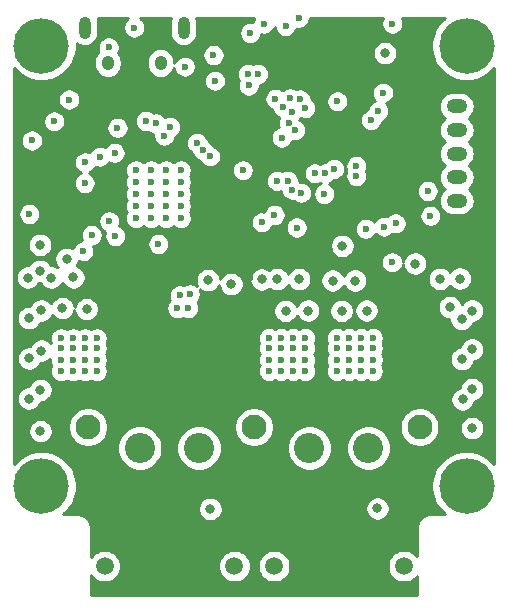
<source format=gbr>
%TF.GenerationSoftware,KiCad,Pcbnew,5.1.6-c6e7f7d~87~ubuntu19.10.1*%
%TF.CreationDate,2021-03-04T23:01:58-05:00*%
%TF.ProjectId,daedalus,64616564-616c-4757-932e-6b696361645f,v1.0*%
%TF.SameCoordinates,Original*%
%TF.FileFunction,Copper,L3,Inr*%
%TF.FilePolarity,Positive*%
%FSLAX46Y46*%
G04 Gerber Fmt 4.6, Leading zero omitted, Abs format (unit mm)*
G04 Created by KiCad (PCBNEW 5.1.6-c6e7f7d~87~ubuntu19.10.1) date 2021-03-04 23:01:58*
%MOMM*%
%LPD*%
G01*
G04 APERTURE LIST*
%TA.AperFunction,ViaPad*%
%ADD10O,1.050000X1.250000*%
%TD*%
%TA.AperFunction,ViaPad*%
%ADD11O,1.000000X1.900000*%
%TD*%
%TA.AperFunction,ViaPad*%
%ADD12C,1.500000*%
%TD*%
%TA.AperFunction,ViaPad*%
%ADD13C,2.550000*%
%TD*%
%TA.AperFunction,ViaPad*%
%ADD14C,4.700000*%
%TD*%
%TA.AperFunction,ViaPad*%
%ADD15O,1.750000X1.200000*%
%TD*%
%TA.AperFunction,ViaPad*%
%ADD16C,2.100000*%
%TD*%
%TA.AperFunction,ViaPad*%
%ADD17C,0.600000*%
%TD*%
%TA.AperFunction,ViaPad*%
%ADD18C,0.800000*%
%TD*%
%TA.AperFunction,ViaPad*%
%ADD19C,0.700000*%
%TD*%
%TA.AperFunction,Conductor*%
%ADD20C,0.254000*%
%TD*%
G04 APERTURE END LIST*
D10*
%TO.N,Net-(J9-Pad6)*%
%TO.C,J9*%
X136047440Y-79865480D03*
X131597440Y-79865480D03*
D11*
X137997440Y-76865480D03*
X129647440Y-76865480D03*
%TD*%
D12*
%TO.N,N/C*%
%TO.C,U2*%
X145654140Y-122464880D03*
X156654140Y-122464880D03*
D13*
%TO.N,VIN*%
X148654140Y-112464880D03*
%TO.N,BGND*%
X153654140Y-112464880D03*
%TD*%
%TO.N,BGND*%
%TO.C,U1*%
X139303140Y-112464880D03*
%TO.N,VIN*%
X134303140Y-112464880D03*
D12*
%TO.N,N/C*%
X142303140Y-122464880D03*
X131303140Y-122464880D03*
%TD*%
D14*
%TO.N,BGND*%
%TO.C,H1*%
X125962120Y-115693200D03*
%TD*%
%TO.N,BGND*%
%TO.C,H2*%
X161955480Y-78422680D03*
%TD*%
%TO.N,BGND*%
%TO.C,H3*%
X161962120Y-115683040D03*
%TD*%
%TO.N,BGND*%
%TO.C,H4*%
X125958600Y-78412520D03*
%TD*%
%TO.N,VDD*%
%TO.C,SWD1*%
%TA.AperFunction,ViaPad*%
G36*
G01*
X161752441Y-94138040D02*
X160502439Y-94138040D01*
G75*
G02*
X160252440Y-93888041I0J249999D01*
G01*
X160252440Y-93188039D01*
G75*
G02*
X160502439Y-92938040I249999J0D01*
G01*
X161752441Y-92938040D01*
G75*
G02*
X162002440Y-93188039I0J-249999D01*
G01*
X162002440Y-93888041D01*
G75*
G02*
X161752441Y-94138040I-249999J0D01*
G01*
G37*
%TD.AperFunction*%
D15*
%TO.N,SWO*%
X161127440Y-91538040D03*
%TO.N,SWDIO*%
X161127440Y-89538040D03*
%TO.N,SWCLK*%
X161127440Y-87538040D03*
%TO.N,NRST*%
X161127440Y-85538040D03*
%TO.N,BGND*%
X161127440Y-83538040D03*
%TD*%
D16*
%TO.N,N/C*%
%TO.C,J5*%
X129910840Y-110698280D03*
%TD*%
%TO.N,N/C*%
%TO.C,J6*%
X143957040Y-110698280D03*
%TD*%
%TO.N,N/C*%
%TO.C,J7*%
X157977840Y-110698280D03*
%TD*%
D17*
%TO.N,NRST*%
X151013160Y-83124040D03*
%TO.N,LED_STATUS*%
X154873960Y-82377280D03*
X155676600Y-76535280D03*
%TO.N,+5V*%
X131648200Y-78546960D03*
X140649960Y-81381600D03*
%TO.N,SPI1_SCK*%
X135620760Y-84968080D03*
X146908520Y-84942680D03*
%TO.N,USB_D-*%
X144290600Y-80807560D03*
X152623520Y-88581680D03*
%TO.N,USB_D+*%
X143440600Y-80807560D03*
X152623520Y-89431680D03*
%TO.N,SPI1_MISO*%
X136870440Y-85293081D03*
X147435325Y-85544743D03*
%TO.N,SPI1_MOSI*%
X136352120Y-86029800D03*
X146293637Y-86180652D03*
D18*
%TO.N,BGND*%
X155051947Y-79028980D03*
D17*
X146639280Y-76728320D03*
X143007080Y-88940640D03*
X147759623Y-76039777D03*
X144800320Y-76545440D03*
X143499840Y-81772760D03*
X127045720Y-84805520D03*
X125156877Y-86429104D03*
X128305560Y-82961480D03*
X129621280Y-90048080D03*
X132222240Y-94538800D03*
X138104880Y-80182720D03*
X140528040Y-79202280D03*
X155940760Y-93441520D03*
X144607280Y-93369151D03*
X148315680Y-83677760D03*
X143637000Y-77332840D03*
X158658560Y-90708480D03*
X147158861Y-90594132D03*
X143007080Y-88940640D03*
D18*
X151434800Y-95351600D03*
X144602200Y-98196400D03*
X125958600Y-104216200D03*
X124917200Y-104876600D03*
X125882400Y-111048800D03*
X124815600Y-98044000D03*
X125831600Y-97459800D03*
X126796800Y-98044000D03*
X128676400Y-98018600D03*
X145923000Y-98160040D03*
X147777200Y-98160040D03*
X150622000Y-98292170D03*
X152512292Y-98289870D03*
X157607000Y-96850200D03*
X159689800Y-98145600D03*
X161391600Y-98120200D03*
X162419950Y-104114600D03*
X161569400Y-104952800D03*
X161620200Y-108356400D03*
X154406600Y-117576600D03*
X140258800Y-117627400D03*
X128092200Y-96443800D03*
D17*
X137464800Y-100609400D03*
X138531600Y-99441000D03*
X137668000Y-99542600D03*
X138404600Y-100609400D03*
X133964980Y-88945420D03*
X135229600Y-88945420D03*
X136499600Y-88945420D03*
X137769600Y-88945420D03*
X133964980Y-89961420D03*
X136499600Y-89961420D03*
X137769600Y-89961420D03*
X135229600Y-89961420D03*
X136499600Y-90977420D03*
X137769600Y-90977420D03*
X135229600Y-90977420D03*
X133964980Y-90977420D03*
X135229600Y-91993420D03*
X137769600Y-91993420D03*
X133964980Y-91993420D03*
X136499600Y-91993420D03*
X136499600Y-93009420D03*
X137769600Y-93009420D03*
X135229600Y-93009420D03*
X133964980Y-93009420D03*
X124942600Y-92659200D03*
D18*
%TO.N,VDD*%
X157781944Y-81399767D03*
D19*
X124907040Y-83428840D03*
D17*
X148920200Y-95050001D03*
X143621760Y-98100040D03*
X144185640Y-78861920D03*
X131003040Y-81524150D03*
X131028440Y-82184240D03*
X159298640Y-76296520D03*
X141589760Y-87543131D03*
X155209240Y-92005642D03*
X153111200Y-95549720D03*
D18*
X158470600Y-85242400D03*
X144780000Y-100685600D03*
D17*
%TO.N,VIN*%
X127609600Y-103174800D03*
D18*
X127736600Y-100634800D03*
X129794000Y-100711000D03*
X125933200Y-100812600D03*
X124891800Y-101473000D03*
X125882400Y-107543600D03*
X124891800Y-108280200D03*
X146634200Y-100863400D03*
X148539200Y-100838000D03*
X151384000Y-100863400D03*
X153492200Y-100838000D03*
X160533080Y-100533200D03*
X162419950Y-100838000D03*
X161544000Y-101549200D03*
X162419950Y-107492800D03*
X162419950Y-110779516D03*
X125857000Y-95275400D03*
D17*
X131697064Y-93257749D03*
X135864600Y-95199200D03*
X128625600Y-103174800D03*
X129641600Y-103174800D03*
X130657600Y-103174800D03*
X127609600Y-104013000D03*
X130657600Y-104013000D03*
X128625600Y-104013000D03*
X129641600Y-104013000D03*
X130657600Y-105029000D03*
X127609600Y-105029000D03*
X129641600Y-105029000D03*
X128625600Y-105029000D03*
X129641600Y-105968800D03*
X127609600Y-105968800D03*
X130657600Y-105968800D03*
X128625600Y-105968800D03*
X146253200Y-105943400D03*
X147269200Y-105003600D03*
X145237200Y-105943400D03*
X147269200Y-105943400D03*
X145237200Y-105003600D03*
X148285200Y-105943400D03*
X145237200Y-103149400D03*
X148285200Y-103987600D03*
X148285200Y-105003600D03*
X146253200Y-105003600D03*
X148285200Y-103149400D03*
X145237200Y-103987600D03*
X147269200Y-103987600D03*
X146253200Y-103149400D03*
X147269200Y-103149400D03*
X146253200Y-103987600D03*
X154025600Y-103987600D03*
X151993600Y-105943400D03*
X151993600Y-103987600D03*
X150977600Y-103149400D03*
X150977600Y-103987600D03*
X153009600Y-105943400D03*
X153009600Y-103149400D03*
X153009600Y-103987600D03*
X154025600Y-105003600D03*
X150977600Y-105943400D03*
X151993600Y-103149400D03*
X151993600Y-105003600D03*
X153009600Y-105003600D03*
X150977600Y-105003600D03*
X154025600Y-105943400D03*
X154025600Y-103149400D03*
%TO.N,SW*%
X129519680Y-95824040D03*
X130220720Y-94442280D03*
%TO.N,Net-(C20-Pad2)*%
X158897320Y-92801440D03*
X153407790Y-93913890D03*
%TO.N,Net-(J9-Pad6)*%
X133822440Y-76865480D03*
D18*
%TO.N,SPB*%
X140050440Y-98252280D03*
X142036800Y-98582480D03*
D17*
%TO.N,SPI2_MOSI*%
X145887440Y-89853538D03*
%TO.N,SPI2_MISO*%
X146801071Y-89823791D03*
%TO.N,SPI2_SCK*%
X147574000Y-93800000D03*
%TO.N,ENABLE*%
X132402377Y-85356497D03*
X145772793Y-82900499D03*
%TO.N,PWM_C*%
X129656198Y-88290400D03*
X147848320Y-82951320D03*
%TO.N,PWM_B*%
X130906199Y-87792560D03*
X147022793Y-82854800D03*
%TO.N,PWM_A*%
X132156200Y-87477600D03*
X146397793Y-83593071D03*
%TO.N,SPI1_NSS*%
X134782560Y-84785200D03*
X147157440Y-83987640D03*
%TO.N,SOA*%
X139126653Y-86623463D03*
X149098000Y-89209880D03*
%TO.N,SOB*%
X139624124Y-87249982D03*
X149989522Y-89217518D03*
%TO.N,SOC*%
X140226553Y-87776368D03*
X150750810Y-88837368D03*
%TO.N,CAN1_RX*%
X155647282Y-96742358D03*
X153857800Y-84705368D03*
%TO.N,CAN1_TX*%
X154970480Y-93720920D03*
X154482800Y-83947000D03*
%TO.N,ENC_B*%
X149909341Y-90957400D03*
%TO.N,ENC_A*%
X147950831Y-90858051D03*
%TO.N,SPI2_NSS*%
X145694400Y-92744151D03*
%TD*%
D20*
%TO.N,VDD*%
G36*
X160052654Y-76104079D02*
G01*
X159636879Y-76519854D01*
X159310207Y-77008752D01*
X159085192Y-77551988D01*
X158970480Y-78128683D01*
X158970480Y-78716677D01*
X159085192Y-79293372D01*
X159310207Y-79836608D01*
X159636879Y-80325506D01*
X160052654Y-80741281D01*
X160541552Y-81067953D01*
X161084788Y-81292968D01*
X161661483Y-81407680D01*
X162249477Y-81407680D01*
X162826172Y-81292968D01*
X163369408Y-81067953D01*
X163858306Y-80741281D01*
X164274081Y-80325506D01*
X164292679Y-80297672D01*
X164292681Y-113798113D01*
X164280721Y-113780214D01*
X163864946Y-113364439D01*
X163376048Y-113037767D01*
X162832812Y-112812752D01*
X162256117Y-112698040D01*
X161668123Y-112698040D01*
X161091428Y-112812752D01*
X160548192Y-113037767D01*
X160059294Y-113364439D01*
X159643519Y-113780214D01*
X159316847Y-114269112D01*
X159091832Y-114812348D01*
X158977120Y-115389043D01*
X158977120Y-115977037D01*
X159091832Y-116553732D01*
X159316847Y-117096968D01*
X159643519Y-117585866D01*
X160059294Y-118001641D01*
X160107857Y-118034090D01*
X158900399Y-118034204D01*
X158872555Y-118036949D01*
X158869550Y-118036928D01*
X158860379Y-118037828D01*
X158811116Y-118043006D01*
X158803436Y-118043763D01*
X158803183Y-118043840D01*
X158762764Y-118048088D01*
X158704190Y-118060111D01*
X158645406Y-118071325D01*
X158636584Y-118073989D01*
X158542821Y-118103014D01*
X158487677Y-118126195D01*
X158432220Y-118148600D01*
X158424083Y-118152927D01*
X158337744Y-118199610D01*
X158288185Y-118233038D01*
X158238092Y-118265817D01*
X158230951Y-118271641D01*
X158155323Y-118334207D01*
X158113187Y-118376638D01*
X158070435Y-118418503D01*
X158064561Y-118425604D01*
X158064557Y-118425608D01*
X158002525Y-118501667D01*
X157969431Y-118551478D01*
X157935624Y-118600851D01*
X157931241Y-118608957D01*
X157885161Y-118695621D01*
X157862361Y-118750939D01*
X157838800Y-118805910D01*
X157836075Y-118814714D01*
X157807706Y-118908678D01*
X157796083Y-118967380D01*
X157783651Y-119025867D01*
X157782688Y-119035032D01*
X157773110Y-119132715D01*
X157769960Y-119164702D01*
X157769960Y-121641890D01*
X157729939Y-121581994D01*
X157537026Y-121389081D01*
X157310183Y-121237509D01*
X157058129Y-121133105D01*
X156790551Y-121079880D01*
X156517729Y-121079880D01*
X156250151Y-121133105D01*
X155998097Y-121237509D01*
X155771254Y-121389081D01*
X155578341Y-121581994D01*
X155426769Y-121808837D01*
X155322365Y-122060891D01*
X155269140Y-122328469D01*
X155269140Y-122601291D01*
X155322365Y-122868869D01*
X155426769Y-123120923D01*
X155578341Y-123347766D01*
X155771254Y-123540679D01*
X155998097Y-123692251D01*
X156250151Y-123796655D01*
X156517729Y-123849880D01*
X156790551Y-123849880D01*
X157058129Y-123796655D01*
X157310183Y-123692251D01*
X157537026Y-123540679D01*
X157729939Y-123347766D01*
X157769961Y-123287870D01*
X157769961Y-124907440D01*
X130133960Y-124907440D01*
X130133960Y-123208012D01*
X130227341Y-123347766D01*
X130420254Y-123540679D01*
X130647097Y-123692251D01*
X130899151Y-123796655D01*
X131166729Y-123849880D01*
X131439551Y-123849880D01*
X131707129Y-123796655D01*
X131959183Y-123692251D01*
X132186026Y-123540679D01*
X132378939Y-123347766D01*
X132530511Y-123120923D01*
X132634915Y-122868869D01*
X132688140Y-122601291D01*
X132688140Y-122328469D01*
X140918140Y-122328469D01*
X140918140Y-122601291D01*
X140971365Y-122868869D01*
X141075769Y-123120923D01*
X141227341Y-123347766D01*
X141420254Y-123540679D01*
X141647097Y-123692251D01*
X141899151Y-123796655D01*
X142166729Y-123849880D01*
X142439551Y-123849880D01*
X142707129Y-123796655D01*
X142959183Y-123692251D01*
X143186026Y-123540679D01*
X143378939Y-123347766D01*
X143530511Y-123120923D01*
X143634915Y-122868869D01*
X143688140Y-122601291D01*
X143688140Y-122328469D01*
X144269140Y-122328469D01*
X144269140Y-122601291D01*
X144322365Y-122868869D01*
X144426769Y-123120923D01*
X144578341Y-123347766D01*
X144771254Y-123540679D01*
X144998097Y-123692251D01*
X145250151Y-123796655D01*
X145517729Y-123849880D01*
X145790551Y-123849880D01*
X146058129Y-123796655D01*
X146310183Y-123692251D01*
X146537026Y-123540679D01*
X146729939Y-123347766D01*
X146881511Y-123120923D01*
X146985915Y-122868869D01*
X147039140Y-122601291D01*
X147039140Y-122328469D01*
X146985915Y-122060891D01*
X146881511Y-121808837D01*
X146729939Y-121581994D01*
X146537026Y-121389081D01*
X146310183Y-121237509D01*
X146058129Y-121133105D01*
X145790551Y-121079880D01*
X145517729Y-121079880D01*
X145250151Y-121133105D01*
X144998097Y-121237509D01*
X144771254Y-121389081D01*
X144578341Y-121581994D01*
X144426769Y-121808837D01*
X144322365Y-122060891D01*
X144269140Y-122328469D01*
X143688140Y-122328469D01*
X143634915Y-122060891D01*
X143530511Y-121808837D01*
X143378939Y-121581994D01*
X143186026Y-121389081D01*
X142959183Y-121237509D01*
X142707129Y-121133105D01*
X142439551Y-121079880D01*
X142166729Y-121079880D01*
X141899151Y-121133105D01*
X141647097Y-121237509D01*
X141420254Y-121389081D01*
X141227341Y-121581994D01*
X141075769Y-121808837D01*
X140971365Y-122060891D01*
X140918140Y-122328469D01*
X132688140Y-122328469D01*
X132634915Y-122060891D01*
X132530511Y-121808837D01*
X132378939Y-121581994D01*
X132186026Y-121389081D01*
X131959183Y-121237509D01*
X131707129Y-121133105D01*
X131439551Y-121079880D01*
X131166729Y-121079880D01*
X130899151Y-121133105D01*
X130647097Y-121237509D01*
X130420254Y-121389081D01*
X130227341Y-121581994D01*
X130133960Y-121721748D01*
X130133960Y-119179941D01*
X130131211Y-119152030D01*
X130131232Y-119149030D01*
X130130332Y-119139859D01*
X130125254Y-119091544D01*
X130124410Y-119082977D01*
X130124323Y-119082691D01*
X130120072Y-119042244D01*
X130108049Y-118983670D01*
X130096835Y-118924886D01*
X130094171Y-118916064D01*
X130065146Y-118822301D01*
X130041965Y-118767157D01*
X130019560Y-118711700D01*
X130015233Y-118703563D01*
X129968550Y-118617224D01*
X129935122Y-118567665D01*
X129902343Y-118517572D01*
X129896519Y-118510431D01*
X129833953Y-118434803D01*
X129791522Y-118392667D01*
X129749657Y-118349915D01*
X129742556Y-118344041D01*
X129666493Y-118282005D01*
X129616682Y-118248911D01*
X129567309Y-118215104D01*
X129559203Y-118210721D01*
X129472539Y-118164641D01*
X129417221Y-118141841D01*
X129362250Y-118118280D01*
X129353446Y-118115555D01*
X129259482Y-118087186D01*
X129200780Y-118075563D01*
X129142293Y-118063131D01*
X129133128Y-118062168D01*
X129035445Y-118052590D01*
X129035442Y-118052590D01*
X129003459Y-118049440D01*
X127808615Y-118049440D01*
X127864946Y-118011801D01*
X128280721Y-117596026D01*
X128327871Y-117525461D01*
X139223800Y-117525461D01*
X139223800Y-117729339D01*
X139263574Y-117929298D01*
X139341595Y-118117656D01*
X139454863Y-118287174D01*
X139599026Y-118431337D01*
X139768544Y-118544605D01*
X139956902Y-118622626D01*
X140156861Y-118662400D01*
X140360739Y-118662400D01*
X140560698Y-118622626D01*
X140749056Y-118544605D01*
X140918574Y-118431337D01*
X141062737Y-118287174D01*
X141176005Y-118117656D01*
X141254026Y-117929298D01*
X141293800Y-117729339D01*
X141293800Y-117525461D01*
X141283696Y-117474661D01*
X153371600Y-117474661D01*
X153371600Y-117678539D01*
X153411374Y-117878498D01*
X153489395Y-118066856D01*
X153602663Y-118236374D01*
X153746826Y-118380537D01*
X153916344Y-118493805D01*
X154104702Y-118571826D01*
X154304661Y-118611600D01*
X154508539Y-118611600D01*
X154708498Y-118571826D01*
X154896856Y-118493805D01*
X155066374Y-118380537D01*
X155210537Y-118236374D01*
X155323805Y-118066856D01*
X155401826Y-117878498D01*
X155441600Y-117678539D01*
X155441600Y-117474661D01*
X155401826Y-117274702D01*
X155323805Y-117086344D01*
X155210537Y-116916826D01*
X155066374Y-116772663D01*
X154896856Y-116659395D01*
X154708498Y-116581374D01*
X154508539Y-116541600D01*
X154304661Y-116541600D01*
X154104702Y-116581374D01*
X153916344Y-116659395D01*
X153746826Y-116772663D01*
X153602663Y-116916826D01*
X153489395Y-117086344D01*
X153411374Y-117274702D01*
X153371600Y-117474661D01*
X141283696Y-117474661D01*
X141254026Y-117325502D01*
X141176005Y-117137144D01*
X141062737Y-116967626D01*
X140918574Y-116823463D01*
X140749056Y-116710195D01*
X140560698Y-116632174D01*
X140360739Y-116592400D01*
X140156861Y-116592400D01*
X139956902Y-116632174D01*
X139768544Y-116710195D01*
X139599026Y-116823463D01*
X139454863Y-116967626D01*
X139341595Y-117137144D01*
X139263574Y-117325502D01*
X139223800Y-117525461D01*
X128327871Y-117525461D01*
X128607393Y-117107128D01*
X128832408Y-116563892D01*
X128947120Y-115987197D01*
X128947120Y-115399203D01*
X128832408Y-114822508D01*
X128607393Y-114279272D01*
X128280721Y-113790374D01*
X127864946Y-113374599D01*
X127376048Y-113047927D01*
X126832812Y-112822912D01*
X126256117Y-112708200D01*
X125668123Y-112708200D01*
X125091428Y-112822912D01*
X124548192Y-113047927D01*
X124059294Y-113374599D01*
X123643519Y-113790374D01*
X123606160Y-113846286D01*
X123606160Y-110946861D01*
X124847400Y-110946861D01*
X124847400Y-111150739D01*
X124887174Y-111350698D01*
X124965195Y-111539056D01*
X125078463Y-111708574D01*
X125222626Y-111852737D01*
X125392144Y-111966005D01*
X125580502Y-112044026D01*
X125780461Y-112083800D01*
X125984339Y-112083800D01*
X126184298Y-112044026D01*
X126372656Y-111966005D01*
X126542174Y-111852737D01*
X126686337Y-111708574D01*
X126799605Y-111539056D01*
X126877626Y-111350698D01*
X126917400Y-111150739D01*
X126917400Y-110946861D01*
X126877626Y-110746902D01*
X126799605Y-110558544D01*
X126782085Y-110532322D01*
X128225840Y-110532322D01*
X128225840Y-110864238D01*
X128290594Y-111189776D01*
X128417612Y-111496427D01*
X128602015Y-111772405D01*
X128836715Y-112007105D01*
X129112693Y-112191508D01*
X129419344Y-112318526D01*
X129744882Y-112383280D01*
X130076798Y-112383280D01*
X130402336Y-112318526D01*
X130503166Y-112276761D01*
X132393140Y-112276761D01*
X132393140Y-112652999D01*
X132466540Y-113022007D01*
X132610520Y-113369604D01*
X132819546Y-113682434D01*
X133085586Y-113948474D01*
X133398416Y-114157500D01*
X133746013Y-114301480D01*
X134115021Y-114374880D01*
X134491259Y-114374880D01*
X134860267Y-114301480D01*
X135207864Y-114157500D01*
X135520694Y-113948474D01*
X135786734Y-113682434D01*
X135995760Y-113369604D01*
X136139740Y-113022007D01*
X136213140Y-112652999D01*
X136213140Y-112276761D01*
X137393140Y-112276761D01*
X137393140Y-112652999D01*
X137466540Y-113022007D01*
X137610520Y-113369604D01*
X137819546Y-113682434D01*
X138085586Y-113948474D01*
X138398416Y-114157500D01*
X138746013Y-114301480D01*
X139115021Y-114374880D01*
X139491259Y-114374880D01*
X139860267Y-114301480D01*
X140207864Y-114157500D01*
X140520694Y-113948474D01*
X140786734Y-113682434D01*
X140995760Y-113369604D01*
X141139740Y-113022007D01*
X141213140Y-112652999D01*
X141213140Y-112276761D01*
X141139740Y-111907753D01*
X140995760Y-111560156D01*
X140786734Y-111247326D01*
X140520694Y-110981286D01*
X140207864Y-110772260D01*
X139860267Y-110628280D01*
X139491259Y-110554880D01*
X139115021Y-110554880D01*
X138746013Y-110628280D01*
X138398416Y-110772260D01*
X138085586Y-110981286D01*
X137819546Y-111247326D01*
X137610520Y-111560156D01*
X137466540Y-111907753D01*
X137393140Y-112276761D01*
X136213140Y-112276761D01*
X136139740Y-111907753D01*
X135995760Y-111560156D01*
X135786734Y-111247326D01*
X135520694Y-110981286D01*
X135207864Y-110772260D01*
X134860267Y-110628280D01*
X134491259Y-110554880D01*
X134115021Y-110554880D01*
X133746013Y-110628280D01*
X133398416Y-110772260D01*
X133085586Y-110981286D01*
X132819546Y-111247326D01*
X132610520Y-111560156D01*
X132466540Y-111907753D01*
X132393140Y-112276761D01*
X130503166Y-112276761D01*
X130708987Y-112191508D01*
X130984965Y-112007105D01*
X131219665Y-111772405D01*
X131404068Y-111496427D01*
X131531086Y-111189776D01*
X131595840Y-110864238D01*
X131595840Y-110532322D01*
X142272040Y-110532322D01*
X142272040Y-110864238D01*
X142336794Y-111189776D01*
X142463812Y-111496427D01*
X142648215Y-111772405D01*
X142882915Y-112007105D01*
X143158893Y-112191508D01*
X143465544Y-112318526D01*
X143791082Y-112383280D01*
X144122998Y-112383280D01*
X144448536Y-112318526D01*
X144549366Y-112276761D01*
X146744140Y-112276761D01*
X146744140Y-112652999D01*
X146817540Y-113022007D01*
X146961520Y-113369604D01*
X147170546Y-113682434D01*
X147436586Y-113948474D01*
X147749416Y-114157500D01*
X148097013Y-114301480D01*
X148466021Y-114374880D01*
X148842259Y-114374880D01*
X149211267Y-114301480D01*
X149558864Y-114157500D01*
X149871694Y-113948474D01*
X150137734Y-113682434D01*
X150346760Y-113369604D01*
X150490740Y-113022007D01*
X150564140Y-112652999D01*
X150564140Y-112276761D01*
X151744140Y-112276761D01*
X151744140Y-112652999D01*
X151817540Y-113022007D01*
X151961520Y-113369604D01*
X152170546Y-113682434D01*
X152436586Y-113948474D01*
X152749416Y-114157500D01*
X153097013Y-114301480D01*
X153466021Y-114374880D01*
X153842259Y-114374880D01*
X154211267Y-114301480D01*
X154558864Y-114157500D01*
X154871694Y-113948474D01*
X155137734Y-113682434D01*
X155346760Y-113369604D01*
X155490740Y-113022007D01*
X155564140Y-112652999D01*
X155564140Y-112276761D01*
X155490740Y-111907753D01*
X155346760Y-111560156D01*
X155137734Y-111247326D01*
X154871694Y-110981286D01*
X154558864Y-110772260D01*
X154211267Y-110628280D01*
X153842259Y-110554880D01*
X153466021Y-110554880D01*
X153097013Y-110628280D01*
X152749416Y-110772260D01*
X152436586Y-110981286D01*
X152170546Y-111247326D01*
X151961520Y-111560156D01*
X151817540Y-111907753D01*
X151744140Y-112276761D01*
X150564140Y-112276761D01*
X150490740Y-111907753D01*
X150346760Y-111560156D01*
X150137734Y-111247326D01*
X149871694Y-110981286D01*
X149558864Y-110772260D01*
X149211267Y-110628280D01*
X148842259Y-110554880D01*
X148466021Y-110554880D01*
X148097013Y-110628280D01*
X147749416Y-110772260D01*
X147436586Y-110981286D01*
X147170546Y-111247326D01*
X146961520Y-111560156D01*
X146817540Y-111907753D01*
X146744140Y-112276761D01*
X144549366Y-112276761D01*
X144755187Y-112191508D01*
X145031165Y-112007105D01*
X145265865Y-111772405D01*
X145450268Y-111496427D01*
X145577286Y-111189776D01*
X145642040Y-110864238D01*
X145642040Y-110532322D01*
X156292840Y-110532322D01*
X156292840Y-110864238D01*
X156357594Y-111189776D01*
X156484612Y-111496427D01*
X156669015Y-111772405D01*
X156903715Y-112007105D01*
X157179693Y-112191508D01*
X157486344Y-112318526D01*
X157811882Y-112383280D01*
X158143798Y-112383280D01*
X158469336Y-112318526D01*
X158775987Y-112191508D01*
X159051965Y-112007105D01*
X159286665Y-111772405D01*
X159471068Y-111496427D01*
X159598086Y-111189776D01*
X159662840Y-110864238D01*
X159662840Y-110677577D01*
X161384950Y-110677577D01*
X161384950Y-110881455D01*
X161424724Y-111081414D01*
X161502745Y-111269772D01*
X161616013Y-111439290D01*
X161760176Y-111583453D01*
X161929694Y-111696721D01*
X162118052Y-111774742D01*
X162318011Y-111814516D01*
X162521889Y-111814516D01*
X162721848Y-111774742D01*
X162910206Y-111696721D01*
X163079724Y-111583453D01*
X163223887Y-111439290D01*
X163337155Y-111269772D01*
X163415176Y-111081414D01*
X163454950Y-110881455D01*
X163454950Y-110677577D01*
X163415176Y-110477618D01*
X163337155Y-110289260D01*
X163223887Y-110119742D01*
X163079724Y-109975579D01*
X162910206Y-109862311D01*
X162721848Y-109784290D01*
X162521889Y-109744516D01*
X162318011Y-109744516D01*
X162118052Y-109784290D01*
X161929694Y-109862311D01*
X161760176Y-109975579D01*
X161616013Y-110119742D01*
X161502745Y-110289260D01*
X161424724Y-110477618D01*
X161384950Y-110677577D01*
X159662840Y-110677577D01*
X159662840Y-110532322D01*
X159598086Y-110206784D01*
X159471068Y-109900133D01*
X159286665Y-109624155D01*
X159051965Y-109389455D01*
X158775987Y-109205052D01*
X158469336Y-109078034D01*
X158143798Y-109013280D01*
X157811882Y-109013280D01*
X157486344Y-109078034D01*
X157179693Y-109205052D01*
X156903715Y-109389455D01*
X156669015Y-109624155D01*
X156484612Y-109900133D01*
X156357594Y-110206784D01*
X156292840Y-110532322D01*
X145642040Y-110532322D01*
X145577286Y-110206784D01*
X145450268Y-109900133D01*
X145265865Y-109624155D01*
X145031165Y-109389455D01*
X144755187Y-109205052D01*
X144448536Y-109078034D01*
X144122998Y-109013280D01*
X143791082Y-109013280D01*
X143465544Y-109078034D01*
X143158893Y-109205052D01*
X142882915Y-109389455D01*
X142648215Y-109624155D01*
X142463812Y-109900133D01*
X142336794Y-110206784D01*
X142272040Y-110532322D01*
X131595840Y-110532322D01*
X131531086Y-110206784D01*
X131404068Y-109900133D01*
X131219665Y-109624155D01*
X130984965Y-109389455D01*
X130708987Y-109205052D01*
X130402336Y-109078034D01*
X130076798Y-109013280D01*
X129744882Y-109013280D01*
X129419344Y-109078034D01*
X129112693Y-109205052D01*
X128836715Y-109389455D01*
X128602015Y-109624155D01*
X128417612Y-109900133D01*
X128290594Y-110206784D01*
X128225840Y-110532322D01*
X126782085Y-110532322D01*
X126686337Y-110389026D01*
X126542174Y-110244863D01*
X126372656Y-110131595D01*
X126184298Y-110053574D01*
X125984339Y-110013800D01*
X125780461Y-110013800D01*
X125580502Y-110053574D01*
X125392144Y-110131595D01*
X125222626Y-110244863D01*
X125078463Y-110389026D01*
X124965195Y-110558544D01*
X124887174Y-110746902D01*
X124847400Y-110946861D01*
X123606160Y-110946861D01*
X123606160Y-108178261D01*
X123856800Y-108178261D01*
X123856800Y-108382139D01*
X123896574Y-108582098D01*
X123974595Y-108770456D01*
X124087863Y-108939974D01*
X124232026Y-109084137D01*
X124401544Y-109197405D01*
X124589902Y-109275426D01*
X124789861Y-109315200D01*
X124993739Y-109315200D01*
X125193698Y-109275426D01*
X125382056Y-109197405D01*
X125551574Y-109084137D01*
X125695737Y-108939974D01*
X125809005Y-108770456D01*
X125887026Y-108582098D01*
X125887722Y-108578600D01*
X125984339Y-108578600D01*
X126184298Y-108538826D01*
X126372656Y-108460805D01*
X126542174Y-108347537D01*
X126635250Y-108254461D01*
X160585200Y-108254461D01*
X160585200Y-108458339D01*
X160624974Y-108658298D01*
X160702995Y-108846656D01*
X160816263Y-109016174D01*
X160960426Y-109160337D01*
X161129944Y-109273605D01*
X161318302Y-109351626D01*
X161518261Y-109391400D01*
X161722139Y-109391400D01*
X161922098Y-109351626D01*
X162110456Y-109273605D01*
X162279974Y-109160337D01*
X162424137Y-109016174D01*
X162537405Y-108846656D01*
X162615426Y-108658298D01*
X162646306Y-108503052D01*
X162721848Y-108488026D01*
X162910206Y-108410005D01*
X163079724Y-108296737D01*
X163223887Y-108152574D01*
X163337155Y-107983056D01*
X163415176Y-107794698D01*
X163454950Y-107594739D01*
X163454950Y-107390861D01*
X163415176Y-107190902D01*
X163337155Y-107002544D01*
X163223887Y-106833026D01*
X163079724Y-106688863D01*
X162910206Y-106575595D01*
X162721848Y-106497574D01*
X162521889Y-106457800D01*
X162318011Y-106457800D01*
X162118052Y-106497574D01*
X161929694Y-106575595D01*
X161760176Y-106688863D01*
X161616013Y-106833026D01*
X161502745Y-107002544D01*
X161424724Y-107190902D01*
X161393844Y-107346148D01*
X161318302Y-107361174D01*
X161129944Y-107439195D01*
X160960426Y-107552463D01*
X160816263Y-107696626D01*
X160702995Y-107866144D01*
X160624974Y-108054502D01*
X160585200Y-108254461D01*
X126635250Y-108254461D01*
X126686337Y-108203374D01*
X126799605Y-108033856D01*
X126877626Y-107845498D01*
X126917400Y-107645539D01*
X126917400Y-107441661D01*
X126877626Y-107241702D01*
X126799605Y-107053344D01*
X126686337Y-106883826D01*
X126542174Y-106739663D01*
X126372656Y-106626395D01*
X126184298Y-106548374D01*
X125984339Y-106508600D01*
X125780461Y-106508600D01*
X125580502Y-106548374D01*
X125392144Y-106626395D01*
X125222626Y-106739663D01*
X125078463Y-106883826D01*
X124965195Y-107053344D01*
X124887174Y-107241702D01*
X124886478Y-107245200D01*
X124789861Y-107245200D01*
X124589902Y-107284974D01*
X124401544Y-107362995D01*
X124232026Y-107476263D01*
X124087863Y-107620426D01*
X123974595Y-107789944D01*
X123896574Y-107978302D01*
X123856800Y-108178261D01*
X123606160Y-108178261D01*
X123606160Y-104774661D01*
X123882200Y-104774661D01*
X123882200Y-104978539D01*
X123921974Y-105178498D01*
X123999995Y-105366856D01*
X124113263Y-105536374D01*
X124257426Y-105680537D01*
X124426944Y-105793805D01*
X124615302Y-105871826D01*
X124815261Y-105911600D01*
X125019139Y-105911600D01*
X125219098Y-105871826D01*
X125407456Y-105793805D01*
X125576974Y-105680537D01*
X125721137Y-105536374D01*
X125834405Y-105366856D01*
X125882312Y-105251200D01*
X126060539Y-105251200D01*
X126260498Y-105211426D01*
X126448856Y-105133405D01*
X126618374Y-105020137D01*
X126674600Y-104963911D01*
X126674600Y-105121089D01*
X126710532Y-105301729D01*
X126781014Y-105471889D01*
X126799062Y-105498900D01*
X126781014Y-105525911D01*
X126710532Y-105696071D01*
X126674600Y-105876711D01*
X126674600Y-106060889D01*
X126710532Y-106241529D01*
X126781014Y-106411689D01*
X126883338Y-106564828D01*
X127013572Y-106695062D01*
X127166711Y-106797386D01*
X127336871Y-106867868D01*
X127517511Y-106903800D01*
X127701689Y-106903800D01*
X127882329Y-106867868D01*
X128052489Y-106797386D01*
X128117600Y-106753880D01*
X128182711Y-106797386D01*
X128352871Y-106867868D01*
X128533511Y-106903800D01*
X128717689Y-106903800D01*
X128898329Y-106867868D01*
X129068489Y-106797386D01*
X129133600Y-106753880D01*
X129198711Y-106797386D01*
X129368871Y-106867868D01*
X129549511Y-106903800D01*
X129733689Y-106903800D01*
X129914329Y-106867868D01*
X130084489Y-106797386D01*
X130149600Y-106753880D01*
X130214711Y-106797386D01*
X130384871Y-106867868D01*
X130565511Y-106903800D01*
X130749689Y-106903800D01*
X130930329Y-106867868D01*
X131100489Y-106797386D01*
X131253628Y-106695062D01*
X131383862Y-106564828D01*
X131486186Y-106411689D01*
X131556668Y-106241529D01*
X131592600Y-106060889D01*
X131592600Y-105876711D01*
X131556668Y-105696071D01*
X131486186Y-105525911D01*
X131468138Y-105498900D01*
X131486186Y-105471889D01*
X131556668Y-105301729D01*
X131592600Y-105121089D01*
X131592600Y-104936911D01*
X131556668Y-104756271D01*
X131486186Y-104586111D01*
X131442680Y-104521000D01*
X131486186Y-104455889D01*
X131556668Y-104285729D01*
X131592600Y-104105089D01*
X131592600Y-103920911D01*
X131556668Y-103740271D01*
X131496040Y-103593900D01*
X131556668Y-103447529D01*
X131592600Y-103266889D01*
X131592600Y-103082711D01*
X131587548Y-103057311D01*
X144302200Y-103057311D01*
X144302200Y-103241489D01*
X144338132Y-103422129D01*
X144398760Y-103568500D01*
X144338132Y-103714871D01*
X144302200Y-103895511D01*
X144302200Y-104079689D01*
X144338132Y-104260329D01*
X144408614Y-104430489D01*
X144452120Y-104495600D01*
X144408614Y-104560711D01*
X144338132Y-104730871D01*
X144302200Y-104911511D01*
X144302200Y-105095689D01*
X144338132Y-105276329D01*
X144408614Y-105446489D01*
X144426662Y-105473500D01*
X144408614Y-105500511D01*
X144338132Y-105670671D01*
X144302200Y-105851311D01*
X144302200Y-106035489D01*
X144338132Y-106216129D01*
X144408614Y-106386289D01*
X144510938Y-106539428D01*
X144641172Y-106669662D01*
X144794311Y-106771986D01*
X144964471Y-106842468D01*
X145145111Y-106878400D01*
X145329289Y-106878400D01*
X145509929Y-106842468D01*
X145680089Y-106771986D01*
X145745200Y-106728480D01*
X145810311Y-106771986D01*
X145980471Y-106842468D01*
X146161111Y-106878400D01*
X146345289Y-106878400D01*
X146525929Y-106842468D01*
X146696089Y-106771986D01*
X146761200Y-106728480D01*
X146826311Y-106771986D01*
X146996471Y-106842468D01*
X147177111Y-106878400D01*
X147361289Y-106878400D01*
X147541929Y-106842468D01*
X147712089Y-106771986D01*
X147777200Y-106728480D01*
X147842311Y-106771986D01*
X148012471Y-106842468D01*
X148193111Y-106878400D01*
X148377289Y-106878400D01*
X148557929Y-106842468D01*
X148728089Y-106771986D01*
X148881228Y-106669662D01*
X149011462Y-106539428D01*
X149113786Y-106386289D01*
X149184268Y-106216129D01*
X149220200Y-106035489D01*
X149220200Y-105851311D01*
X149184268Y-105670671D01*
X149113786Y-105500511D01*
X149095738Y-105473500D01*
X149113786Y-105446489D01*
X149184268Y-105276329D01*
X149220200Y-105095689D01*
X149220200Y-104911511D01*
X149184268Y-104730871D01*
X149113786Y-104560711D01*
X149070280Y-104495600D01*
X149113786Y-104430489D01*
X149184268Y-104260329D01*
X149220200Y-104079689D01*
X149220200Y-103895511D01*
X149184268Y-103714871D01*
X149123640Y-103568500D01*
X149184268Y-103422129D01*
X149220200Y-103241489D01*
X149220200Y-103057311D01*
X150042600Y-103057311D01*
X150042600Y-103241489D01*
X150078532Y-103422129D01*
X150139160Y-103568500D01*
X150078532Y-103714871D01*
X150042600Y-103895511D01*
X150042600Y-104079689D01*
X150078532Y-104260329D01*
X150149014Y-104430489D01*
X150192520Y-104495600D01*
X150149014Y-104560711D01*
X150078532Y-104730871D01*
X150042600Y-104911511D01*
X150042600Y-105095689D01*
X150078532Y-105276329D01*
X150149014Y-105446489D01*
X150167062Y-105473500D01*
X150149014Y-105500511D01*
X150078532Y-105670671D01*
X150042600Y-105851311D01*
X150042600Y-106035489D01*
X150078532Y-106216129D01*
X150149014Y-106386289D01*
X150251338Y-106539428D01*
X150381572Y-106669662D01*
X150534711Y-106771986D01*
X150704871Y-106842468D01*
X150885511Y-106878400D01*
X151069689Y-106878400D01*
X151250329Y-106842468D01*
X151420489Y-106771986D01*
X151485600Y-106728480D01*
X151550711Y-106771986D01*
X151720871Y-106842468D01*
X151901511Y-106878400D01*
X152085689Y-106878400D01*
X152266329Y-106842468D01*
X152436489Y-106771986D01*
X152501600Y-106728480D01*
X152566711Y-106771986D01*
X152736871Y-106842468D01*
X152917511Y-106878400D01*
X153101689Y-106878400D01*
X153282329Y-106842468D01*
X153452489Y-106771986D01*
X153517600Y-106728480D01*
X153582711Y-106771986D01*
X153752871Y-106842468D01*
X153933511Y-106878400D01*
X154117689Y-106878400D01*
X154298329Y-106842468D01*
X154468489Y-106771986D01*
X154621628Y-106669662D01*
X154751862Y-106539428D01*
X154854186Y-106386289D01*
X154924668Y-106216129D01*
X154960600Y-106035489D01*
X154960600Y-105851311D01*
X154924668Y-105670671D01*
X154854186Y-105500511D01*
X154836138Y-105473500D01*
X154854186Y-105446489D01*
X154924668Y-105276329D01*
X154960600Y-105095689D01*
X154960600Y-104911511D01*
X154948536Y-104850861D01*
X160534400Y-104850861D01*
X160534400Y-105054739D01*
X160574174Y-105254698D01*
X160652195Y-105443056D01*
X160765463Y-105612574D01*
X160909626Y-105756737D01*
X161079144Y-105870005D01*
X161267502Y-105948026D01*
X161467461Y-105987800D01*
X161671339Y-105987800D01*
X161871298Y-105948026D01*
X162059656Y-105870005D01*
X162229174Y-105756737D01*
X162373337Y-105612574D01*
X162486605Y-105443056D01*
X162564626Y-105254698D01*
X162588153Y-105136419D01*
X162721848Y-105109826D01*
X162910206Y-105031805D01*
X163079724Y-104918537D01*
X163223887Y-104774374D01*
X163337155Y-104604856D01*
X163415176Y-104416498D01*
X163454950Y-104216539D01*
X163454950Y-104012661D01*
X163415176Y-103812702D01*
X163337155Y-103624344D01*
X163223887Y-103454826D01*
X163079724Y-103310663D01*
X162910206Y-103197395D01*
X162721848Y-103119374D01*
X162521889Y-103079600D01*
X162318011Y-103079600D01*
X162118052Y-103119374D01*
X161929694Y-103197395D01*
X161760176Y-103310663D01*
X161616013Y-103454826D01*
X161502745Y-103624344D01*
X161424724Y-103812702D01*
X161401197Y-103930981D01*
X161267502Y-103957574D01*
X161079144Y-104035595D01*
X160909626Y-104148863D01*
X160765463Y-104293026D01*
X160652195Y-104462544D01*
X160574174Y-104650902D01*
X160534400Y-104850861D01*
X154948536Y-104850861D01*
X154924668Y-104730871D01*
X154854186Y-104560711D01*
X154810680Y-104495600D01*
X154854186Y-104430489D01*
X154924668Y-104260329D01*
X154960600Y-104079689D01*
X154960600Y-103895511D01*
X154924668Y-103714871D01*
X154864040Y-103568500D01*
X154924668Y-103422129D01*
X154960600Y-103241489D01*
X154960600Y-103057311D01*
X154924668Y-102876671D01*
X154854186Y-102706511D01*
X154751862Y-102553372D01*
X154621628Y-102423138D01*
X154468489Y-102320814D01*
X154298329Y-102250332D01*
X154117689Y-102214400D01*
X153933511Y-102214400D01*
X153752871Y-102250332D01*
X153582711Y-102320814D01*
X153517600Y-102364320D01*
X153452489Y-102320814D01*
X153282329Y-102250332D01*
X153101689Y-102214400D01*
X152917511Y-102214400D01*
X152736871Y-102250332D01*
X152566711Y-102320814D01*
X152501600Y-102364320D01*
X152436489Y-102320814D01*
X152266329Y-102250332D01*
X152085689Y-102214400D01*
X151901511Y-102214400D01*
X151720871Y-102250332D01*
X151550711Y-102320814D01*
X151485600Y-102364320D01*
X151420489Y-102320814D01*
X151250329Y-102250332D01*
X151069689Y-102214400D01*
X150885511Y-102214400D01*
X150704871Y-102250332D01*
X150534711Y-102320814D01*
X150381572Y-102423138D01*
X150251338Y-102553372D01*
X150149014Y-102706511D01*
X150078532Y-102876671D01*
X150042600Y-103057311D01*
X149220200Y-103057311D01*
X149184268Y-102876671D01*
X149113786Y-102706511D01*
X149011462Y-102553372D01*
X148881228Y-102423138D01*
X148728089Y-102320814D01*
X148557929Y-102250332D01*
X148377289Y-102214400D01*
X148193111Y-102214400D01*
X148012471Y-102250332D01*
X147842311Y-102320814D01*
X147777200Y-102364320D01*
X147712089Y-102320814D01*
X147541929Y-102250332D01*
X147361289Y-102214400D01*
X147177111Y-102214400D01*
X146996471Y-102250332D01*
X146826311Y-102320814D01*
X146761200Y-102364320D01*
X146696089Y-102320814D01*
X146525929Y-102250332D01*
X146345289Y-102214400D01*
X146161111Y-102214400D01*
X145980471Y-102250332D01*
X145810311Y-102320814D01*
X145745200Y-102364320D01*
X145680089Y-102320814D01*
X145509929Y-102250332D01*
X145329289Y-102214400D01*
X145145111Y-102214400D01*
X144964471Y-102250332D01*
X144794311Y-102320814D01*
X144641172Y-102423138D01*
X144510938Y-102553372D01*
X144408614Y-102706511D01*
X144338132Y-102876671D01*
X144302200Y-103057311D01*
X131587548Y-103057311D01*
X131556668Y-102902071D01*
X131486186Y-102731911D01*
X131383862Y-102578772D01*
X131253628Y-102448538D01*
X131100489Y-102346214D01*
X130930329Y-102275732D01*
X130749689Y-102239800D01*
X130565511Y-102239800D01*
X130384871Y-102275732D01*
X130214711Y-102346214D01*
X130149600Y-102389720D01*
X130084489Y-102346214D01*
X129914329Y-102275732D01*
X129733689Y-102239800D01*
X129549511Y-102239800D01*
X129368871Y-102275732D01*
X129198711Y-102346214D01*
X129133600Y-102389720D01*
X129068489Y-102346214D01*
X128898329Y-102275732D01*
X128717689Y-102239800D01*
X128533511Y-102239800D01*
X128352871Y-102275732D01*
X128182711Y-102346214D01*
X128117600Y-102389720D01*
X128052489Y-102346214D01*
X127882329Y-102275732D01*
X127701689Y-102239800D01*
X127517511Y-102239800D01*
X127336871Y-102275732D01*
X127166711Y-102346214D01*
X127013572Y-102448538D01*
X126883338Y-102578772D01*
X126781014Y-102731911D01*
X126710532Y-102902071D01*
X126674600Y-103082711D01*
X126674600Y-103266889D01*
X126710532Y-103447529D01*
X126750760Y-103544649D01*
X126618374Y-103412263D01*
X126448856Y-103298995D01*
X126260498Y-103220974D01*
X126060539Y-103181200D01*
X125856661Y-103181200D01*
X125656702Y-103220974D01*
X125468344Y-103298995D01*
X125298826Y-103412263D01*
X125154663Y-103556426D01*
X125041395Y-103725944D01*
X124993488Y-103841600D01*
X124815261Y-103841600D01*
X124615302Y-103881374D01*
X124426944Y-103959395D01*
X124257426Y-104072663D01*
X124113263Y-104216826D01*
X123999995Y-104386344D01*
X123921974Y-104574702D01*
X123882200Y-104774661D01*
X123606160Y-104774661D01*
X123606160Y-101371061D01*
X123856800Y-101371061D01*
X123856800Y-101574939D01*
X123896574Y-101774898D01*
X123974595Y-101963256D01*
X124087863Y-102132774D01*
X124232026Y-102276937D01*
X124401544Y-102390205D01*
X124589902Y-102468226D01*
X124789861Y-102508000D01*
X124993739Y-102508000D01*
X125193698Y-102468226D01*
X125382056Y-102390205D01*
X125551574Y-102276937D01*
X125695737Y-102132774D01*
X125809005Y-101963256D01*
X125856912Y-101847600D01*
X126035139Y-101847600D01*
X126235098Y-101807826D01*
X126423456Y-101729805D01*
X126592974Y-101616537D01*
X126737137Y-101472374D01*
X126850405Y-101302856D01*
X126884002Y-101221747D01*
X126932663Y-101294574D01*
X127076826Y-101438737D01*
X127246344Y-101552005D01*
X127434702Y-101630026D01*
X127634661Y-101669800D01*
X127838539Y-101669800D01*
X128038498Y-101630026D01*
X128226856Y-101552005D01*
X128396374Y-101438737D01*
X128540537Y-101294574D01*
X128653805Y-101125056D01*
X128731826Y-100936698D01*
X128759000Y-100800084D01*
X128759000Y-100812939D01*
X128798774Y-101012898D01*
X128876795Y-101201256D01*
X128990063Y-101370774D01*
X129134226Y-101514937D01*
X129303744Y-101628205D01*
X129492102Y-101706226D01*
X129692061Y-101746000D01*
X129895939Y-101746000D01*
X130095898Y-101706226D01*
X130284256Y-101628205D01*
X130453774Y-101514937D01*
X130597937Y-101370774D01*
X130711205Y-101201256D01*
X130789226Y-101012898D01*
X130829000Y-100812939D01*
X130829000Y-100609061D01*
X130810750Y-100517311D01*
X136529800Y-100517311D01*
X136529800Y-100701489D01*
X136565732Y-100882129D01*
X136636214Y-101052289D01*
X136738538Y-101205428D01*
X136868772Y-101335662D01*
X137021911Y-101437986D01*
X137192071Y-101508468D01*
X137372711Y-101544400D01*
X137556889Y-101544400D01*
X137737529Y-101508468D01*
X137907689Y-101437986D01*
X137934700Y-101419938D01*
X137961711Y-101437986D01*
X138131871Y-101508468D01*
X138312511Y-101544400D01*
X138496689Y-101544400D01*
X138677329Y-101508468D01*
X138847489Y-101437986D01*
X139000628Y-101335662D01*
X139130862Y-101205428D01*
X139233186Y-101052289D01*
X139303668Y-100882129D01*
X139327670Y-100761461D01*
X145599200Y-100761461D01*
X145599200Y-100965339D01*
X145638974Y-101165298D01*
X145716995Y-101353656D01*
X145830263Y-101523174D01*
X145974426Y-101667337D01*
X146143944Y-101780605D01*
X146332302Y-101858626D01*
X146532261Y-101898400D01*
X146736139Y-101898400D01*
X146936098Y-101858626D01*
X147124456Y-101780605D01*
X147293974Y-101667337D01*
X147438137Y-101523174D01*
X147551405Y-101353656D01*
X147591961Y-101255747D01*
X147621995Y-101328256D01*
X147735263Y-101497774D01*
X147879426Y-101641937D01*
X148048944Y-101755205D01*
X148237302Y-101833226D01*
X148437261Y-101873000D01*
X148641139Y-101873000D01*
X148841098Y-101833226D01*
X149029456Y-101755205D01*
X149198974Y-101641937D01*
X149343137Y-101497774D01*
X149456405Y-101328256D01*
X149534426Y-101139898D01*
X149574200Y-100939939D01*
X149574200Y-100761461D01*
X150349000Y-100761461D01*
X150349000Y-100965339D01*
X150388774Y-101165298D01*
X150466795Y-101353656D01*
X150580063Y-101523174D01*
X150724226Y-101667337D01*
X150893744Y-101780605D01*
X151082102Y-101858626D01*
X151282061Y-101898400D01*
X151485939Y-101898400D01*
X151685898Y-101858626D01*
X151874256Y-101780605D01*
X152043774Y-101667337D01*
X152187937Y-101523174D01*
X152301205Y-101353656D01*
X152379226Y-101165298D01*
X152419000Y-100965339D01*
X152419000Y-100761461D01*
X152413948Y-100736061D01*
X152457200Y-100736061D01*
X152457200Y-100939939D01*
X152496974Y-101139898D01*
X152574995Y-101328256D01*
X152688263Y-101497774D01*
X152832426Y-101641937D01*
X153001944Y-101755205D01*
X153190302Y-101833226D01*
X153390261Y-101873000D01*
X153594139Y-101873000D01*
X153794098Y-101833226D01*
X153982456Y-101755205D01*
X154151974Y-101641937D01*
X154296137Y-101497774D01*
X154409405Y-101328256D01*
X154487426Y-101139898D01*
X154527200Y-100939939D01*
X154527200Y-100736061D01*
X154487426Y-100536102D01*
X154444000Y-100431261D01*
X159498080Y-100431261D01*
X159498080Y-100635139D01*
X159537854Y-100835098D01*
X159615875Y-101023456D01*
X159729143Y-101192974D01*
X159873306Y-101337137D01*
X160042824Y-101450405D01*
X160231182Y-101528426D01*
X160431141Y-101568200D01*
X160509000Y-101568200D01*
X160509000Y-101651139D01*
X160548774Y-101851098D01*
X160626795Y-102039456D01*
X160740063Y-102208974D01*
X160884226Y-102353137D01*
X161053744Y-102466405D01*
X161242102Y-102544426D01*
X161442061Y-102584200D01*
X161645939Y-102584200D01*
X161845898Y-102544426D01*
X162034256Y-102466405D01*
X162203774Y-102353137D01*
X162347937Y-102208974D01*
X162461205Y-102039456D01*
X162530896Y-101871208D01*
X162721848Y-101833226D01*
X162910206Y-101755205D01*
X163079724Y-101641937D01*
X163223887Y-101497774D01*
X163337155Y-101328256D01*
X163415176Y-101139898D01*
X163454950Y-100939939D01*
X163454950Y-100736061D01*
X163415176Y-100536102D01*
X163337155Y-100347744D01*
X163223887Y-100178226D01*
X163079724Y-100034063D01*
X162910206Y-99920795D01*
X162721848Y-99842774D01*
X162521889Y-99803000D01*
X162318011Y-99803000D01*
X162118052Y-99842774D01*
X161929694Y-99920795D01*
X161760176Y-100034063D01*
X161616013Y-100178226D01*
X161540291Y-100291553D01*
X161528306Y-100231302D01*
X161450285Y-100042944D01*
X161337017Y-99873426D01*
X161192854Y-99729263D01*
X161023336Y-99615995D01*
X160834978Y-99537974D01*
X160635019Y-99498200D01*
X160431141Y-99498200D01*
X160231182Y-99537974D01*
X160042824Y-99615995D01*
X159873306Y-99729263D01*
X159729143Y-99873426D01*
X159615875Y-100042944D01*
X159537854Y-100231302D01*
X159498080Y-100431261D01*
X154444000Y-100431261D01*
X154409405Y-100347744D01*
X154296137Y-100178226D01*
X154151974Y-100034063D01*
X153982456Y-99920795D01*
X153794098Y-99842774D01*
X153594139Y-99803000D01*
X153390261Y-99803000D01*
X153190302Y-99842774D01*
X153001944Y-99920795D01*
X152832426Y-100034063D01*
X152688263Y-100178226D01*
X152574995Y-100347744D01*
X152496974Y-100536102D01*
X152457200Y-100736061D01*
X152413948Y-100736061D01*
X152379226Y-100561502D01*
X152301205Y-100373144D01*
X152187937Y-100203626D01*
X152043774Y-100059463D01*
X151874256Y-99946195D01*
X151685898Y-99868174D01*
X151485939Y-99828400D01*
X151282061Y-99828400D01*
X151082102Y-99868174D01*
X150893744Y-99946195D01*
X150724226Y-100059463D01*
X150580063Y-100203626D01*
X150466795Y-100373144D01*
X150388774Y-100561502D01*
X150349000Y-100761461D01*
X149574200Y-100761461D01*
X149574200Y-100736061D01*
X149534426Y-100536102D01*
X149456405Y-100347744D01*
X149343137Y-100178226D01*
X149198974Y-100034063D01*
X149029456Y-99920795D01*
X148841098Y-99842774D01*
X148641139Y-99803000D01*
X148437261Y-99803000D01*
X148237302Y-99842774D01*
X148048944Y-99920795D01*
X147879426Y-100034063D01*
X147735263Y-100178226D01*
X147621995Y-100347744D01*
X147581439Y-100445653D01*
X147551405Y-100373144D01*
X147438137Y-100203626D01*
X147293974Y-100059463D01*
X147124456Y-99946195D01*
X146936098Y-99868174D01*
X146736139Y-99828400D01*
X146532261Y-99828400D01*
X146332302Y-99868174D01*
X146143944Y-99946195D01*
X145974426Y-100059463D01*
X145830263Y-100203626D01*
X145716995Y-100373144D01*
X145638974Y-100561502D01*
X145599200Y-100761461D01*
X139327670Y-100761461D01*
X139339600Y-100701489D01*
X139339600Y-100517311D01*
X139303668Y-100336671D01*
X139233186Y-100166511D01*
X139191206Y-100103684D01*
X139257862Y-100037028D01*
X139360186Y-99883889D01*
X139430668Y-99713729D01*
X139466600Y-99533089D01*
X139466600Y-99348911D01*
X139430668Y-99168271D01*
X139379720Y-99045271D01*
X139390666Y-99056217D01*
X139560184Y-99169485D01*
X139748542Y-99247506D01*
X139948501Y-99287280D01*
X140152379Y-99287280D01*
X140352338Y-99247506D01*
X140540696Y-99169485D01*
X140710214Y-99056217D01*
X140854377Y-98912054D01*
X140967645Y-98742536D01*
X141001800Y-98660079D01*
X141001800Y-98684419D01*
X141041574Y-98884378D01*
X141119595Y-99072736D01*
X141232863Y-99242254D01*
X141377026Y-99386417D01*
X141546544Y-99499685D01*
X141734902Y-99577706D01*
X141934861Y-99617480D01*
X142138739Y-99617480D01*
X142338698Y-99577706D01*
X142527056Y-99499685D01*
X142696574Y-99386417D01*
X142840737Y-99242254D01*
X142954005Y-99072736D01*
X143032026Y-98884378D01*
X143071800Y-98684419D01*
X143071800Y-98480541D01*
X143032026Y-98280582D01*
X142954932Y-98094461D01*
X143567200Y-98094461D01*
X143567200Y-98298339D01*
X143606974Y-98498298D01*
X143684995Y-98686656D01*
X143798263Y-98856174D01*
X143942426Y-99000337D01*
X144111944Y-99113605D01*
X144300302Y-99191626D01*
X144500261Y-99231400D01*
X144704139Y-99231400D01*
X144904098Y-99191626D01*
X145092456Y-99113605D01*
X145261974Y-99000337D01*
X145284272Y-98978039D01*
X145432744Y-99077245D01*
X145621102Y-99155266D01*
X145821061Y-99195040D01*
X146024939Y-99195040D01*
X146224898Y-99155266D01*
X146413256Y-99077245D01*
X146582774Y-98963977D01*
X146726937Y-98819814D01*
X146840205Y-98650296D01*
X146850100Y-98626408D01*
X146859995Y-98650296D01*
X146973263Y-98819814D01*
X147117426Y-98963977D01*
X147286944Y-99077245D01*
X147475302Y-99155266D01*
X147675261Y-99195040D01*
X147879139Y-99195040D01*
X148079098Y-99155266D01*
X148267456Y-99077245D01*
X148436974Y-98963977D01*
X148581137Y-98819814D01*
X148694405Y-98650296D01*
X148772426Y-98461938D01*
X148812200Y-98261979D01*
X148812200Y-98190231D01*
X149587000Y-98190231D01*
X149587000Y-98394109D01*
X149626774Y-98594068D01*
X149704795Y-98782426D01*
X149818063Y-98951944D01*
X149962226Y-99096107D01*
X150131744Y-99209375D01*
X150320102Y-99287396D01*
X150520061Y-99327170D01*
X150723939Y-99327170D01*
X150923898Y-99287396D01*
X151112256Y-99209375D01*
X151281774Y-99096107D01*
X151425937Y-98951944D01*
X151539205Y-98782426D01*
X151567622Y-98713821D01*
X151595087Y-98780126D01*
X151708355Y-98949644D01*
X151852518Y-99093807D01*
X152022036Y-99207075D01*
X152210394Y-99285096D01*
X152410353Y-99324870D01*
X152614231Y-99324870D01*
X152814190Y-99285096D01*
X153002548Y-99207075D01*
X153172066Y-99093807D01*
X153316229Y-98949644D01*
X153429497Y-98780126D01*
X153507518Y-98591768D01*
X153547292Y-98391809D01*
X153547292Y-98187931D01*
X153518596Y-98043661D01*
X158654800Y-98043661D01*
X158654800Y-98247539D01*
X158694574Y-98447498D01*
X158772595Y-98635856D01*
X158885863Y-98805374D01*
X159030026Y-98949537D01*
X159199544Y-99062805D01*
X159387902Y-99140826D01*
X159587861Y-99180600D01*
X159791739Y-99180600D01*
X159991698Y-99140826D01*
X160180056Y-99062805D01*
X160349574Y-98949537D01*
X160493737Y-98805374D01*
X160549186Y-98722389D01*
X160587663Y-98779974D01*
X160731826Y-98924137D01*
X160901344Y-99037405D01*
X161089702Y-99115426D01*
X161289661Y-99155200D01*
X161493539Y-99155200D01*
X161693498Y-99115426D01*
X161881856Y-99037405D01*
X162051374Y-98924137D01*
X162195537Y-98779974D01*
X162308805Y-98610456D01*
X162386826Y-98422098D01*
X162426600Y-98222139D01*
X162426600Y-98018261D01*
X162386826Y-97818302D01*
X162308805Y-97629944D01*
X162195537Y-97460426D01*
X162051374Y-97316263D01*
X161881856Y-97202995D01*
X161693498Y-97124974D01*
X161493539Y-97085200D01*
X161289661Y-97085200D01*
X161089702Y-97124974D01*
X160901344Y-97202995D01*
X160731826Y-97316263D01*
X160587663Y-97460426D01*
X160532214Y-97543411D01*
X160493737Y-97485826D01*
X160349574Y-97341663D01*
X160180056Y-97228395D01*
X159991698Y-97150374D01*
X159791739Y-97110600D01*
X159587861Y-97110600D01*
X159387902Y-97150374D01*
X159199544Y-97228395D01*
X159030026Y-97341663D01*
X158885863Y-97485826D01*
X158772595Y-97655344D01*
X158694574Y-97843702D01*
X158654800Y-98043661D01*
X153518596Y-98043661D01*
X153507518Y-97987972D01*
X153429497Y-97799614D01*
X153316229Y-97630096D01*
X153172066Y-97485933D01*
X153002548Y-97372665D01*
X152814190Y-97294644D01*
X152614231Y-97254870D01*
X152410353Y-97254870D01*
X152210394Y-97294644D01*
X152022036Y-97372665D01*
X151852518Y-97485933D01*
X151708355Y-97630096D01*
X151595087Y-97799614D01*
X151566670Y-97868219D01*
X151539205Y-97801914D01*
X151425937Y-97632396D01*
X151281774Y-97488233D01*
X151112256Y-97374965D01*
X150923898Y-97296944D01*
X150723939Y-97257170D01*
X150520061Y-97257170D01*
X150320102Y-97296944D01*
X150131744Y-97374965D01*
X149962226Y-97488233D01*
X149818063Y-97632396D01*
X149704795Y-97801914D01*
X149626774Y-97990272D01*
X149587000Y-98190231D01*
X148812200Y-98190231D01*
X148812200Y-98058101D01*
X148772426Y-97858142D01*
X148694405Y-97669784D01*
X148581137Y-97500266D01*
X148436974Y-97356103D01*
X148267456Y-97242835D01*
X148079098Y-97164814D01*
X147879139Y-97125040D01*
X147675261Y-97125040D01*
X147475302Y-97164814D01*
X147286944Y-97242835D01*
X147117426Y-97356103D01*
X146973263Y-97500266D01*
X146859995Y-97669784D01*
X146850100Y-97693672D01*
X146840205Y-97669784D01*
X146726937Y-97500266D01*
X146582774Y-97356103D01*
X146413256Y-97242835D01*
X146224898Y-97164814D01*
X146024939Y-97125040D01*
X145821061Y-97125040D01*
X145621102Y-97164814D01*
X145432744Y-97242835D01*
X145263226Y-97356103D01*
X145240928Y-97378401D01*
X145092456Y-97279195D01*
X144904098Y-97201174D01*
X144704139Y-97161400D01*
X144500261Y-97161400D01*
X144300302Y-97201174D01*
X144111944Y-97279195D01*
X143942426Y-97392463D01*
X143798263Y-97536626D01*
X143684995Y-97706144D01*
X143606974Y-97894502D01*
X143567200Y-98094461D01*
X142954932Y-98094461D01*
X142954005Y-98092224D01*
X142840737Y-97922706D01*
X142696574Y-97778543D01*
X142527056Y-97665275D01*
X142338698Y-97587254D01*
X142138739Y-97547480D01*
X141934861Y-97547480D01*
X141734902Y-97587254D01*
X141546544Y-97665275D01*
X141377026Y-97778543D01*
X141232863Y-97922706D01*
X141119595Y-98092224D01*
X141085440Y-98174681D01*
X141085440Y-98150341D01*
X141045666Y-97950382D01*
X140967645Y-97762024D01*
X140854377Y-97592506D01*
X140710214Y-97448343D01*
X140540696Y-97335075D01*
X140352338Y-97257054D01*
X140152379Y-97217280D01*
X139948501Y-97217280D01*
X139748542Y-97257054D01*
X139560184Y-97335075D01*
X139390666Y-97448343D01*
X139246503Y-97592506D01*
X139133235Y-97762024D01*
X139055214Y-97950382D01*
X139015440Y-98150341D01*
X139015440Y-98354219D01*
X139055214Y-98554178D01*
X139119460Y-98709280D01*
X138974489Y-98612414D01*
X138804329Y-98541932D01*
X138623689Y-98506000D01*
X138439511Y-98506000D01*
X138258871Y-98541932D01*
X138088711Y-98612414D01*
X138003332Y-98669463D01*
X137940729Y-98643532D01*
X137760089Y-98607600D01*
X137575911Y-98607600D01*
X137395271Y-98643532D01*
X137225111Y-98714014D01*
X137071972Y-98816338D01*
X136941738Y-98946572D01*
X136839414Y-99099711D01*
X136768932Y-99269871D01*
X136733000Y-99450511D01*
X136733000Y-99634689D01*
X136768932Y-99815329D01*
X136818035Y-99933875D01*
X136738538Y-100013372D01*
X136636214Y-100166511D01*
X136565732Y-100336671D01*
X136529800Y-100517311D01*
X130810750Y-100517311D01*
X130789226Y-100409102D01*
X130711205Y-100220744D01*
X130597937Y-100051226D01*
X130453774Y-99907063D01*
X130284256Y-99793795D01*
X130095898Y-99715774D01*
X129895939Y-99676000D01*
X129692061Y-99676000D01*
X129492102Y-99715774D01*
X129303744Y-99793795D01*
X129134226Y-99907063D01*
X128990063Y-100051226D01*
X128876795Y-100220744D01*
X128798774Y-100409102D01*
X128771600Y-100545716D01*
X128771600Y-100532861D01*
X128731826Y-100332902D01*
X128653805Y-100144544D01*
X128540537Y-99975026D01*
X128396374Y-99830863D01*
X128226856Y-99717595D01*
X128038498Y-99639574D01*
X127838539Y-99599800D01*
X127634661Y-99599800D01*
X127434702Y-99639574D01*
X127246344Y-99717595D01*
X127076826Y-99830863D01*
X126932663Y-99975026D01*
X126819395Y-100144544D01*
X126785798Y-100225653D01*
X126737137Y-100152826D01*
X126592974Y-100008663D01*
X126423456Y-99895395D01*
X126235098Y-99817374D01*
X126035139Y-99777600D01*
X125831261Y-99777600D01*
X125631302Y-99817374D01*
X125442944Y-99895395D01*
X125273426Y-100008663D01*
X125129263Y-100152826D01*
X125015995Y-100322344D01*
X124968088Y-100438000D01*
X124789861Y-100438000D01*
X124589902Y-100477774D01*
X124401544Y-100555795D01*
X124232026Y-100669063D01*
X124087863Y-100813226D01*
X123974595Y-100982744D01*
X123896574Y-101171102D01*
X123856800Y-101371061D01*
X123606160Y-101371061D01*
X123606160Y-97942061D01*
X123780600Y-97942061D01*
X123780600Y-98145939D01*
X123820374Y-98345898D01*
X123898395Y-98534256D01*
X124011663Y-98703774D01*
X124155826Y-98847937D01*
X124325344Y-98961205D01*
X124513702Y-99039226D01*
X124713661Y-99079000D01*
X124917539Y-99079000D01*
X125117498Y-99039226D01*
X125305856Y-98961205D01*
X125475374Y-98847937D01*
X125619537Y-98703774D01*
X125732805Y-98534256D01*
X125749148Y-98494800D01*
X125863252Y-98494800D01*
X125879595Y-98534256D01*
X125992863Y-98703774D01*
X126137026Y-98847937D01*
X126306544Y-98961205D01*
X126494902Y-99039226D01*
X126694861Y-99079000D01*
X126898739Y-99079000D01*
X127098698Y-99039226D01*
X127287056Y-98961205D01*
X127456574Y-98847937D01*
X127600737Y-98703774D01*
X127714005Y-98534256D01*
X127741861Y-98467007D01*
X127759195Y-98508856D01*
X127872463Y-98678374D01*
X128016626Y-98822537D01*
X128186144Y-98935805D01*
X128374502Y-99013826D01*
X128574461Y-99053600D01*
X128778339Y-99053600D01*
X128978298Y-99013826D01*
X129166656Y-98935805D01*
X129336174Y-98822537D01*
X129480337Y-98678374D01*
X129593605Y-98508856D01*
X129671626Y-98320498D01*
X129711400Y-98120539D01*
X129711400Y-97916661D01*
X129671626Y-97716702D01*
X129593605Y-97528344D01*
X129480337Y-97358826D01*
X129336174Y-97214663D01*
X129166656Y-97101395D01*
X128978298Y-97023374D01*
X128953077Y-97018357D01*
X129009405Y-96934056D01*
X129087426Y-96745698D01*
X129103720Y-96663780D01*
X129246951Y-96723108D01*
X129427591Y-96759040D01*
X129611769Y-96759040D01*
X129792409Y-96723108D01*
X129962569Y-96652626D01*
X129966096Y-96650269D01*
X154712282Y-96650269D01*
X154712282Y-96834447D01*
X154748214Y-97015087D01*
X154818696Y-97185247D01*
X154921020Y-97338386D01*
X155051254Y-97468620D01*
X155204393Y-97570944D01*
X155374553Y-97641426D01*
X155555193Y-97677358D01*
X155739371Y-97677358D01*
X155920011Y-97641426D01*
X156090171Y-97570944D01*
X156243310Y-97468620D01*
X156373544Y-97338386D01*
X156475868Y-97185247D01*
X156546350Y-97015087D01*
X156572000Y-96886137D01*
X156572000Y-96952139D01*
X156611774Y-97152098D01*
X156689795Y-97340456D01*
X156803063Y-97509974D01*
X156947226Y-97654137D01*
X157116744Y-97767405D01*
X157305102Y-97845426D01*
X157505061Y-97885200D01*
X157708939Y-97885200D01*
X157908898Y-97845426D01*
X158097256Y-97767405D01*
X158266774Y-97654137D01*
X158410937Y-97509974D01*
X158524205Y-97340456D01*
X158602226Y-97152098D01*
X158642000Y-96952139D01*
X158642000Y-96748261D01*
X158602226Y-96548302D01*
X158524205Y-96359944D01*
X158410937Y-96190426D01*
X158266774Y-96046263D01*
X158097256Y-95932995D01*
X157908898Y-95854974D01*
X157708939Y-95815200D01*
X157505061Y-95815200D01*
X157305102Y-95854974D01*
X157116744Y-95932995D01*
X156947226Y-96046263D01*
X156803063Y-96190426D01*
X156689795Y-96359944D01*
X156611774Y-96548302D01*
X156582282Y-96696569D01*
X156582282Y-96650269D01*
X156546350Y-96469629D01*
X156475868Y-96299469D01*
X156373544Y-96146330D01*
X156243310Y-96016096D01*
X156090171Y-95913772D01*
X155920011Y-95843290D01*
X155739371Y-95807358D01*
X155555193Y-95807358D01*
X155374553Y-95843290D01*
X155204393Y-95913772D01*
X155051254Y-96016096D01*
X154921020Y-96146330D01*
X154818696Y-96299469D01*
X154748214Y-96469629D01*
X154712282Y-96650269D01*
X129966096Y-96650269D01*
X130115708Y-96550302D01*
X130245942Y-96420068D01*
X130348266Y-96266929D01*
X130418748Y-96096769D01*
X130454680Y-95916129D01*
X130454680Y-95731951D01*
X130418748Y-95551311D01*
X130348266Y-95381151D01*
X130341823Y-95371509D01*
X130493449Y-95341348D01*
X130663609Y-95270866D01*
X130816748Y-95168542D01*
X130946982Y-95038308D01*
X131049306Y-94885169D01*
X131119788Y-94715009D01*
X131155720Y-94534369D01*
X131155720Y-94350191D01*
X131119788Y-94169551D01*
X131049306Y-93999391D01*
X130946982Y-93846252D01*
X130816748Y-93716018D01*
X130663609Y-93613694D01*
X130493449Y-93543212D01*
X130312809Y-93507280D01*
X130128631Y-93507280D01*
X129947991Y-93543212D01*
X129777831Y-93613694D01*
X129624692Y-93716018D01*
X129494458Y-93846252D01*
X129392134Y-93999391D01*
X129321652Y-94169551D01*
X129285720Y-94350191D01*
X129285720Y-94534369D01*
X129321652Y-94715009D01*
X129392134Y-94885169D01*
X129398577Y-94894811D01*
X129246951Y-94924972D01*
X129076791Y-94995454D01*
X128923652Y-95097778D01*
X128793418Y-95228012D01*
X128691094Y-95381151D01*
X128620612Y-95551311D01*
X128620475Y-95551999D01*
X128582456Y-95526595D01*
X128394098Y-95448574D01*
X128194139Y-95408800D01*
X127990261Y-95408800D01*
X127790302Y-95448574D01*
X127601944Y-95526595D01*
X127432426Y-95639863D01*
X127288263Y-95784026D01*
X127174995Y-95953544D01*
X127096974Y-96141902D01*
X127057200Y-96341861D01*
X127057200Y-96545739D01*
X127096974Y-96745698D01*
X127174995Y-96934056D01*
X127288263Y-97103574D01*
X127360674Y-97175985D01*
X127287056Y-97126795D01*
X127098698Y-97048774D01*
X126898739Y-97009000D01*
X126765148Y-97009000D01*
X126748805Y-96969544D01*
X126635537Y-96800026D01*
X126491374Y-96655863D01*
X126321856Y-96542595D01*
X126133498Y-96464574D01*
X125933539Y-96424800D01*
X125729661Y-96424800D01*
X125529702Y-96464574D01*
X125341344Y-96542595D01*
X125171826Y-96655863D01*
X125027663Y-96800026D01*
X124914395Y-96969544D01*
X124898052Y-97009000D01*
X124713661Y-97009000D01*
X124513702Y-97048774D01*
X124325344Y-97126795D01*
X124155826Y-97240063D01*
X124011663Y-97384226D01*
X123898395Y-97553744D01*
X123820374Y-97742102D01*
X123780600Y-97942061D01*
X123606160Y-97942061D01*
X123606160Y-95173461D01*
X124822000Y-95173461D01*
X124822000Y-95377339D01*
X124861774Y-95577298D01*
X124939795Y-95765656D01*
X125053063Y-95935174D01*
X125197226Y-96079337D01*
X125366744Y-96192605D01*
X125555102Y-96270626D01*
X125755061Y-96310400D01*
X125958939Y-96310400D01*
X126158898Y-96270626D01*
X126347256Y-96192605D01*
X126516774Y-96079337D01*
X126660937Y-95935174D01*
X126774205Y-95765656D01*
X126852226Y-95577298D01*
X126892000Y-95377339D01*
X126892000Y-95173461D01*
X126852226Y-94973502D01*
X126774205Y-94785144D01*
X126660937Y-94615626D01*
X126516774Y-94471463D01*
X126347256Y-94358195D01*
X126158898Y-94280174D01*
X125958939Y-94240400D01*
X125755061Y-94240400D01*
X125555102Y-94280174D01*
X125366744Y-94358195D01*
X125197226Y-94471463D01*
X125053063Y-94615626D01*
X124939795Y-94785144D01*
X124861774Y-94973502D01*
X124822000Y-95173461D01*
X123606160Y-95173461D01*
X123606160Y-92567111D01*
X124007600Y-92567111D01*
X124007600Y-92751289D01*
X124043532Y-92931929D01*
X124114014Y-93102089D01*
X124216338Y-93255228D01*
X124346572Y-93385462D01*
X124499711Y-93487786D01*
X124669871Y-93558268D01*
X124850511Y-93594200D01*
X125034689Y-93594200D01*
X125215329Y-93558268D01*
X125385489Y-93487786D01*
X125538628Y-93385462D01*
X125668862Y-93255228D01*
X125728709Y-93165660D01*
X130762064Y-93165660D01*
X130762064Y-93349838D01*
X130797996Y-93530478D01*
X130868478Y-93700638D01*
X130970802Y-93853777D01*
X131101036Y-93984011D01*
X131254175Y-94086335D01*
X131376614Y-94137050D01*
X131323172Y-94266071D01*
X131287240Y-94446711D01*
X131287240Y-94630889D01*
X131323172Y-94811529D01*
X131393654Y-94981689D01*
X131495978Y-95134828D01*
X131626212Y-95265062D01*
X131779351Y-95367386D01*
X131949511Y-95437868D01*
X132130151Y-95473800D01*
X132314329Y-95473800D01*
X132494969Y-95437868D01*
X132665129Y-95367386D01*
X132818268Y-95265062D01*
X132948502Y-95134828D01*
X132967021Y-95107111D01*
X134929600Y-95107111D01*
X134929600Y-95291289D01*
X134965532Y-95471929D01*
X135036014Y-95642089D01*
X135138338Y-95795228D01*
X135268572Y-95925462D01*
X135421711Y-96027786D01*
X135591871Y-96098268D01*
X135772511Y-96134200D01*
X135956689Y-96134200D01*
X136137329Y-96098268D01*
X136307489Y-96027786D01*
X136460628Y-95925462D01*
X136590862Y-95795228D01*
X136693186Y-95642089D01*
X136763668Y-95471929D01*
X136799600Y-95291289D01*
X136799600Y-95249661D01*
X150399800Y-95249661D01*
X150399800Y-95453539D01*
X150439574Y-95653498D01*
X150517595Y-95841856D01*
X150630863Y-96011374D01*
X150775026Y-96155537D01*
X150944544Y-96268805D01*
X151132902Y-96346826D01*
X151332861Y-96386600D01*
X151536739Y-96386600D01*
X151736698Y-96346826D01*
X151925056Y-96268805D01*
X152094574Y-96155537D01*
X152238737Y-96011374D01*
X152352005Y-95841856D01*
X152430026Y-95653498D01*
X152469800Y-95453539D01*
X152469800Y-95249661D01*
X152430026Y-95049702D01*
X152352005Y-94861344D01*
X152238737Y-94691826D01*
X152094574Y-94547663D01*
X151925056Y-94434395D01*
X151736698Y-94356374D01*
X151536739Y-94316600D01*
X151332861Y-94316600D01*
X151132902Y-94356374D01*
X150944544Y-94434395D01*
X150775026Y-94547663D01*
X150630863Y-94691826D01*
X150517595Y-94861344D01*
X150439574Y-95049702D01*
X150399800Y-95249661D01*
X136799600Y-95249661D01*
X136799600Y-95107111D01*
X136763668Y-94926471D01*
X136693186Y-94756311D01*
X136590862Y-94603172D01*
X136460628Y-94472938D01*
X136307489Y-94370614D01*
X136137329Y-94300132D01*
X135956689Y-94264200D01*
X135772511Y-94264200D01*
X135591871Y-94300132D01*
X135421711Y-94370614D01*
X135268572Y-94472938D01*
X135138338Y-94603172D01*
X135036014Y-94756311D01*
X134965532Y-94926471D01*
X134929600Y-95107111D01*
X132967021Y-95107111D01*
X133050826Y-94981689D01*
X133121308Y-94811529D01*
X133157240Y-94630889D01*
X133157240Y-94446711D01*
X133121308Y-94266071D01*
X133050826Y-94095911D01*
X132948502Y-93942772D01*
X132818268Y-93812538D01*
X132665129Y-93710214D01*
X132542690Y-93659499D01*
X132596132Y-93530478D01*
X132632064Y-93349838D01*
X132632064Y-93165660D01*
X132596132Y-92985020D01*
X132525650Y-92814860D01*
X132423326Y-92661721D01*
X132293092Y-92531487D01*
X132139953Y-92429163D01*
X131969793Y-92358681D01*
X131789153Y-92322749D01*
X131604975Y-92322749D01*
X131424335Y-92358681D01*
X131254175Y-92429163D01*
X131101036Y-92531487D01*
X130970802Y-92661721D01*
X130868478Y-92814860D01*
X130797996Y-92985020D01*
X130762064Y-93165660D01*
X125728709Y-93165660D01*
X125771186Y-93102089D01*
X125841668Y-92931929D01*
X125877600Y-92751289D01*
X125877600Y-92567111D01*
X125841668Y-92386471D01*
X125771186Y-92216311D01*
X125668862Y-92063172D01*
X125538628Y-91932938D01*
X125385489Y-91830614D01*
X125215329Y-91760132D01*
X125034689Y-91724200D01*
X124850511Y-91724200D01*
X124669871Y-91760132D01*
X124499711Y-91830614D01*
X124346572Y-91932938D01*
X124216338Y-92063172D01*
X124114014Y-92216311D01*
X124043532Y-92386471D01*
X124007600Y-92567111D01*
X123606160Y-92567111D01*
X123606160Y-89955991D01*
X128686280Y-89955991D01*
X128686280Y-90140169D01*
X128722212Y-90320809D01*
X128792694Y-90490969D01*
X128895018Y-90644108D01*
X129025252Y-90774342D01*
X129178391Y-90876666D01*
X129348551Y-90947148D01*
X129529191Y-90983080D01*
X129713369Y-90983080D01*
X129894009Y-90947148D01*
X130064169Y-90876666D01*
X130217308Y-90774342D01*
X130347542Y-90644108D01*
X130449866Y-90490969D01*
X130520348Y-90320809D01*
X130556280Y-90140169D01*
X130556280Y-89955991D01*
X130520348Y-89775351D01*
X130449866Y-89605191D01*
X130347542Y-89452052D01*
X130217308Y-89321818D01*
X130064169Y-89219494D01*
X129960303Y-89176472D01*
X130099087Y-89118986D01*
X130252226Y-89016662D01*
X130382460Y-88886428D01*
X130404574Y-88853331D01*
X133029980Y-88853331D01*
X133029980Y-89037509D01*
X133065912Y-89218149D01*
X133136394Y-89388309D01*
X133179900Y-89453420D01*
X133136394Y-89518531D01*
X133065912Y-89688691D01*
X133029980Y-89869331D01*
X133029980Y-90053509D01*
X133065912Y-90234149D01*
X133136394Y-90404309D01*
X133179900Y-90469420D01*
X133136394Y-90534531D01*
X133065912Y-90704691D01*
X133029980Y-90885331D01*
X133029980Y-91069509D01*
X133065912Y-91250149D01*
X133136394Y-91420309D01*
X133179900Y-91485420D01*
X133136394Y-91550531D01*
X133065912Y-91720691D01*
X133029980Y-91901331D01*
X133029980Y-92085509D01*
X133065912Y-92266149D01*
X133136394Y-92436309D01*
X133179900Y-92501420D01*
X133136394Y-92566531D01*
X133065912Y-92736691D01*
X133029980Y-92917331D01*
X133029980Y-93101509D01*
X133065912Y-93282149D01*
X133136394Y-93452309D01*
X133238718Y-93605448D01*
X133368952Y-93735682D01*
X133522091Y-93838006D01*
X133692251Y-93908488D01*
X133872891Y-93944420D01*
X134057069Y-93944420D01*
X134237709Y-93908488D01*
X134407869Y-93838006D01*
X134561008Y-93735682D01*
X134597290Y-93699400D01*
X134633572Y-93735682D01*
X134786711Y-93838006D01*
X134956871Y-93908488D01*
X135137511Y-93944420D01*
X135321689Y-93944420D01*
X135502329Y-93908488D01*
X135672489Y-93838006D01*
X135825628Y-93735682D01*
X135864600Y-93696710D01*
X135903572Y-93735682D01*
X136056711Y-93838006D01*
X136226871Y-93908488D01*
X136407511Y-93944420D01*
X136591689Y-93944420D01*
X136772329Y-93908488D01*
X136942489Y-93838006D01*
X137095628Y-93735682D01*
X137134600Y-93696710D01*
X137173572Y-93735682D01*
X137326711Y-93838006D01*
X137496871Y-93908488D01*
X137677511Y-93944420D01*
X137861689Y-93944420D01*
X138042329Y-93908488D01*
X138212489Y-93838006D01*
X138365628Y-93735682D01*
X138495862Y-93605448D01*
X138598186Y-93452309D01*
X138668668Y-93282149D01*
X138669679Y-93277062D01*
X143672280Y-93277062D01*
X143672280Y-93461240D01*
X143708212Y-93641880D01*
X143778694Y-93812040D01*
X143881018Y-93965179D01*
X144011252Y-94095413D01*
X144164391Y-94197737D01*
X144334551Y-94268219D01*
X144515191Y-94304151D01*
X144699369Y-94304151D01*
X144880009Y-94268219D01*
X145050169Y-94197737D01*
X145203308Y-94095413D01*
X145333542Y-93965179D01*
X145435866Y-93812040D01*
X145478997Y-93707911D01*
X146639000Y-93707911D01*
X146639000Y-93892089D01*
X146674932Y-94072729D01*
X146745414Y-94242889D01*
X146847738Y-94396028D01*
X146977972Y-94526262D01*
X147131111Y-94628586D01*
X147301271Y-94699068D01*
X147481911Y-94735000D01*
X147666089Y-94735000D01*
X147846729Y-94699068D01*
X148016889Y-94628586D01*
X148170028Y-94526262D01*
X148300262Y-94396028D01*
X148402586Y-94242889D01*
X148473068Y-94072729D01*
X148509000Y-93892089D01*
X148509000Y-93821801D01*
X152472790Y-93821801D01*
X152472790Y-94005979D01*
X152508722Y-94186619D01*
X152579204Y-94356779D01*
X152681528Y-94509918D01*
X152811762Y-94640152D01*
X152964901Y-94742476D01*
X153135061Y-94812958D01*
X153315701Y-94848890D01*
X153499879Y-94848890D01*
X153680519Y-94812958D01*
X153850679Y-94742476D01*
X154003818Y-94640152D01*
X154134052Y-94509918D01*
X154236376Y-94356779D01*
X154250339Y-94323069D01*
X154374452Y-94447182D01*
X154527591Y-94549506D01*
X154697751Y-94619988D01*
X154878391Y-94655920D01*
X155062569Y-94655920D01*
X155243209Y-94619988D01*
X155413369Y-94549506D01*
X155566508Y-94447182D01*
X155672261Y-94341429D01*
X155848671Y-94376520D01*
X156032849Y-94376520D01*
X156213489Y-94340588D01*
X156383649Y-94270106D01*
X156536788Y-94167782D01*
X156667022Y-94037548D01*
X156769346Y-93884409D01*
X156839828Y-93714249D01*
X156875760Y-93533609D01*
X156875760Y-93349431D01*
X156839828Y-93168791D01*
X156769346Y-92998631D01*
X156667022Y-92845492D01*
X156536788Y-92715258D01*
X156527948Y-92709351D01*
X157962320Y-92709351D01*
X157962320Y-92893529D01*
X157998252Y-93074169D01*
X158068734Y-93244329D01*
X158171058Y-93397468D01*
X158301292Y-93527702D01*
X158454431Y-93630026D01*
X158624591Y-93700508D01*
X158805231Y-93736440D01*
X158989409Y-93736440D01*
X159170049Y-93700508D01*
X159340209Y-93630026D01*
X159493348Y-93527702D01*
X159623582Y-93397468D01*
X159725906Y-93244329D01*
X159796388Y-93074169D01*
X159832320Y-92893529D01*
X159832320Y-92709351D01*
X159796388Y-92528711D01*
X159725906Y-92358551D01*
X159623582Y-92205412D01*
X159493348Y-92075178D01*
X159340209Y-91972854D01*
X159170049Y-91902372D01*
X158989409Y-91866440D01*
X158805231Y-91866440D01*
X158624591Y-91902372D01*
X158454431Y-91972854D01*
X158301292Y-92075178D01*
X158171058Y-92205412D01*
X158068734Y-92358551D01*
X157998252Y-92528711D01*
X157962320Y-92709351D01*
X156527948Y-92709351D01*
X156383649Y-92612934D01*
X156213489Y-92542452D01*
X156032849Y-92506520D01*
X155848671Y-92506520D01*
X155668031Y-92542452D01*
X155497871Y-92612934D01*
X155344732Y-92715258D01*
X155238979Y-92821011D01*
X155062569Y-92785920D01*
X154878391Y-92785920D01*
X154697751Y-92821852D01*
X154527591Y-92892334D01*
X154374452Y-92994658D01*
X154244218Y-93124892D01*
X154141894Y-93278031D01*
X154127931Y-93311741D01*
X154003818Y-93187628D01*
X153850679Y-93085304D01*
X153680519Y-93014822D01*
X153499879Y-92978890D01*
X153315701Y-92978890D01*
X153135061Y-93014822D01*
X152964901Y-93085304D01*
X152811762Y-93187628D01*
X152681528Y-93317862D01*
X152579204Y-93471001D01*
X152508722Y-93641161D01*
X152472790Y-93821801D01*
X148509000Y-93821801D01*
X148509000Y-93707911D01*
X148473068Y-93527271D01*
X148402586Y-93357111D01*
X148300262Y-93203972D01*
X148170028Y-93073738D01*
X148016889Y-92971414D01*
X147846729Y-92900932D01*
X147666089Y-92865000D01*
X147481911Y-92865000D01*
X147301271Y-92900932D01*
X147131111Y-92971414D01*
X146977972Y-93073738D01*
X146847738Y-93203972D01*
X146745414Y-93357111D01*
X146674932Y-93527271D01*
X146639000Y-93707911D01*
X145478997Y-93707911D01*
X145499390Y-93658678D01*
X145602311Y-93679151D01*
X145786489Y-93679151D01*
X145967129Y-93643219D01*
X146137289Y-93572737D01*
X146290428Y-93470413D01*
X146420662Y-93340179D01*
X146522986Y-93187040D01*
X146593468Y-93016880D01*
X146629400Y-92836240D01*
X146629400Y-92652062D01*
X146593468Y-92471422D01*
X146522986Y-92301262D01*
X146420662Y-92148123D01*
X146290428Y-92017889D01*
X146137289Y-91915565D01*
X145967129Y-91845083D01*
X145786489Y-91809151D01*
X145602311Y-91809151D01*
X145421671Y-91845083D01*
X145251511Y-91915565D01*
X145098372Y-92017889D01*
X144968138Y-92148123D01*
X144865814Y-92301262D01*
X144802290Y-92454624D01*
X144699369Y-92434151D01*
X144515191Y-92434151D01*
X144334551Y-92470083D01*
X144164391Y-92540565D01*
X144011252Y-92642889D01*
X143881018Y-92773123D01*
X143778694Y-92926262D01*
X143708212Y-93096422D01*
X143672280Y-93277062D01*
X138669679Y-93277062D01*
X138704600Y-93101509D01*
X138704600Y-92917331D01*
X138668668Y-92736691D01*
X138598186Y-92566531D01*
X138554680Y-92501420D01*
X138598186Y-92436309D01*
X138668668Y-92266149D01*
X138704600Y-92085509D01*
X138704600Y-91901331D01*
X138668668Y-91720691D01*
X138598186Y-91550531D01*
X138554680Y-91485420D01*
X138598186Y-91420309D01*
X138668668Y-91250149D01*
X138704600Y-91069509D01*
X138704600Y-90885331D01*
X138668668Y-90704691D01*
X138598186Y-90534531D01*
X138554680Y-90469420D01*
X138598186Y-90404309D01*
X138668668Y-90234149D01*
X138704600Y-90053509D01*
X138704600Y-89869331D01*
X138668668Y-89688691D01*
X138598186Y-89518531D01*
X138554680Y-89453420D01*
X138598186Y-89388309D01*
X138668668Y-89218149D01*
X138704600Y-89037509D01*
X138704600Y-88853331D01*
X138703650Y-88848551D01*
X142072080Y-88848551D01*
X142072080Y-89032729D01*
X142108012Y-89213369D01*
X142178494Y-89383529D01*
X142280818Y-89536668D01*
X142411052Y-89666902D01*
X142564191Y-89769226D01*
X142734351Y-89839708D01*
X142914991Y-89875640D01*
X143099169Y-89875640D01*
X143279809Y-89839708D01*
X143449969Y-89769226D01*
X143461608Y-89761449D01*
X144952440Y-89761449D01*
X144952440Y-89945627D01*
X144988372Y-90126267D01*
X145058854Y-90296427D01*
X145161178Y-90449566D01*
X145291412Y-90579800D01*
X145444551Y-90682124D01*
X145614711Y-90752606D01*
X145795351Y-90788538D01*
X145979529Y-90788538D01*
X146160169Y-90752606D01*
X146231213Y-90723179D01*
X146259793Y-90866861D01*
X146330275Y-91037021D01*
X146432599Y-91190160D01*
X146562833Y-91320394D01*
X146715972Y-91422718D01*
X146886132Y-91493200D01*
X147066772Y-91529132D01*
X147250950Y-91529132D01*
X147291547Y-91521057D01*
X147354803Y-91584313D01*
X147507942Y-91686637D01*
X147678102Y-91757119D01*
X147858742Y-91793051D01*
X148042920Y-91793051D01*
X148223560Y-91757119D01*
X148393720Y-91686637D01*
X148546859Y-91584313D01*
X148677093Y-91454079D01*
X148779417Y-91300940D01*
X148849899Y-91130780D01*
X148885831Y-90950140D01*
X148885831Y-90765962D01*
X148849899Y-90585322D01*
X148779417Y-90415162D01*
X148677093Y-90262023D01*
X148546859Y-90131789D01*
X148393720Y-90029465D01*
X148223560Y-89958983D01*
X148042920Y-89923051D01*
X147858742Y-89923051D01*
X147818145Y-89931126D01*
X147754889Y-89867870D01*
X147736071Y-89855296D01*
X147736071Y-89731702D01*
X147700139Y-89551062D01*
X147629657Y-89380902D01*
X147527333Y-89227763D01*
X147417361Y-89117791D01*
X148163000Y-89117791D01*
X148163000Y-89301969D01*
X148198932Y-89482609D01*
X148269414Y-89652769D01*
X148371738Y-89805908D01*
X148501972Y-89936142D01*
X148655111Y-90038466D01*
X148825271Y-90108948D01*
X149005911Y-90144880D01*
X149190089Y-90144880D01*
X149370729Y-90108948D01*
X149537378Y-90039920D01*
X149546633Y-90046104D01*
X149606383Y-90070853D01*
X149466452Y-90128814D01*
X149313313Y-90231138D01*
X149183079Y-90361372D01*
X149080755Y-90514511D01*
X149010273Y-90684671D01*
X148974341Y-90865311D01*
X148974341Y-91049489D01*
X149010273Y-91230129D01*
X149080755Y-91400289D01*
X149183079Y-91553428D01*
X149313313Y-91683662D01*
X149466452Y-91785986D01*
X149636612Y-91856468D01*
X149817252Y-91892400D01*
X150001430Y-91892400D01*
X150182070Y-91856468D01*
X150352230Y-91785986D01*
X150505369Y-91683662D01*
X150635603Y-91553428D01*
X150737927Y-91400289D01*
X150808409Y-91230129D01*
X150844341Y-91049489D01*
X150844341Y-90865311D01*
X150808409Y-90684671D01*
X150780127Y-90616391D01*
X157723560Y-90616391D01*
X157723560Y-90800569D01*
X157759492Y-90981209D01*
X157829974Y-91151369D01*
X157932298Y-91304508D01*
X158062532Y-91434742D01*
X158215671Y-91537066D01*
X158385831Y-91607548D01*
X158566471Y-91643480D01*
X158750649Y-91643480D01*
X158931289Y-91607548D01*
X159101449Y-91537066D01*
X159254588Y-91434742D01*
X159384822Y-91304508D01*
X159487146Y-91151369D01*
X159557628Y-90981209D01*
X159593560Y-90800569D01*
X159593560Y-90616391D01*
X159557628Y-90435751D01*
X159487146Y-90265591D01*
X159384822Y-90112452D01*
X159254588Y-89982218D01*
X159101449Y-89879894D01*
X158931289Y-89809412D01*
X158750649Y-89773480D01*
X158566471Y-89773480D01*
X158385831Y-89809412D01*
X158215671Y-89879894D01*
X158062532Y-89982218D01*
X157932298Y-90112452D01*
X157829974Y-90265591D01*
X157759492Y-90435751D01*
X157723560Y-90616391D01*
X150780127Y-90616391D01*
X150737927Y-90514511D01*
X150635603Y-90361372D01*
X150505369Y-90231138D01*
X150352230Y-90128814D01*
X150292480Y-90104065D01*
X150432411Y-90046104D01*
X150585550Y-89943780D01*
X150715784Y-89813546D01*
X150743298Y-89772368D01*
X150842899Y-89772368D01*
X151023539Y-89736436D01*
X151193699Y-89665954D01*
X151346838Y-89563630D01*
X151477072Y-89433396D01*
X151579396Y-89280257D01*
X151649878Y-89110097D01*
X151685810Y-88929457D01*
X151685810Y-88745279D01*
X151649878Y-88564639D01*
X151618793Y-88489591D01*
X151688520Y-88489591D01*
X151688520Y-88673769D01*
X151724452Y-88854409D01*
X151787524Y-89006680D01*
X151724452Y-89158951D01*
X151688520Y-89339591D01*
X151688520Y-89523769D01*
X151724452Y-89704409D01*
X151794934Y-89874569D01*
X151897258Y-90027708D01*
X152027492Y-90157942D01*
X152180631Y-90260266D01*
X152350791Y-90330748D01*
X152531431Y-90366680D01*
X152715609Y-90366680D01*
X152896249Y-90330748D01*
X153066409Y-90260266D01*
X153219548Y-90157942D01*
X153349782Y-90027708D01*
X153452106Y-89874569D01*
X153522588Y-89704409D01*
X153558520Y-89523769D01*
X153558520Y-89339591D01*
X153522588Y-89158951D01*
X153459516Y-89006680D01*
X153522588Y-88854409D01*
X153558520Y-88673769D01*
X153558520Y-88489591D01*
X153522588Y-88308951D01*
X153452106Y-88138791D01*
X153349782Y-87985652D01*
X153219548Y-87855418D01*
X153066409Y-87753094D01*
X152896249Y-87682612D01*
X152715609Y-87646680D01*
X152531431Y-87646680D01*
X152350791Y-87682612D01*
X152180631Y-87753094D01*
X152027492Y-87855418D01*
X151897258Y-87985652D01*
X151794934Y-88138791D01*
X151724452Y-88308951D01*
X151688520Y-88489591D01*
X151618793Y-88489591D01*
X151579396Y-88394479D01*
X151477072Y-88241340D01*
X151346838Y-88111106D01*
X151193699Y-88008782D01*
X151023539Y-87938300D01*
X150842899Y-87902368D01*
X150658721Y-87902368D01*
X150478081Y-87938300D01*
X150307921Y-88008782D01*
X150154782Y-88111106D01*
X150024548Y-88241340D01*
X149997034Y-88282518D01*
X149897433Y-88282518D01*
X149716793Y-88318450D01*
X149550144Y-88387478D01*
X149540889Y-88381294D01*
X149370729Y-88310812D01*
X149190089Y-88274880D01*
X149005911Y-88274880D01*
X148825271Y-88310812D01*
X148655111Y-88381294D01*
X148501972Y-88483618D01*
X148371738Y-88613852D01*
X148269414Y-88766991D01*
X148198932Y-88937151D01*
X148163000Y-89117791D01*
X147417361Y-89117791D01*
X147397099Y-89097529D01*
X147243960Y-88995205D01*
X147073800Y-88924723D01*
X146893160Y-88888791D01*
X146708982Y-88888791D01*
X146528342Y-88924723D01*
X146358182Y-88995205D01*
X146320040Y-89020690D01*
X146160169Y-88954470D01*
X145979529Y-88918538D01*
X145795351Y-88918538D01*
X145614711Y-88954470D01*
X145444551Y-89024952D01*
X145291412Y-89127276D01*
X145161178Y-89257510D01*
X145058854Y-89410649D01*
X144988372Y-89580809D01*
X144952440Y-89761449D01*
X143461608Y-89761449D01*
X143603108Y-89666902D01*
X143733342Y-89536668D01*
X143835666Y-89383529D01*
X143906148Y-89213369D01*
X143942080Y-89032729D01*
X143942080Y-88848551D01*
X143906148Y-88667911D01*
X143835666Y-88497751D01*
X143733342Y-88344612D01*
X143603108Y-88214378D01*
X143449969Y-88112054D01*
X143279809Y-88041572D01*
X143099169Y-88005640D01*
X142914991Y-88005640D01*
X142734351Y-88041572D01*
X142564191Y-88112054D01*
X142411052Y-88214378D01*
X142280818Y-88344612D01*
X142178494Y-88497751D01*
X142108012Y-88667911D01*
X142072080Y-88848551D01*
X138703650Y-88848551D01*
X138668668Y-88672691D01*
X138598186Y-88502531D01*
X138495862Y-88349392D01*
X138365628Y-88219158D01*
X138212489Y-88116834D01*
X138042329Y-88046352D01*
X137861689Y-88010420D01*
X137677511Y-88010420D01*
X137496871Y-88046352D01*
X137326711Y-88116834D01*
X137173572Y-88219158D01*
X137134600Y-88258130D01*
X137095628Y-88219158D01*
X136942489Y-88116834D01*
X136772329Y-88046352D01*
X136591689Y-88010420D01*
X136407511Y-88010420D01*
X136226871Y-88046352D01*
X136056711Y-88116834D01*
X135903572Y-88219158D01*
X135864600Y-88258130D01*
X135825628Y-88219158D01*
X135672489Y-88116834D01*
X135502329Y-88046352D01*
X135321689Y-88010420D01*
X135137511Y-88010420D01*
X134956871Y-88046352D01*
X134786711Y-88116834D01*
X134633572Y-88219158D01*
X134597290Y-88255440D01*
X134561008Y-88219158D01*
X134407869Y-88116834D01*
X134237709Y-88046352D01*
X134057069Y-88010420D01*
X133872891Y-88010420D01*
X133692251Y-88046352D01*
X133522091Y-88116834D01*
X133368952Y-88219158D01*
X133238718Y-88349392D01*
X133136394Y-88502531D01*
X133065912Y-88672691D01*
X133029980Y-88853331D01*
X130404574Y-88853331D01*
X130484784Y-88733289D01*
X130521288Y-88645161D01*
X130633470Y-88691628D01*
X130814110Y-88727560D01*
X130998288Y-88727560D01*
X131178928Y-88691628D01*
X131349088Y-88621146D01*
X131502227Y-88518822D01*
X131632461Y-88388588D01*
X131695481Y-88294272D01*
X131713311Y-88306186D01*
X131883471Y-88376668D01*
X132064111Y-88412600D01*
X132248289Y-88412600D01*
X132428929Y-88376668D01*
X132599089Y-88306186D01*
X132752228Y-88203862D01*
X132882462Y-88073628D01*
X132984786Y-87920489D01*
X133055268Y-87750329D01*
X133091200Y-87569689D01*
X133091200Y-87385511D01*
X133055268Y-87204871D01*
X132984786Y-87034711D01*
X132882462Y-86881572D01*
X132752228Y-86751338D01*
X132599089Y-86649014D01*
X132428929Y-86578532D01*
X132248289Y-86542600D01*
X132064111Y-86542600D01*
X131883471Y-86578532D01*
X131713311Y-86649014D01*
X131560172Y-86751338D01*
X131429938Y-86881572D01*
X131366918Y-86975888D01*
X131349088Y-86963974D01*
X131178928Y-86893492D01*
X130998288Y-86857560D01*
X130814110Y-86857560D01*
X130633470Y-86893492D01*
X130463310Y-86963974D01*
X130310171Y-87066298D01*
X130179937Y-87196532D01*
X130077613Y-87349671D01*
X130041109Y-87437799D01*
X129928927Y-87391332D01*
X129748287Y-87355400D01*
X129564109Y-87355400D01*
X129383469Y-87391332D01*
X129213309Y-87461814D01*
X129060170Y-87564138D01*
X128929936Y-87694372D01*
X128827612Y-87847511D01*
X128757130Y-88017671D01*
X128721198Y-88198311D01*
X128721198Y-88382489D01*
X128757130Y-88563129D01*
X128827612Y-88733289D01*
X128929936Y-88886428D01*
X129060170Y-89016662D01*
X129213309Y-89118986D01*
X129317175Y-89162008D01*
X129178391Y-89219494D01*
X129025252Y-89321818D01*
X128895018Y-89452052D01*
X128792694Y-89605191D01*
X128722212Y-89775351D01*
X128686280Y-89955991D01*
X123606160Y-89955991D01*
X123606160Y-86337015D01*
X124221877Y-86337015D01*
X124221877Y-86521193D01*
X124257809Y-86701833D01*
X124328291Y-86871993D01*
X124430615Y-87025132D01*
X124560849Y-87155366D01*
X124713988Y-87257690D01*
X124884148Y-87328172D01*
X125064788Y-87364104D01*
X125248966Y-87364104D01*
X125429606Y-87328172D01*
X125599766Y-87257690D01*
X125752905Y-87155366D01*
X125883139Y-87025132D01*
X125985463Y-86871993D01*
X126055945Y-86701833D01*
X126091877Y-86521193D01*
X126091877Y-86337015D01*
X126055945Y-86156375D01*
X125985463Y-85986215D01*
X125883139Y-85833076D01*
X125752905Y-85702842D01*
X125599766Y-85600518D01*
X125429606Y-85530036D01*
X125248966Y-85494104D01*
X125064788Y-85494104D01*
X124884148Y-85530036D01*
X124713988Y-85600518D01*
X124560849Y-85702842D01*
X124430615Y-85833076D01*
X124328291Y-85986215D01*
X124257809Y-86156375D01*
X124221877Y-86337015D01*
X123606160Y-86337015D01*
X123606160Y-84713431D01*
X126110720Y-84713431D01*
X126110720Y-84897609D01*
X126146652Y-85078249D01*
X126217134Y-85248409D01*
X126319458Y-85401548D01*
X126449692Y-85531782D01*
X126602831Y-85634106D01*
X126772991Y-85704588D01*
X126953631Y-85740520D01*
X127137809Y-85740520D01*
X127318449Y-85704588D01*
X127488609Y-85634106D01*
X127641748Y-85531782D01*
X127771982Y-85401548D01*
X127863615Y-85264408D01*
X131467377Y-85264408D01*
X131467377Y-85448586D01*
X131503309Y-85629226D01*
X131573791Y-85799386D01*
X131676115Y-85952525D01*
X131806349Y-86082759D01*
X131959488Y-86185083D01*
X132129648Y-86255565D01*
X132310288Y-86291497D01*
X132494466Y-86291497D01*
X132675106Y-86255565D01*
X132845266Y-86185083D01*
X132998405Y-86082759D01*
X133128639Y-85952525D01*
X133230963Y-85799386D01*
X133301445Y-85629226D01*
X133337377Y-85448586D01*
X133337377Y-85264408D01*
X133301445Y-85083768D01*
X133230963Y-84913608D01*
X133128639Y-84760469D01*
X133061281Y-84693111D01*
X133847560Y-84693111D01*
X133847560Y-84877289D01*
X133883492Y-85057929D01*
X133953974Y-85228089D01*
X134056298Y-85381228D01*
X134186532Y-85511462D01*
X134339671Y-85613786D01*
X134509831Y-85684268D01*
X134690471Y-85720200D01*
X134874649Y-85720200D01*
X135021399Y-85691009D01*
X135024732Y-85694342D01*
X135177871Y-85796666D01*
X135348031Y-85867148D01*
X135427992Y-85883053D01*
X135417120Y-85937711D01*
X135417120Y-86121889D01*
X135453052Y-86302529D01*
X135523534Y-86472689D01*
X135625858Y-86625828D01*
X135756092Y-86756062D01*
X135909231Y-86858386D01*
X136079391Y-86928868D01*
X136260031Y-86964800D01*
X136444209Y-86964800D01*
X136624849Y-86928868D01*
X136795009Y-86858386D01*
X136948148Y-86756062D01*
X137078382Y-86625828D01*
X137141494Y-86531374D01*
X138191653Y-86531374D01*
X138191653Y-86715552D01*
X138227585Y-86896192D01*
X138298067Y-87066352D01*
X138400391Y-87219491D01*
X138530625Y-87349725D01*
X138683764Y-87452049D01*
X138713446Y-87464344D01*
X138725056Y-87522711D01*
X138795538Y-87692871D01*
X138897862Y-87846010D01*
X139028096Y-87976244D01*
X139181235Y-88078568D01*
X139351395Y-88149050D01*
X139370457Y-88152842D01*
X139397967Y-88219257D01*
X139500291Y-88372396D01*
X139630525Y-88502630D01*
X139783664Y-88604954D01*
X139953824Y-88675436D01*
X140134464Y-88711368D01*
X140318642Y-88711368D01*
X140499282Y-88675436D01*
X140669442Y-88604954D01*
X140822581Y-88502630D01*
X140952815Y-88372396D01*
X141055139Y-88219257D01*
X141125621Y-88049097D01*
X141161553Y-87868457D01*
X141161553Y-87684279D01*
X141125621Y-87503639D01*
X141055139Y-87333479D01*
X140952815Y-87180340D01*
X140822581Y-87050106D01*
X140669442Y-86947782D01*
X140499282Y-86877300D01*
X140480220Y-86873508D01*
X140452710Y-86807093D01*
X140350386Y-86653954D01*
X140220152Y-86523720D01*
X140067013Y-86421396D01*
X140037331Y-86409101D01*
X140025721Y-86350734D01*
X139955239Y-86180574D01*
X139852915Y-86027435D01*
X139722681Y-85897201D01*
X139569542Y-85794877D01*
X139399382Y-85724395D01*
X139218742Y-85688463D01*
X139034564Y-85688463D01*
X138853924Y-85724395D01*
X138683764Y-85794877D01*
X138530625Y-85897201D01*
X138400391Y-86027435D01*
X138298067Y-86180574D01*
X138227585Y-86350734D01*
X138191653Y-86531374D01*
X137141494Y-86531374D01*
X137180706Y-86472689D01*
X137251188Y-86302529D01*
X137284815Y-86133478D01*
X137313329Y-86121667D01*
X137466468Y-86019343D01*
X137596702Y-85889109D01*
X137699026Y-85735970D01*
X137769508Y-85565810D01*
X137805440Y-85385170D01*
X137805440Y-85200992D01*
X137769508Y-85020352D01*
X137699026Y-84850192D01*
X137596702Y-84697053D01*
X137466468Y-84566819D01*
X137313329Y-84464495D01*
X137143169Y-84394013D01*
X136962529Y-84358081D01*
X136778351Y-84358081D01*
X136597711Y-84394013D01*
X136427551Y-84464495D01*
X136414581Y-84473161D01*
X136347022Y-84372052D01*
X136216788Y-84241818D01*
X136063649Y-84139494D01*
X135893489Y-84069012D01*
X135712849Y-84033080D01*
X135528671Y-84033080D01*
X135381921Y-84062271D01*
X135378588Y-84058938D01*
X135225449Y-83956614D01*
X135055289Y-83886132D01*
X134874649Y-83850200D01*
X134690471Y-83850200D01*
X134509831Y-83886132D01*
X134339671Y-83956614D01*
X134186532Y-84058938D01*
X134056298Y-84189172D01*
X133953974Y-84342311D01*
X133883492Y-84512471D01*
X133847560Y-84693111D01*
X133061281Y-84693111D01*
X132998405Y-84630235D01*
X132845266Y-84527911D01*
X132675106Y-84457429D01*
X132494466Y-84421497D01*
X132310288Y-84421497D01*
X132129648Y-84457429D01*
X131959488Y-84527911D01*
X131806349Y-84630235D01*
X131676115Y-84760469D01*
X131573791Y-84913608D01*
X131503309Y-85083768D01*
X131467377Y-85264408D01*
X127863615Y-85264408D01*
X127874306Y-85248409D01*
X127944788Y-85078249D01*
X127980720Y-84897609D01*
X127980720Y-84713431D01*
X127944788Y-84532791D01*
X127874306Y-84362631D01*
X127771982Y-84209492D01*
X127641748Y-84079258D01*
X127488609Y-83976934D01*
X127318449Y-83906452D01*
X127137809Y-83870520D01*
X126953631Y-83870520D01*
X126772991Y-83906452D01*
X126602831Y-83976934D01*
X126449692Y-84079258D01*
X126319458Y-84209492D01*
X126217134Y-84362631D01*
X126146652Y-84532791D01*
X126110720Y-84713431D01*
X123606160Y-84713431D01*
X123606160Y-82869391D01*
X127370560Y-82869391D01*
X127370560Y-83053569D01*
X127406492Y-83234209D01*
X127476974Y-83404369D01*
X127579298Y-83557508D01*
X127709532Y-83687742D01*
X127862671Y-83790066D01*
X128032831Y-83860548D01*
X128213471Y-83896480D01*
X128397649Y-83896480D01*
X128578289Y-83860548D01*
X128748449Y-83790066D01*
X128901588Y-83687742D01*
X129031822Y-83557508D01*
X129134146Y-83404369D01*
X129204628Y-83234209D01*
X129240560Y-83053569D01*
X129240560Y-82869391D01*
X129228430Y-82808410D01*
X144837793Y-82808410D01*
X144837793Y-82992588D01*
X144873725Y-83173228D01*
X144944207Y-83343388D01*
X145046531Y-83496527D01*
X145176765Y-83626761D01*
X145329904Y-83729085D01*
X145484247Y-83793015D01*
X145498725Y-83865800D01*
X145569207Y-84035960D01*
X145671531Y-84189099D01*
X145801765Y-84319333D01*
X145954904Y-84421657D01*
X146093721Y-84479157D01*
X146079934Y-84499791D01*
X146009452Y-84669951D01*
X145973520Y-84850591D01*
X145973520Y-85034769D01*
X146009452Y-85215409D01*
X146035648Y-85278652D01*
X146020908Y-85281584D01*
X145850748Y-85352066D01*
X145697609Y-85454390D01*
X145567375Y-85584624D01*
X145465051Y-85737763D01*
X145394569Y-85907923D01*
X145358637Y-86088563D01*
X145358637Y-86272741D01*
X145394569Y-86453381D01*
X145465051Y-86623541D01*
X145567375Y-86776680D01*
X145697609Y-86906914D01*
X145850748Y-87009238D01*
X146020908Y-87079720D01*
X146201548Y-87115652D01*
X146385726Y-87115652D01*
X146566366Y-87079720D01*
X146736526Y-87009238D01*
X146889665Y-86906914D01*
X147019899Y-86776680D01*
X147122223Y-86623541D01*
X147192705Y-86453381D01*
X147193390Y-86449936D01*
X147343236Y-86479743D01*
X147527414Y-86479743D01*
X147708054Y-86443811D01*
X147878214Y-86373329D01*
X148031353Y-86271005D01*
X148161587Y-86140771D01*
X148263911Y-85987632D01*
X148334393Y-85817472D01*
X148370325Y-85636832D01*
X148370325Y-85452654D01*
X148334393Y-85272014D01*
X148263911Y-85101854D01*
X148161587Y-84948715D01*
X148031353Y-84818481D01*
X147878214Y-84716157D01*
X147811263Y-84688425D01*
X147807588Y-84669951D01*
X147804610Y-84662760D01*
X147854091Y-84613279D01*
X152922800Y-84613279D01*
X152922800Y-84797457D01*
X152958732Y-84978097D01*
X153029214Y-85148257D01*
X153131538Y-85301396D01*
X153261772Y-85431630D01*
X153414911Y-85533954D01*
X153585071Y-85604436D01*
X153765711Y-85640368D01*
X153949889Y-85640368D01*
X154130529Y-85604436D01*
X154300689Y-85533954D01*
X154453828Y-85431630D01*
X154584062Y-85301396D01*
X154686386Y-85148257D01*
X154756868Y-84978097D01*
X154785609Y-84833609D01*
X154925689Y-84775586D01*
X155078828Y-84673262D01*
X155209062Y-84543028D01*
X155311386Y-84389889D01*
X155381868Y-84219729D01*
X155417800Y-84039089D01*
X155417800Y-83854911D01*
X155381868Y-83674271D01*
X155325440Y-83538040D01*
X159611465Y-83538040D01*
X159635310Y-83780142D01*
X159705929Y-84012941D01*
X159820607Y-84227489D01*
X159974938Y-84415542D01*
X160124202Y-84538040D01*
X159974938Y-84660538D01*
X159820607Y-84848591D01*
X159705929Y-85063139D01*
X159635310Y-85295938D01*
X159611465Y-85538040D01*
X159635310Y-85780142D01*
X159705929Y-86012941D01*
X159820607Y-86227489D01*
X159974938Y-86415542D01*
X160124202Y-86538040D01*
X159974938Y-86660538D01*
X159820607Y-86848591D01*
X159705929Y-87063139D01*
X159635310Y-87295938D01*
X159611465Y-87538040D01*
X159635310Y-87780142D01*
X159705929Y-88012941D01*
X159820607Y-88227489D01*
X159974938Y-88415542D01*
X160124202Y-88538040D01*
X159974938Y-88660538D01*
X159820607Y-88848591D01*
X159705929Y-89063139D01*
X159635310Y-89295938D01*
X159611465Y-89538040D01*
X159635310Y-89780142D01*
X159705929Y-90012941D01*
X159820607Y-90227489D01*
X159974938Y-90415542D01*
X160124202Y-90538040D01*
X159974938Y-90660538D01*
X159820607Y-90848591D01*
X159705929Y-91063139D01*
X159635310Y-91295938D01*
X159611465Y-91538040D01*
X159635310Y-91780142D01*
X159705929Y-92012941D01*
X159820607Y-92227489D01*
X159974938Y-92415542D01*
X160162991Y-92569873D01*
X160377539Y-92684551D01*
X160610338Y-92755170D01*
X160791775Y-92773040D01*
X161463105Y-92773040D01*
X161644542Y-92755170D01*
X161877341Y-92684551D01*
X162091889Y-92569873D01*
X162279942Y-92415542D01*
X162434273Y-92227489D01*
X162548951Y-92012941D01*
X162619570Y-91780142D01*
X162643415Y-91538040D01*
X162619570Y-91295938D01*
X162548951Y-91063139D01*
X162434273Y-90848591D01*
X162279942Y-90660538D01*
X162130678Y-90538040D01*
X162279942Y-90415542D01*
X162434273Y-90227489D01*
X162548951Y-90012941D01*
X162619570Y-89780142D01*
X162643415Y-89538040D01*
X162619570Y-89295938D01*
X162548951Y-89063139D01*
X162434273Y-88848591D01*
X162279942Y-88660538D01*
X162130678Y-88538040D01*
X162279942Y-88415542D01*
X162434273Y-88227489D01*
X162548951Y-88012941D01*
X162619570Y-87780142D01*
X162643415Y-87538040D01*
X162619570Y-87295938D01*
X162548951Y-87063139D01*
X162434273Y-86848591D01*
X162279942Y-86660538D01*
X162130678Y-86538040D01*
X162279942Y-86415542D01*
X162434273Y-86227489D01*
X162548951Y-86012941D01*
X162619570Y-85780142D01*
X162643415Y-85538040D01*
X162619570Y-85295938D01*
X162548951Y-85063139D01*
X162434273Y-84848591D01*
X162279942Y-84660538D01*
X162130678Y-84538040D01*
X162279942Y-84415542D01*
X162434273Y-84227489D01*
X162548951Y-84012941D01*
X162619570Y-83780142D01*
X162643415Y-83538040D01*
X162619570Y-83295938D01*
X162548951Y-83063139D01*
X162434273Y-82848591D01*
X162279942Y-82660538D01*
X162091889Y-82506207D01*
X161877341Y-82391529D01*
X161644542Y-82320910D01*
X161463105Y-82303040D01*
X160791775Y-82303040D01*
X160610338Y-82320910D01*
X160377539Y-82391529D01*
X160162991Y-82506207D01*
X159974938Y-82660538D01*
X159820607Y-82848591D01*
X159705929Y-83063139D01*
X159635310Y-83295938D01*
X159611465Y-83538040D01*
X155325440Y-83538040D01*
X155311386Y-83504111D01*
X155209062Y-83350972D01*
X155136471Y-83278381D01*
X155146689Y-83276348D01*
X155316849Y-83205866D01*
X155469988Y-83103542D01*
X155600222Y-82973308D01*
X155702546Y-82820169D01*
X155773028Y-82650009D01*
X155808960Y-82469369D01*
X155808960Y-82285191D01*
X155773028Y-82104551D01*
X155702546Y-81934391D01*
X155600222Y-81781252D01*
X155469988Y-81651018D01*
X155316849Y-81548694D01*
X155146689Y-81478212D01*
X154966049Y-81442280D01*
X154781871Y-81442280D01*
X154601231Y-81478212D01*
X154431071Y-81548694D01*
X154277932Y-81651018D01*
X154147698Y-81781252D01*
X154045374Y-81934391D01*
X153974892Y-82104551D01*
X153938960Y-82285191D01*
X153938960Y-82469369D01*
X153974892Y-82650009D01*
X154045374Y-82820169D01*
X154147698Y-82973308D01*
X154220289Y-83045899D01*
X154210071Y-83047932D01*
X154039911Y-83118414D01*
X153886772Y-83220738D01*
X153756538Y-83350972D01*
X153654214Y-83504111D01*
X153583732Y-83674271D01*
X153554991Y-83818759D01*
X153414911Y-83876782D01*
X153261772Y-83979106D01*
X153131538Y-84109340D01*
X153029214Y-84262479D01*
X152958732Y-84432639D01*
X152922800Y-84613279D01*
X147854091Y-84613279D01*
X147883702Y-84583668D01*
X147921802Y-84526647D01*
X148042951Y-84576828D01*
X148223591Y-84612760D01*
X148407769Y-84612760D01*
X148588409Y-84576828D01*
X148758569Y-84506346D01*
X148911708Y-84404022D01*
X149041942Y-84273788D01*
X149144266Y-84120649D01*
X149214748Y-83950489D01*
X149250680Y-83769849D01*
X149250680Y-83585671D01*
X149214748Y-83405031D01*
X149144266Y-83234871D01*
X149041942Y-83081732D01*
X148992161Y-83031951D01*
X150078160Y-83031951D01*
X150078160Y-83216129D01*
X150114092Y-83396769D01*
X150184574Y-83566929D01*
X150286898Y-83720068D01*
X150417132Y-83850302D01*
X150570271Y-83952626D01*
X150740431Y-84023108D01*
X150921071Y-84059040D01*
X151105249Y-84059040D01*
X151285889Y-84023108D01*
X151456049Y-83952626D01*
X151609188Y-83850302D01*
X151739422Y-83720068D01*
X151841746Y-83566929D01*
X151912228Y-83396769D01*
X151948160Y-83216129D01*
X151948160Y-83031951D01*
X151912228Y-82851311D01*
X151841746Y-82681151D01*
X151739422Y-82528012D01*
X151609188Y-82397778D01*
X151456049Y-82295454D01*
X151285889Y-82224972D01*
X151105249Y-82189040D01*
X150921071Y-82189040D01*
X150740431Y-82224972D01*
X150570271Y-82295454D01*
X150417132Y-82397778D01*
X150286898Y-82528012D01*
X150184574Y-82681151D01*
X150114092Y-82851311D01*
X150078160Y-83031951D01*
X148992161Y-83031951D01*
X148911708Y-82951498D01*
X148783320Y-82865712D01*
X148783320Y-82859231D01*
X148747388Y-82678591D01*
X148676906Y-82508431D01*
X148574582Y-82355292D01*
X148444348Y-82225058D01*
X148291209Y-82122734D01*
X148121049Y-82052252D01*
X147940409Y-82016320D01*
X147756231Y-82016320D01*
X147575591Y-82052252D01*
X147531798Y-82070391D01*
X147465682Y-82026214D01*
X147295522Y-81955732D01*
X147114882Y-81919800D01*
X146930704Y-81919800D01*
X146750064Y-81955732D01*
X146579904Y-82026214D01*
X146426765Y-82128538D01*
X146374944Y-82180360D01*
X146368821Y-82174237D01*
X146215682Y-82071913D01*
X146045522Y-82001431D01*
X145864882Y-81965499D01*
X145680704Y-81965499D01*
X145500064Y-82001431D01*
X145329904Y-82071913D01*
X145176765Y-82174237D01*
X145046531Y-82304471D01*
X144944207Y-82457610D01*
X144873725Y-82627770D01*
X144837793Y-82808410D01*
X129228430Y-82808410D01*
X129204628Y-82688751D01*
X129134146Y-82518591D01*
X129031822Y-82365452D01*
X128901588Y-82235218D01*
X128748449Y-82132894D01*
X128578289Y-82062412D01*
X128397649Y-82026480D01*
X128213471Y-82026480D01*
X128032831Y-82062412D01*
X127862671Y-82132894D01*
X127709532Y-82235218D01*
X127579298Y-82365452D01*
X127476974Y-82518591D01*
X127406492Y-82688751D01*
X127370560Y-82869391D01*
X123606160Y-82869391D01*
X123606160Y-80264702D01*
X123639999Y-80315346D01*
X124055774Y-80731121D01*
X124544672Y-81057793D01*
X125087908Y-81282808D01*
X125664603Y-81397520D01*
X126252597Y-81397520D01*
X126795593Y-81289511D01*
X139714960Y-81289511D01*
X139714960Y-81473689D01*
X139750892Y-81654329D01*
X139821374Y-81824489D01*
X139923698Y-81977628D01*
X140053932Y-82107862D01*
X140207071Y-82210186D01*
X140377231Y-82280668D01*
X140557871Y-82316600D01*
X140742049Y-82316600D01*
X140922689Y-82280668D01*
X141092849Y-82210186D01*
X141245988Y-82107862D01*
X141376222Y-81977628D01*
X141478546Y-81824489D01*
X141549028Y-81654329D01*
X141584960Y-81473689D01*
X141584960Y-81289511D01*
X141549028Y-81108871D01*
X141478546Y-80938711D01*
X141376222Y-80785572D01*
X141306121Y-80715471D01*
X142505600Y-80715471D01*
X142505600Y-80899649D01*
X142541532Y-81080289D01*
X142612014Y-81250449D01*
X142668892Y-81335573D01*
X142600772Y-81500031D01*
X142564840Y-81680671D01*
X142564840Y-81864849D01*
X142600772Y-82045489D01*
X142671254Y-82215649D01*
X142773578Y-82368788D01*
X142903812Y-82499022D01*
X143056951Y-82601346D01*
X143227111Y-82671828D01*
X143407751Y-82707760D01*
X143591929Y-82707760D01*
X143772569Y-82671828D01*
X143942729Y-82601346D01*
X144095868Y-82499022D01*
X144226102Y-82368788D01*
X144328426Y-82215649D01*
X144398908Y-82045489D01*
X144434840Y-81864849D01*
X144434840Y-81732186D01*
X144563329Y-81706628D01*
X144733489Y-81636146D01*
X144886628Y-81533822D01*
X145016862Y-81403588D01*
X145119186Y-81250449D01*
X145189668Y-81080289D01*
X145225600Y-80899649D01*
X145225600Y-80715471D01*
X145189668Y-80534831D01*
X145119186Y-80364671D01*
X145016862Y-80211532D01*
X144886628Y-80081298D01*
X144733489Y-79978974D01*
X144563329Y-79908492D01*
X144382689Y-79872560D01*
X144198511Y-79872560D01*
X144017871Y-79908492D01*
X143865600Y-79971564D01*
X143713329Y-79908492D01*
X143532689Y-79872560D01*
X143348511Y-79872560D01*
X143167871Y-79908492D01*
X142997711Y-79978974D01*
X142844572Y-80081298D01*
X142714338Y-80211532D01*
X142612014Y-80364671D01*
X142541532Y-80534831D01*
X142505600Y-80715471D01*
X141306121Y-80715471D01*
X141245988Y-80655338D01*
X141092849Y-80553014D01*
X140922689Y-80482532D01*
X140742049Y-80446600D01*
X140557871Y-80446600D01*
X140377231Y-80482532D01*
X140207071Y-80553014D01*
X140053932Y-80655338D01*
X139923698Y-80785572D01*
X139821374Y-80938711D01*
X139750892Y-81108871D01*
X139714960Y-81289511D01*
X126795593Y-81289511D01*
X126829292Y-81282808D01*
X127372528Y-81057793D01*
X127861426Y-80731121D01*
X128277201Y-80315346D01*
X128603873Y-79826448D01*
X128652728Y-79708501D01*
X130437440Y-79708501D01*
X130437440Y-80022458D01*
X130454225Y-80192879D01*
X130520555Y-80411539D01*
X130628269Y-80613058D01*
X130773228Y-80789692D01*
X130949861Y-80934651D01*
X131151380Y-81042365D01*
X131370040Y-81108695D01*
X131597440Y-81131092D01*
X131824839Y-81108695D01*
X132043499Y-81042365D01*
X132245018Y-80934651D01*
X132421652Y-80789692D01*
X132566611Y-80613059D01*
X132674325Y-80411540D01*
X132740655Y-80192880D01*
X132757440Y-80022459D01*
X132757440Y-79708502D01*
X132757440Y-79708501D01*
X134887440Y-79708501D01*
X134887440Y-80022458D01*
X134904225Y-80192879D01*
X134970555Y-80411539D01*
X135078269Y-80613058D01*
X135223228Y-80789692D01*
X135399861Y-80934651D01*
X135601380Y-81042365D01*
X135820040Y-81108695D01*
X136047440Y-81131092D01*
X136274839Y-81108695D01*
X136493499Y-81042365D01*
X136695018Y-80934651D01*
X136871652Y-80789692D01*
X137016611Y-80613059D01*
X137124325Y-80411540D01*
X137169880Y-80261366D01*
X137169880Y-80274809D01*
X137205812Y-80455449D01*
X137276294Y-80625609D01*
X137378618Y-80778748D01*
X137508852Y-80908982D01*
X137661991Y-81011306D01*
X137832151Y-81081788D01*
X138012791Y-81117720D01*
X138196969Y-81117720D01*
X138377609Y-81081788D01*
X138547769Y-81011306D01*
X138700908Y-80908982D01*
X138831142Y-80778748D01*
X138933466Y-80625609D01*
X139003948Y-80455449D01*
X139039880Y-80274809D01*
X139039880Y-80090631D01*
X139003948Y-79909991D01*
X138933466Y-79739831D01*
X138831142Y-79586692D01*
X138700908Y-79456458D01*
X138547769Y-79354134D01*
X138377609Y-79283652D01*
X138196969Y-79247720D01*
X138012791Y-79247720D01*
X137832151Y-79283652D01*
X137661991Y-79354134D01*
X137508852Y-79456458D01*
X137378618Y-79586692D01*
X137276294Y-79739831D01*
X137207440Y-79906061D01*
X137207440Y-79708502D01*
X137190655Y-79538081D01*
X137124325Y-79319421D01*
X137016611Y-79117902D01*
X137010283Y-79110191D01*
X139593040Y-79110191D01*
X139593040Y-79294369D01*
X139628972Y-79475009D01*
X139699454Y-79645169D01*
X139801778Y-79798308D01*
X139932012Y-79928542D01*
X140085151Y-80030866D01*
X140255311Y-80101348D01*
X140435951Y-80137280D01*
X140620129Y-80137280D01*
X140800769Y-80101348D01*
X140970929Y-80030866D01*
X141124068Y-79928542D01*
X141254302Y-79798308D01*
X141356626Y-79645169D01*
X141427108Y-79475009D01*
X141463040Y-79294369D01*
X141463040Y-79110191D01*
X141427108Y-78929551D01*
X141426069Y-78927041D01*
X154016947Y-78927041D01*
X154016947Y-79130919D01*
X154056721Y-79330878D01*
X154134742Y-79519236D01*
X154248010Y-79688754D01*
X154392173Y-79832917D01*
X154561691Y-79946185D01*
X154750049Y-80024206D01*
X154950008Y-80063980D01*
X155153886Y-80063980D01*
X155353845Y-80024206D01*
X155542203Y-79946185D01*
X155711721Y-79832917D01*
X155855884Y-79688754D01*
X155969152Y-79519236D01*
X156047173Y-79330878D01*
X156086947Y-79130919D01*
X156086947Y-78927041D01*
X156047173Y-78727082D01*
X155969152Y-78538724D01*
X155855884Y-78369206D01*
X155711721Y-78225043D01*
X155542203Y-78111775D01*
X155353845Y-78033754D01*
X155153886Y-77993980D01*
X154950008Y-77993980D01*
X154750049Y-78033754D01*
X154561691Y-78111775D01*
X154392173Y-78225043D01*
X154248010Y-78369206D01*
X154134742Y-78538724D01*
X154056721Y-78727082D01*
X154016947Y-78927041D01*
X141426069Y-78927041D01*
X141356626Y-78759391D01*
X141254302Y-78606252D01*
X141124068Y-78476018D01*
X140970929Y-78373694D01*
X140800769Y-78303212D01*
X140620129Y-78267280D01*
X140435951Y-78267280D01*
X140255311Y-78303212D01*
X140085151Y-78373694D01*
X139932012Y-78476018D01*
X139801778Y-78606252D01*
X139699454Y-78759391D01*
X139628972Y-78929551D01*
X139593040Y-79110191D01*
X137010283Y-79110191D01*
X136871652Y-78941268D01*
X136695019Y-78796309D01*
X136493500Y-78688595D01*
X136274840Y-78622265D01*
X136047440Y-78599868D01*
X135820041Y-78622265D01*
X135601381Y-78688595D01*
X135399862Y-78796309D01*
X135223229Y-78941268D01*
X135078269Y-79117901D01*
X134970555Y-79319420D01*
X134904225Y-79538080D01*
X134887440Y-79708501D01*
X132757440Y-79708501D01*
X132740655Y-79538081D01*
X132674325Y-79319421D01*
X132566611Y-79117902D01*
X132469935Y-79000102D01*
X132476786Y-78989849D01*
X132547268Y-78819689D01*
X132583200Y-78639049D01*
X132583200Y-78454871D01*
X132547268Y-78274231D01*
X132476786Y-78104071D01*
X132374462Y-77950932D01*
X132244228Y-77820698D01*
X132091089Y-77718374D01*
X131920929Y-77647892D01*
X131740289Y-77611960D01*
X131556111Y-77611960D01*
X131375471Y-77647892D01*
X131205311Y-77718374D01*
X131052172Y-77820698D01*
X130921938Y-77950932D01*
X130819614Y-78104071D01*
X130749132Y-78274231D01*
X130713200Y-78454871D01*
X130713200Y-78639049D01*
X130749132Y-78819689D01*
X130792829Y-78925183D01*
X130773229Y-78941268D01*
X130628269Y-79117901D01*
X130520555Y-79319420D01*
X130454225Y-79538080D01*
X130437440Y-79708501D01*
X128652728Y-79708501D01*
X128828888Y-79283212D01*
X128943600Y-78706517D01*
X128943600Y-78206138D01*
X129013817Y-78263764D01*
X129210993Y-78369156D01*
X129424941Y-78434057D01*
X129647440Y-78455971D01*
X129869938Y-78434057D01*
X130083886Y-78369156D01*
X130281063Y-78263764D01*
X130453889Y-78121929D01*
X130595724Y-77949103D01*
X130701116Y-77751927D01*
X130766017Y-77537979D01*
X130782440Y-77371232D01*
X130782440Y-76359729D01*
X130766017Y-76192981D01*
X130727958Y-76067518D01*
X133333721Y-76067517D01*
X133226412Y-76139218D01*
X133096178Y-76269452D01*
X132993854Y-76422591D01*
X132923372Y-76592751D01*
X132887440Y-76773391D01*
X132887440Y-76957569D01*
X132923372Y-77138209D01*
X132993854Y-77308369D01*
X133096178Y-77461508D01*
X133226412Y-77591742D01*
X133379551Y-77694066D01*
X133549711Y-77764548D01*
X133730351Y-77800480D01*
X133914529Y-77800480D01*
X134095169Y-77764548D01*
X134265329Y-77694066D01*
X134418468Y-77591742D01*
X134548702Y-77461508D01*
X134651026Y-77308369D01*
X134721508Y-77138209D01*
X134757440Y-76957569D01*
X134757440Y-76773391D01*
X134721508Y-76592751D01*
X134651026Y-76422591D01*
X134548702Y-76269452D01*
X134418468Y-76139218D01*
X134311158Y-76067516D01*
X136916923Y-76067515D01*
X136878863Y-76192981D01*
X136862440Y-76359728D01*
X136862440Y-77371231D01*
X136878863Y-77537978D01*
X136943764Y-77751926D01*
X137049156Y-77949103D01*
X137190991Y-78121929D01*
X137363817Y-78263764D01*
X137560993Y-78369156D01*
X137774941Y-78434057D01*
X137997440Y-78455971D01*
X138219938Y-78434057D01*
X138433886Y-78369156D01*
X138631063Y-78263764D01*
X138803889Y-78121929D01*
X138945724Y-77949103D01*
X139051116Y-77751927D01*
X139116017Y-77537979D01*
X139132440Y-77371232D01*
X139132440Y-76359729D01*
X139116017Y-76192981D01*
X139077957Y-76067514D01*
X143995147Y-76067511D01*
X143971734Y-76102551D01*
X143901252Y-76272711D01*
X143870757Y-76426020D01*
X143729089Y-76397840D01*
X143544911Y-76397840D01*
X143364271Y-76433772D01*
X143194111Y-76504254D01*
X143040972Y-76606578D01*
X142910738Y-76736812D01*
X142808414Y-76889951D01*
X142737932Y-77060111D01*
X142702000Y-77240751D01*
X142702000Y-77424929D01*
X142737932Y-77605569D01*
X142808414Y-77775729D01*
X142910738Y-77928868D01*
X143040972Y-78059102D01*
X143194111Y-78161426D01*
X143364271Y-78231908D01*
X143544911Y-78267840D01*
X143729089Y-78267840D01*
X143909729Y-78231908D01*
X144079889Y-78161426D01*
X144233028Y-78059102D01*
X144363262Y-77928868D01*
X144465586Y-77775729D01*
X144536068Y-77605569D01*
X144566563Y-77452260D01*
X144708231Y-77480440D01*
X144892409Y-77480440D01*
X145073049Y-77444508D01*
X145243209Y-77374026D01*
X145396348Y-77271702D01*
X145526582Y-77141468D01*
X145628906Y-76988329D01*
X145699388Y-76818169D01*
X145704280Y-76793576D01*
X145704280Y-76820409D01*
X145740212Y-77001049D01*
X145810694Y-77171209D01*
X145913018Y-77324348D01*
X146043252Y-77454582D01*
X146196391Y-77556906D01*
X146366551Y-77627388D01*
X146547191Y-77663320D01*
X146731369Y-77663320D01*
X146912009Y-77627388D01*
X147082169Y-77556906D01*
X147235308Y-77454582D01*
X147365542Y-77324348D01*
X147467866Y-77171209D01*
X147538348Y-77001049D01*
X147548292Y-76951058D01*
X147667534Y-76974777D01*
X147851712Y-76974777D01*
X148032352Y-76938845D01*
X148202512Y-76868363D01*
X148355651Y-76766039D01*
X148485885Y-76635805D01*
X148588209Y-76482666D01*
X148658691Y-76312506D01*
X148694623Y-76131866D01*
X148694623Y-76067509D01*
X154864641Y-76067506D01*
X154848014Y-76092391D01*
X154777532Y-76262551D01*
X154741600Y-76443191D01*
X154741600Y-76627369D01*
X154777532Y-76808009D01*
X154848014Y-76978169D01*
X154950338Y-77131308D01*
X155080572Y-77261542D01*
X155233711Y-77363866D01*
X155403871Y-77434348D01*
X155584511Y-77470280D01*
X155768689Y-77470280D01*
X155949329Y-77434348D01*
X156119489Y-77363866D01*
X156272628Y-77261542D01*
X156402862Y-77131308D01*
X156505186Y-76978169D01*
X156575668Y-76808009D01*
X156611600Y-76627369D01*
X156611600Y-76443191D01*
X156575668Y-76262551D01*
X156505186Y-76092391D01*
X156488558Y-76067506D01*
X160107392Y-76067504D01*
X160052654Y-76104079D01*
G37*
X160052654Y-76104079D02*
X159636879Y-76519854D01*
X159310207Y-77008752D01*
X159085192Y-77551988D01*
X158970480Y-78128683D01*
X158970480Y-78716677D01*
X159085192Y-79293372D01*
X159310207Y-79836608D01*
X159636879Y-80325506D01*
X160052654Y-80741281D01*
X160541552Y-81067953D01*
X161084788Y-81292968D01*
X161661483Y-81407680D01*
X162249477Y-81407680D01*
X162826172Y-81292968D01*
X163369408Y-81067953D01*
X163858306Y-80741281D01*
X164274081Y-80325506D01*
X164292679Y-80297672D01*
X164292681Y-113798113D01*
X164280721Y-113780214D01*
X163864946Y-113364439D01*
X163376048Y-113037767D01*
X162832812Y-112812752D01*
X162256117Y-112698040D01*
X161668123Y-112698040D01*
X161091428Y-112812752D01*
X160548192Y-113037767D01*
X160059294Y-113364439D01*
X159643519Y-113780214D01*
X159316847Y-114269112D01*
X159091832Y-114812348D01*
X158977120Y-115389043D01*
X158977120Y-115977037D01*
X159091832Y-116553732D01*
X159316847Y-117096968D01*
X159643519Y-117585866D01*
X160059294Y-118001641D01*
X160107857Y-118034090D01*
X158900399Y-118034204D01*
X158872555Y-118036949D01*
X158869550Y-118036928D01*
X158860379Y-118037828D01*
X158811116Y-118043006D01*
X158803436Y-118043763D01*
X158803183Y-118043840D01*
X158762764Y-118048088D01*
X158704190Y-118060111D01*
X158645406Y-118071325D01*
X158636584Y-118073989D01*
X158542821Y-118103014D01*
X158487677Y-118126195D01*
X158432220Y-118148600D01*
X158424083Y-118152927D01*
X158337744Y-118199610D01*
X158288185Y-118233038D01*
X158238092Y-118265817D01*
X158230951Y-118271641D01*
X158155323Y-118334207D01*
X158113187Y-118376638D01*
X158070435Y-118418503D01*
X158064561Y-118425604D01*
X158064557Y-118425608D01*
X158002525Y-118501667D01*
X157969431Y-118551478D01*
X157935624Y-118600851D01*
X157931241Y-118608957D01*
X157885161Y-118695621D01*
X157862361Y-118750939D01*
X157838800Y-118805910D01*
X157836075Y-118814714D01*
X157807706Y-118908678D01*
X157796083Y-118967380D01*
X157783651Y-119025867D01*
X157782688Y-119035032D01*
X157773110Y-119132715D01*
X157769960Y-119164702D01*
X157769960Y-121641890D01*
X157729939Y-121581994D01*
X157537026Y-121389081D01*
X157310183Y-121237509D01*
X157058129Y-121133105D01*
X156790551Y-121079880D01*
X156517729Y-121079880D01*
X156250151Y-121133105D01*
X155998097Y-121237509D01*
X155771254Y-121389081D01*
X155578341Y-121581994D01*
X155426769Y-121808837D01*
X155322365Y-122060891D01*
X155269140Y-122328469D01*
X155269140Y-122601291D01*
X155322365Y-122868869D01*
X155426769Y-123120923D01*
X155578341Y-123347766D01*
X155771254Y-123540679D01*
X155998097Y-123692251D01*
X156250151Y-123796655D01*
X156517729Y-123849880D01*
X156790551Y-123849880D01*
X157058129Y-123796655D01*
X157310183Y-123692251D01*
X157537026Y-123540679D01*
X157729939Y-123347766D01*
X157769961Y-123287870D01*
X157769961Y-124907440D01*
X130133960Y-124907440D01*
X130133960Y-123208012D01*
X130227341Y-123347766D01*
X130420254Y-123540679D01*
X130647097Y-123692251D01*
X130899151Y-123796655D01*
X131166729Y-123849880D01*
X131439551Y-123849880D01*
X131707129Y-123796655D01*
X131959183Y-123692251D01*
X132186026Y-123540679D01*
X132378939Y-123347766D01*
X132530511Y-123120923D01*
X132634915Y-122868869D01*
X132688140Y-122601291D01*
X132688140Y-122328469D01*
X140918140Y-122328469D01*
X140918140Y-122601291D01*
X140971365Y-122868869D01*
X141075769Y-123120923D01*
X141227341Y-123347766D01*
X141420254Y-123540679D01*
X141647097Y-123692251D01*
X141899151Y-123796655D01*
X142166729Y-123849880D01*
X142439551Y-123849880D01*
X142707129Y-123796655D01*
X142959183Y-123692251D01*
X143186026Y-123540679D01*
X143378939Y-123347766D01*
X143530511Y-123120923D01*
X143634915Y-122868869D01*
X143688140Y-122601291D01*
X143688140Y-122328469D01*
X144269140Y-122328469D01*
X144269140Y-122601291D01*
X144322365Y-122868869D01*
X144426769Y-123120923D01*
X144578341Y-123347766D01*
X144771254Y-123540679D01*
X144998097Y-123692251D01*
X145250151Y-123796655D01*
X145517729Y-123849880D01*
X145790551Y-123849880D01*
X146058129Y-123796655D01*
X146310183Y-123692251D01*
X146537026Y-123540679D01*
X146729939Y-123347766D01*
X146881511Y-123120923D01*
X146985915Y-122868869D01*
X147039140Y-122601291D01*
X147039140Y-122328469D01*
X146985915Y-122060891D01*
X146881511Y-121808837D01*
X146729939Y-121581994D01*
X146537026Y-121389081D01*
X146310183Y-121237509D01*
X146058129Y-121133105D01*
X145790551Y-121079880D01*
X145517729Y-121079880D01*
X145250151Y-121133105D01*
X144998097Y-121237509D01*
X144771254Y-121389081D01*
X144578341Y-121581994D01*
X144426769Y-121808837D01*
X144322365Y-122060891D01*
X144269140Y-122328469D01*
X143688140Y-122328469D01*
X143634915Y-122060891D01*
X143530511Y-121808837D01*
X143378939Y-121581994D01*
X143186026Y-121389081D01*
X142959183Y-121237509D01*
X142707129Y-121133105D01*
X142439551Y-121079880D01*
X142166729Y-121079880D01*
X141899151Y-121133105D01*
X141647097Y-121237509D01*
X141420254Y-121389081D01*
X141227341Y-121581994D01*
X141075769Y-121808837D01*
X140971365Y-122060891D01*
X140918140Y-122328469D01*
X132688140Y-122328469D01*
X132634915Y-122060891D01*
X132530511Y-121808837D01*
X132378939Y-121581994D01*
X132186026Y-121389081D01*
X131959183Y-121237509D01*
X131707129Y-121133105D01*
X131439551Y-121079880D01*
X131166729Y-121079880D01*
X130899151Y-121133105D01*
X130647097Y-121237509D01*
X130420254Y-121389081D01*
X130227341Y-121581994D01*
X130133960Y-121721748D01*
X130133960Y-119179941D01*
X130131211Y-119152030D01*
X130131232Y-119149030D01*
X130130332Y-119139859D01*
X130125254Y-119091544D01*
X130124410Y-119082977D01*
X130124323Y-119082691D01*
X130120072Y-119042244D01*
X130108049Y-118983670D01*
X130096835Y-118924886D01*
X130094171Y-118916064D01*
X130065146Y-118822301D01*
X130041965Y-118767157D01*
X130019560Y-118711700D01*
X130015233Y-118703563D01*
X129968550Y-118617224D01*
X129935122Y-118567665D01*
X129902343Y-118517572D01*
X129896519Y-118510431D01*
X129833953Y-118434803D01*
X129791522Y-118392667D01*
X129749657Y-118349915D01*
X129742556Y-118344041D01*
X129666493Y-118282005D01*
X129616682Y-118248911D01*
X129567309Y-118215104D01*
X129559203Y-118210721D01*
X129472539Y-118164641D01*
X129417221Y-118141841D01*
X129362250Y-118118280D01*
X129353446Y-118115555D01*
X129259482Y-118087186D01*
X129200780Y-118075563D01*
X129142293Y-118063131D01*
X129133128Y-118062168D01*
X129035445Y-118052590D01*
X129035442Y-118052590D01*
X129003459Y-118049440D01*
X127808615Y-118049440D01*
X127864946Y-118011801D01*
X128280721Y-117596026D01*
X128327871Y-117525461D01*
X139223800Y-117525461D01*
X139223800Y-117729339D01*
X139263574Y-117929298D01*
X139341595Y-118117656D01*
X139454863Y-118287174D01*
X139599026Y-118431337D01*
X139768544Y-118544605D01*
X139956902Y-118622626D01*
X140156861Y-118662400D01*
X140360739Y-118662400D01*
X140560698Y-118622626D01*
X140749056Y-118544605D01*
X140918574Y-118431337D01*
X141062737Y-118287174D01*
X141176005Y-118117656D01*
X141254026Y-117929298D01*
X141293800Y-117729339D01*
X141293800Y-117525461D01*
X141283696Y-117474661D01*
X153371600Y-117474661D01*
X153371600Y-117678539D01*
X153411374Y-117878498D01*
X153489395Y-118066856D01*
X153602663Y-118236374D01*
X153746826Y-118380537D01*
X153916344Y-118493805D01*
X154104702Y-118571826D01*
X154304661Y-118611600D01*
X154508539Y-118611600D01*
X154708498Y-118571826D01*
X154896856Y-118493805D01*
X155066374Y-118380537D01*
X155210537Y-118236374D01*
X155323805Y-118066856D01*
X155401826Y-117878498D01*
X155441600Y-117678539D01*
X155441600Y-117474661D01*
X155401826Y-117274702D01*
X155323805Y-117086344D01*
X155210537Y-116916826D01*
X155066374Y-116772663D01*
X154896856Y-116659395D01*
X154708498Y-116581374D01*
X154508539Y-116541600D01*
X154304661Y-116541600D01*
X154104702Y-116581374D01*
X153916344Y-116659395D01*
X153746826Y-116772663D01*
X153602663Y-116916826D01*
X153489395Y-117086344D01*
X153411374Y-117274702D01*
X153371600Y-117474661D01*
X141283696Y-117474661D01*
X141254026Y-117325502D01*
X141176005Y-117137144D01*
X141062737Y-116967626D01*
X140918574Y-116823463D01*
X140749056Y-116710195D01*
X140560698Y-116632174D01*
X140360739Y-116592400D01*
X140156861Y-116592400D01*
X139956902Y-116632174D01*
X139768544Y-116710195D01*
X139599026Y-116823463D01*
X139454863Y-116967626D01*
X139341595Y-117137144D01*
X139263574Y-117325502D01*
X139223800Y-117525461D01*
X128327871Y-117525461D01*
X128607393Y-117107128D01*
X128832408Y-116563892D01*
X128947120Y-115987197D01*
X128947120Y-115399203D01*
X128832408Y-114822508D01*
X128607393Y-114279272D01*
X128280721Y-113790374D01*
X127864946Y-113374599D01*
X127376048Y-113047927D01*
X126832812Y-112822912D01*
X126256117Y-112708200D01*
X125668123Y-112708200D01*
X125091428Y-112822912D01*
X124548192Y-113047927D01*
X124059294Y-113374599D01*
X123643519Y-113790374D01*
X123606160Y-113846286D01*
X123606160Y-110946861D01*
X124847400Y-110946861D01*
X124847400Y-111150739D01*
X124887174Y-111350698D01*
X124965195Y-111539056D01*
X125078463Y-111708574D01*
X125222626Y-111852737D01*
X125392144Y-111966005D01*
X125580502Y-112044026D01*
X125780461Y-112083800D01*
X125984339Y-112083800D01*
X126184298Y-112044026D01*
X126372656Y-111966005D01*
X126542174Y-111852737D01*
X126686337Y-111708574D01*
X126799605Y-111539056D01*
X126877626Y-111350698D01*
X126917400Y-111150739D01*
X126917400Y-110946861D01*
X126877626Y-110746902D01*
X126799605Y-110558544D01*
X126782085Y-110532322D01*
X128225840Y-110532322D01*
X128225840Y-110864238D01*
X128290594Y-111189776D01*
X128417612Y-111496427D01*
X128602015Y-111772405D01*
X128836715Y-112007105D01*
X129112693Y-112191508D01*
X129419344Y-112318526D01*
X129744882Y-112383280D01*
X130076798Y-112383280D01*
X130402336Y-112318526D01*
X130503166Y-112276761D01*
X132393140Y-112276761D01*
X132393140Y-112652999D01*
X132466540Y-113022007D01*
X132610520Y-113369604D01*
X132819546Y-113682434D01*
X133085586Y-113948474D01*
X133398416Y-114157500D01*
X133746013Y-114301480D01*
X134115021Y-114374880D01*
X134491259Y-114374880D01*
X134860267Y-114301480D01*
X135207864Y-114157500D01*
X135520694Y-113948474D01*
X135786734Y-113682434D01*
X135995760Y-113369604D01*
X136139740Y-113022007D01*
X136213140Y-112652999D01*
X136213140Y-112276761D01*
X137393140Y-112276761D01*
X137393140Y-112652999D01*
X137466540Y-113022007D01*
X137610520Y-113369604D01*
X137819546Y-113682434D01*
X138085586Y-113948474D01*
X138398416Y-114157500D01*
X138746013Y-114301480D01*
X139115021Y-114374880D01*
X139491259Y-114374880D01*
X139860267Y-114301480D01*
X140207864Y-114157500D01*
X140520694Y-113948474D01*
X140786734Y-113682434D01*
X140995760Y-113369604D01*
X141139740Y-113022007D01*
X141213140Y-112652999D01*
X141213140Y-112276761D01*
X141139740Y-111907753D01*
X140995760Y-111560156D01*
X140786734Y-111247326D01*
X140520694Y-110981286D01*
X140207864Y-110772260D01*
X139860267Y-110628280D01*
X139491259Y-110554880D01*
X139115021Y-110554880D01*
X138746013Y-110628280D01*
X138398416Y-110772260D01*
X138085586Y-110981286D01*
X137819546Y-111247326D01*
X137610520Y-111560156D01*
X137466540Y-111907753D01*
X137393140Y-112276761D01*
X136213140Y-112276761D01*
X136139740Y-111907753D01*
X135995760Y-111560156D01*
X135786734Y-111247326D01*
X135520694Y-110981286D01*
X135207864Y-110772260D01*
X134860267Y-110628280D01*
X134491259Y-110554880D01*
X134115021Y-110554880D01*
X133746013Y-110628280D01*
X133398416Y-110772260D01*
X133085586Y-110981286D01*
X132819546Y-111247326D01*
X132610520Y-111560156D01*
X132466540Y-111907753D01*
X132393140Y-112276761D01*
X130503166Y-112276761D01*
X130708987Y-112191508D01*
X130984965Y-112007105D01*
X131219665Y-111772405D01*
X131404068Y-111496427D01*
X131531086Y-111189776D01*
X131595840Y-110864238D01*
X131595840Y-110532322D01*
X142272040Y-110532322D01*
X142272040Y-110864238D01*
X142336794Y-111189776D01*
X142463812Y-111496427D01*
X142648215Y-111772405D01*
X142882915Y-112007105D01*
X143158893Y-112191508D01*
X143465544Y-112318526D01*
X143791082Y-112383280D01*
X144122998Y-112383280D01*
X144448536Y-112318526D01*
X144549366Y-112276761D01*
X146744140Y-112276761D01*
X146744140Y-112652999D01*
X146817540Y-113022007D01*
X146961520Y-113369604D01*
X147170546Y-113682434D01*
X147436586Y-113948474D01*
X147749416Y-114157500D01*
X148097013Y-114301480D01*
X148466021Y-114374880D01*
X148842259Y-114374880D01*
X149211267Y-114301480D01*
X149558864Y-114157500D01*
X149871694Y-113948474D01*
X150137734Y-113682434D01*
X150346760Y-113369604D01*
X150490740Y-113022007D01*
X150564140Y-112652999D01*
X150564140Y-112276761D01*
X151744140Y-112276761D01*
X151744140Y-112652999D01*
X151817540Y-113022007D01*
X151961520Y-113369604D01*
X152170546Y-113682434D01*
X152436586Y-113948474D01*
X152749416Y-114157500D01*
X153097013Y-114301480D01*
X153466021Y-114374880D01*
X153842259Y-114374880D01*
X154211267Y-114301480D01*
X154558864Y-114157500D01*
X154871694Y-113948474D01*
X155137734Y-113682434D01*
X155346760Y-113369604D01*
X155490740Y-113022007D01*
X155564140Y-112652999D01*
X155564140Y-112276761D01*
X155490740Y-111907753D01*
X155346760Y-111560156D01*
X155137734Y-111247326D01*
X154871694Y-110981286D01*
X154558864Y-110772260D01*
X154211267Y-110628280D01*
X153842259Y-110554880D01*
X153466021Y-110554880D01*
X153097013Y-110628280D01*
X152749416Y-110772260D01*
X152436586Y-110981286D01*
X152170546Y-111247326D01*
X151961520Y-111560156D01*
X151817540Y-111907753D01*
X151744140Y-112276761D01*
X150564140Y-112276761D01*
X150490740Y-111907753D01*
X150346760Y-111560156D01*
X150137734Y-111247326D01*
X149871694Y-110981286D01*
X149558864Y-110772260D01*
X149211267Y-110628280D01*
X148842259Y-110554880D01*
X148466021Y-110554880D01*
X148097013Y-110628280D01*
X147749416Y-110772260D01*
X147436586Y-110981286D01*
X147170546Y-111247326D01*
X146961520Y-111560156D01*
X146817540Y-111907753D01*
X146744140Y-112276761D01*
X144549366Y-112276761D01*
X144755187Y-112191508D01*
X145031165Y-112007105D01*
X145265865Y-111772405D01*
X145450268Y-111496427D01*
X145577286Y-111189776D01*
X145642040Y-110864238D01*
X145642040Y-110532322D01*
X156292840Y-110532322D01*
X156292840Y-110864238D01*
X156357594Y-111189776D01*
X156484612Y-111496427D01*
X156669015Y-111772405D01*
X156903715Y-112007105D01*
X157179693Y-112191508D01*
X157486344Y-112318526D01*
X157811882Y-112383280D01*
X158143798Y-112383280D01*
X158469336Y-112318526D01*
X158775987Y-112191508D01*
X159051965Y-112007105D01*
X159286665Y-111772405D01*
X159471068Y-111496427D01*
X159598086Y-111189776D01*
X159662840Y-110864238D01*
X159662840Y-110677577D01*
X161384950Y-110677577D01*
X161384950Y-110881455D01*
X161424724Y-111081414D01*
X161502745Y-111269772D01*
X161616013Y-111439290D01*
X161760176Y-111583453D01*
X161929694Y-111696721D01*
X162118052Y-111774742D01*
X162318011Y-111814516D01*
X162521889Y-111814516D01*
X162721848Y-111774742D01*
X162910206Y-111696721D01*
X163079724Y-111583453D01*
X163223887Y-111439290D01*
X163337155Y-111269772D01*
X163415176Y-111081414D01*
X163454950Y-110881455D01*
X163454950Y-110677577D01*
X163415176Y-110477618D01*
X163337155Y-110289260D01*
X163223887Y-110119742D01*
X163079724Y-109975579D01*
X162910206Y-109862311D01*
X162721848Y-109784290D01*
X162521889Y-109744516D01*
X162318011Y-109744516D01*
X162118052Y-109784290D01*
X161929694Y-109862311D01*
X161760176Y-109975579D01*
X161616013Y-110119742D01*
X161502745Y-110289260D01*
X161424724Y-110477618D01*
X161384950Y-110677577D01*
X159662840Y-110677577D01*
X159662840Y-110532322D01*
X159598086Y-110206784D01*
X159471068Y-109900133D01*
X159286665Y-109624155D01*
X159051965Y-109389455D01*
X158775987Y-109205052D01*
X158469336Y-109078034D01*
X158143798Y-109013280D01*
X157811882Y-109013280D01*
X157486344Y-109078034D01*
X157179693Y-109205052D01*
X156903715Y-109389455D01*
X156669015Y-109624155D01*
X156484612Y-109900133D01*
X156357594Y-110206784D01*
X156292840Y-110532322D01*
X145642040Y-110532322D01*
X145577286Y-110206784D01*
X145450268Y-109900133D01*
X145265865Y-109624155D01*
X145031165Y-109389455D01*
X144755187Y-109205052D01*
X144448536Y-109078034D01*
X144122998Y-109013280D01*
X143791082Y-109013280D01*
X143465544Y-109078034D01*
X143158893Y-109205052D01*
X142882915Y-109389455D01*
X142648215Y-109624155D01*
X142463812Y-109900133D01*
X142336794Y-110206784D01*
X142272040Y-110532322D01*
X131595840Y-110532322D01*
X131531086Y-110206784D01*
X131404068Y-109900133D01*
X131219665Y-109624155D01*
X130984965Y-109389455D01*
X130708987Y-109205052D01*
X130402336Y-109078034D01*
X130076798Y-109013280D01*
X129744882Y-109013280D01*
X129419344Y-109078034D01*
X129112693Y-109205052D01*
X128836715Y-109389455D01*
X128602015Y-109624155D01*
X128417612Y-109900133D01*
X128290594Y-110206784D01*
X128225840Y-110532322D01*
X126782085Y-110532322D01*
X126686337Y-110389026D01*
X126542174Y-110244863D01*
X126372656Y-110131595D01*
X126184298Y-110053574D01*
X125984339Y-110013800D01*
X125780461Y-110013800D01*
X125580502Y-110053574D01*
X125392144Y-110131595D01*
X125222626Y-110244863D01*
X125078463Y-110389026D01*
X124965195Y-110558544D01*
X124887174Y-110746902D01*
X124847400Y-110946861D01*
X123606160Y-110946861D01*
X123606160Y-108178261D01*
X123856800Y-108178261D01*
X123856800Y-108382139D01*
X123896574Y-108582098D01*
X123974595Y-108770456D01*
X124087863Y-108939974D01*
X124232026Y-109084137D01*
X124401544Y-109197405D01*
X124589902Y-109275426D01*
X124789861Y-109315200D01*
X124993739Y-109315200D01*
X125193698Y-109275426D01*
X125382056Y-109197405D01*
X125551574Y-109084137D01*
X125695737Y-108939974D01*
X125809005Y-108770456D01*
X125887026Y-108582098D01*
X125887722Y-108578600D01*
X125984339Y-108578600D01*
X126184298Y-108538826D01*
X126372656Y-108460805D01*
X126542174Y-108347537D01*
X126635250Y-108254461D01*
X160585200Y-108254461D01*
X160585200Y-108458339D01*
X160624974Y-108658298D01*
X160702995Y-108846656D01*
X160816263Y-109016174D01*
X160960426Y-109160337D01*
X161129944Y-109273605D01*
X161318302Y-109351626D01*
X161518261Y-109391400D01*
X161722139Y-109391400D01*
X161922098Y-109351626D01*
X162110456Y-109273605D01*
X162279974Y-109160337D01*
X162424137Y-109016174D01*
X162537405Y-108846656D01*
X162615426Y-108658298D01*
X162646306Y-108503052D01*
X162721848Y-108488026D01*
X162910206Y-108410005D01*
X163079724Y-108296737D01*
X163223887Y-108152574D01*
X163337155Y-107983056D01*
X163415176Y-107794698D01*
X163454950Y-107594739D01*
X163454950Y-107390861D01*
X163415176Y-107190902D01*
X163337155Y-107002544D01*
X163223887Y-106833026D01*
X163079724Y-106688863D01*
X162910206Y-106575595D01*
X162721848Y-106497574D01*
X162521889Y-106457800D01*
X162318011Y-106457800D01*
X162118052Y-106497574D01*
X161929694Y-106575595D01*
X161760176Y-106688863D01*
X161616013Y-106833026D01*
X161502745Y-107002544D01*
X161424724Y-107190902D01*
X161393844Y-107346148D01*
X161318302Y-107361174D01*
X161129944Y-107439195D01*
X160960426Y-107552463D01*
X160816263Y-107696626D01*
X160702995Y-107866144D01*
X160624974Y-108054502D01*
X160585200Y-108254461D01*
X126635250Y-108254461D01*
X126686337Y-108203374D01*
X126799605Y-108033856D01*
X126877626Y-107845498D01*
X126917400Y-107645539D01*
X126917400Y-107441661D01*
X126877626Y-107241702D01*
X126799605Y-107053344D01*
X126686337Y-106883826D01*
X126542174Y-106739663D01*
X126372656Y-106626395D01*
X126184298Y-106548374D01*
X125984339Y-106508600D01*
X125780461Y-106508600D01*
X125580502Y-106548374D01*
X125392144Y-106626395D01*
X125222626Y-106739663D01*
X125078463Y-106883826D01*
X124965195Y-107053344D01*
X124887174Y-107241702D01*
X124886478Y-107245200D01*
X124789861Y-107245200D01*
X124589902Y-107284974D01*
X124401544Y-107362995D01*
X124232026Y-107476263D01*
X124087863Y-107620426D01*
X123974595Y-107789944D01*
X123896574Y-107978302D01*
X123856800Y-108178261D01*
X123606160Y-108178261D01*
X123606160Y-104774661D01*
X123882200Y-104774661D01*
X123882200Y-104978539D01*
X123921974Y-105178498D01*
X123999995Y-105366856D01*
X124113263Y-105536374D01*
X124257426Y-105680537D01*
X124426944Y-105793805D01*
X124615302Y-105871826D01*
X124815261Y-105911600D01*
X125019139Y-105911600D01*
X125219098Y-105871826D01*
X125407456Y-105793805D01*
X125576974Y-105680537D01*
X125721137Y-105536374D01*
X125834405Y-105366856D01*
X125882312Y-105251200D01*
X126060539Y-105251200D01*
X126260498Y-105211426D01*
X126448856Y-105133405D01*
X126618374Y-105020137D01*
X126674600Y-104963911D01*
X126674600Y-105121089D01*
X126710532Y-105301729D01*
X126781014Y-105471889D01*
X126799062Y-105498900D01*
X126781014Y-105525911D01*
X126710532Y-105696071D01*
X126674600Y-105876711D01*
X126674600Y-106060889D01*
X126710532Y-106241529D01*
X126781014Y-106411689D01*
X126883338Y-106564828D01*
X127013572Y-106695062D01*
X127166711Y-106797386D01*
X127336871Y-106867868D01*
X127517511Y-106903800D01*
X127701689Y-106903800D01*
X127882329Y-106867868D01*
X128052489Y-106797386D01*
X128117600Y-106753880D01*
X128182711Y-106797386D01*
X128352871Y-106867868D01*
X128533511Y-106903800D01*
X128717689Y-106903800D01*
X128898329Y-106867868D01*
X129068489Y-106797386D01*
X129133600Y-106753880D01*
X129198711Y-106797386D01*
X129368871Y-106867868D01*
X129549511Y-106903800D01*
X129733689Y-106903800D01*
X129914329Y-106867868D01*
X130084489Y-106797386D01*
X130149600Y-106753880D01*
X130214711Y-106797386D01*
X130384871Y-106867868D01*
X130565511Y-106903800D01*
X130749689Y-106903800D01*
X130930329Y-106867868D01*
X131100489Y-106797386D01*
X131253628Y-106695062D01*
X131383862Y-106564828D01*
X131486186Y-106411689D01*
X131556668Y-106241529D01*
X131592600Y-106060889D01*
X131592600Y-105876711D01*
X131556668Y-105696071D01*
X131486186Y-105525911D01*
X131468138Y-105498900D01*
X131486186Y-105471889D01*
X131556668Y-105301729D01*
X131592600Y-105121089D01*
X131592600Y-104936911D01*
X131556668Y-104756271D01*
X131486186Y-104586111D01*
X131442680Y-104521000D01*
X131486186Y-104455889D01*
X131556668Y-104285729D01*
X131592600Y-104105089D01*
X131592600Y-103920911D01*
X131556668Y-103740271D01*
X131496040Y-103593900D01*
X131556668Y-103447529D01*
X131592600Y-103266889D01*
X131592600Y-103082711D01*
X131587548Y-103057311D01*
X144302200Y-103057311D01*
X144302200Y-103241489D01*
X144338132Y-103422129D01*
X144398760Y-103568500D01*
X144338132Y-103714871D01*
X144302200Y-103895511D01*
X144302200Y-104079689D01*
X144338132Y-104260329D01*
X144408614Y-104430489D01*
X144452120Y-104495600D01*
X144408614Y-104560711D01*
X144338132Y-104730871D01*
X144302200Y-104911511D01*
X144302200Y-105095689D01*
X144338132Y-105276329D01*
X144408614Y-105446489D01*
X144426662Y-105473500D01*
X144408614Y-105500511D01*
X144338132Y-105670671D01*
X144302200Y-105851311D01*
X144302200Y-106035489D01*
X144338132Y-106216129D01*
X144408614Y-106386289D01*
X144510938Y-106539428D01*
X144641172Y-106669662D01*
X144794311Y-106771986D01*
X144964471Y-106842468D01*
X145145111Y-106878400D01*
X145329289Y-106878400D01*
X145509929Y-106842468D01*
X145680089Y-106771986D01*
X145745200Y-106728480D01*
X145810311Y-106771986D01*
X145980471Y-106842468D01*
X146161111Y-106878400D01*
X146345289Y-106878400D01*
X146525929Y-106842468D01*
X146696089Y-106771986D01*
X146761200Y-106728480D01*
X146826311Y-106771986D01*
X146996471Y-106842468D01*
X147177111Y-106878400D01*
X147361289Y-106878400D01*
X147541929Y-106842468D01*
X147712089Y-106771986D01*
X147777200Y-106728480D01*
X147842311Y-106771986D01*
X148012471Y-106842468D01*
X148193111Y-106878400D01*
X148377289Y-106878400D01*
X148557929Y-106842468D01*
X148728089Y-106771986D01*
X148881228Y-106669662D01*
X149011462Y-106539428D01*
X149113786Y-106386289D01*
X149184268Y-106216129D01*
X149220200Y-106035489D01*
X149220200Y-105851311D01*
X149184268Y-105670671D01*
X149113786Y-105500511D01*
X149095738Y-105473500D01*
X149113786Y-105446489D01*
X149184268Y-105276329D01*
X149220200Y-105095689D01*
X149220200Y-104911511D01*
X149184268Y-104730871D01*
X149113786Y-104560711D01*
X149070280Y-104495600D01*
X149113786Y-104430489D01*
X149184268Y-104260329D01*
X149220200Y-104079689D01*
X149220200Y-103895511D01*
X149184268Y-103714871D01*
X149123640Y-103568500D01*
X149184268Y-103422129D01*
X149220200Y-103241489D01*
X149220200Y-103057311D01*
X150042600Y-103057311D01*
X150042600Y-103241489D01*
X150078532Y-103422129D01*
X150139160Y-103568500D01*
X150078532Y-103714871D01*
X150042600Y-103895511D01*
X150042600Y-104079689D01*
X150078532Y-104260329D01*
X150149014Y-104430489D01*
X150192520Y-104495600D01*
X150149014Y-104560711D01*
X150078532Y-104730871D01*
X150042600Y-104911511D01*
X150042600Y-105095689D01*
X150078532Y-105276329D01*
X150149014Y-105446489D01*
X150167062Y-105473500D01*
X150149014Y-105500511D01*
X150078532Y-105670671D01*
X150042600Y-105851311D01*
X150042600Y-106035489D01*
X150078532Y-106216129D01*
X150149014Y-106386289D01*
X150251338Y-106539428D01*
X150381572Y-106669662D01*
X150534711Y-106771986D01*
X150704871Y-106842468D01*
X150885511Y-106878400D01*
X151069689Y-106878400D01*
X151250329Y-106842468D01*
X151420489Y-106771986D01*
X151485600Y-106728480D01*
X151550711Y-106771986D01*
X151720871Y-106842468D01*
X151901511Y-106878400D01*
X152085689Y-106878400D01*
X152266329Y-106842468D01*
X152436489Y-106771986D01*
X152501600Y-106728480D01*
X152566711Y-106771986D01*
X152736871Y-106842468D01*
X152917511Y-106878400D01*
X153101689Y-106878400D01*
X153282329Y-106842468D01*
X153452489Y-106771986D01*
X153517600Y-106728480D01*
X153582711Y-106771986D01*
X153752871Y-106842468D01*
X153933511Y-106878400D01*
X154117689Y-106878400D01*
X154298329Y-106842468D01*
X154468489Y-106771986D01*
X154621628Y-106669662D01*
X154751862Y-106539428D01*
X154854186Y-106386289D01*
X154924668Y-106216129D01*
X154960600Y-106035489D01*
X154960600Y-105851311D01*
X154924668Y-105670671D01*
X154854186Y-105500511D01*
X154836138Y-105473500D01*
X154854186Y-105446489D01*
X154924668Y-105276329D01*
X154960600Y-105095689D01*
X154960600Y-104911511D01*
X154948536Y-104850861D01*
X160534400Y-104850861D01*
X160534400Y-105054739D01*
X160574174Y-105254698D01*
X160652195Y-105443056D01*
X160765463Y-105612574D01*
X160909626Y-105756737D01*
X161079144Y-105870005D01*
X161267502Y-105948026D01*
X161467461Y-105987800D01*
X161671339Y-105987800D01*
X161871298Y-105948026D01*
X162059656Y-105870005D01*
X162229174Y-105756737D01*
X162373337Y-105612574D01*
X162486605Y-105443056D01*
X162564626Y-105254698D01*
X162588153Y-105136419D01*
X162721848Y-105109826D01*
X162910206Y-105031805D01*
X163079724Y-104918537D01*
X163223887Y-104774374D01*
X163337155Y-104604856D01*
X163415176Y-104416498D01*
X163454950Y-104216539D01*
X163454950Y-104012661D01*
X163415176Y-103812702D01*
X163337155Y-103624344D01*
X163223887Y-103454826D01*
X163079724Y-103310663D01*
X162910206Y-103197395D01*
X162721848Y-103119374D01*
X162521889Y-103079600D01*
X162318011Y-103079600D01*
X162118052Y-103119374D01*
X161929694Y-103197395D01*
X161760176Y-103310663D01*
X161616013Y-103454826D01*
X161502745Y-103624344D01*
X161424724Y-103812702D01*
X161401197Y-103930981D01*
X161267502Y-103957574D01*
X161079144Y-104035595D01*
X160909626Y-104148863D01*
X160765463Y-104293026D01*
X160652195Y-104462544D01*
X160574174Y-104650902D01*
X160534400Y-104850861D01*
X154948536Y-104850861D01*
X154924668Y-104730871D01*
X154854186Y-104560711D01*
X154810680Y-104495600D01*
X154854186Y-104430489D01*
X154924668Y-104260329D01*
X154960600Y-104079689D01*
X154960600Y-103895511D01*
X154924668Y-103714871D01*
X154864040Y-103568500D01*
X154924668Y-103422129D01*
X154960600Y-103241489D01*
X154960600Y-103057311D01*
X154924668Y-102876671D01*
X154854186Y-102706511D01*
X154751862Y-102553372D01*
X154621628Y-102423138D01*
X154468489Y-102320814D01*
X154298329Y-102250332D01*
X154117689Y-102214400D01*
X153933511Y-102214400D01*
X153752871Y-102250332D01*
X153582711Y-102320814D01*
X153517600Y-102364320D01*
X153452489Y-102320814D01*
X153282329Y-102250332D01*
X153101689Y-102214400D01*
X152917511Y-102214400D01*
X152736871Y-102250332D01*
X152566711Y-102320814D01*
X152501600Y-102364320D01*
X152436489Y-102320814D01*
X152266329Y-102250332D01*
X152085689Y-102214400D01*
X151901511Y-102214400D01*
X151720871Y-102250332D01*
X151550711Y-102320814D01*
X151485600Y-102364320D01*
X151420489Y-102320814D01*
X151250329Y-102250332D01*
X151069689Y-102214400D01*
X150885511Y-102214400D01*
X150704871Y-102250332D01*
X150534711Y-102320814D01*
X150381572Y-102423138D01*
X150251338Y-102553372D01*
X150149014Y-102706511D01*
X150078532Y-102876671D01*
X150042600Y-103057311D01*
X149220200Y-103057311D01*
X149184268Y-102876671D01*
X149113786Y-102706511D01*
X149011462Y-102553372D01*
X148881228Y-102423138D01*
X148728089Y-102320814D01*
X148557929Y-102250332D01*
X148377289Y-102214400D01*
X148193111Y-102214400D01*
X148012471Y-102250332D01*
X147842311Y-102320814D01*
X147777200Y-102364320D01*
X147712089Y-102320814D01*
X147541929Y-102250332D01*
X147361289Y-102214400D01*
X147177111Y-102214400D01*
X146996471Y-102250332D01*
X146826311Y-102320814D01*
X146761200Y-102364320D01*
X146696089Y-102320814D01*
X146525929Y-102250332D01*
X146345289Y-102214400D01*
X146161111Y-102214400D01*
X145980471Y-102250332D01*
X145810311Y-102320814D01*
X145745200Y-102364320D01*
X145680089Y-102320814D01*
X145509929Y-102250332D01*
X145329289Y-102214400D01*
X145145111Y-102214400D01*
X144964471Y-102250332D01*
X144794311Y-102320814D01*
X144641172Y-102423138D01*
X144510938Y-102553372D01*
X144408614Y-102706511D01*
X144338132Y-102876671D01*
X144302200Y-103057311D01*
X131587548Y-103057311D01*
X131556668Y-102902071D01*
X131486186Y-102731911D01*
X131383862Y-102578772D01*
X131253628Y-102448538D01*
X131100489Y-102346214D01*
X130930329Y-102275732D01*
X130749689Y-102239800D01*
X130565511Y-102239800D01*
X130384871Y-102275732D01*
X130214711Y-102346214D01*
X130149600Y-102389720D01*
X130084489Y-102346214D01*
X129914329Y-102275732D01*
X129733689Y-102239800D01*
X129549511Y-102239800D01*
X129368871Y-102275732D01*
X129198711Y-102346214D01*
X129133600Y-102389720D01*
X129068489Y-102346214D01*
X128898329Y-102275732D01*
X128717689Y-102239800D01*
X128533511Y-102239800D01*
X128352871Y-102275732D01*
X128182711Y-102346214D01*
X128117600Y-102389720D01*
X128052489Y-102346214D01*
X127882329Y-102275732D01*
X127701689Y-102239800D01*
X127517511Y-102239800D01*
X127336871Y-102275732D01*
X127166711Y-102346214D01*
X127013572Y-102448538D01*
X126883338Y-102578772D01*
X126781014Y-102731911D01*
X126710532Y-102902071D01*
X126674600Y-103082711D01*
X126674600Y-103266889D01*
X126710532Y-103447529D01*
X126750760Y-103544649D01*
X126618374Y-103412263D01*
X126448856Y-103298995D01*
X126260498Y-103220974D01*
X126060539Y-103181200D01*
X125856661Y-103181200D01*
X125656702Y-103220974D01*
X125468344Y-103298995D01*
X125298826Y-103412263D01*
X125154663Y-103556426D01*
X125041395Y-103725944D01*
X124993488Y-103841600D01*
X124815261Y-103841600D01*
X124615302Y-103881374D01*
X124426944Y-103959395D01*
X124257426Y-104072663D01*
X124113263Y-104216826D01*
X123999995Y-104386344D01*
X123921974Y-104574702D01*
X123882200Y-104774661D01*
X123606160Y-104774661D01*
X123606160Y-101371061D01*
X123856800Y-101371061D01*
X123856800Y-101574939D01*
X123896574Y-101774898D01*
X123974595Y-101963256D01*
X124087863Y-102132774D01*
X124232026Y-102276937D01*
X124401544Y-102390205D01*
X124589902Y-102468226D01*
X124789861Y-102508000D01*
X124993739Y-102508000D01*
X125193698Y-102468226D01*
X125382056Y-102390205D01*
X125551574Y-102276937D01*
X125695737Y-102132774D01*
X125809005Y-101963256D01*
X125856912Y-101847600D01*
X126035139Y-101847600D01*
X126235098Y-101807826D01*
X126423456Y-101729805D01*
X126592974Y-101616537D01*
X126737137Y-101472374D01*
X126850405Y-101302856D01*
X126884002Y-101221747D01*
X126932663Y-101294574D01*
X127076826Y-101438737D01*
X127246344Y-101552005D01*
X127434702Y-101630026D01*
X127634661Y-101669800D01*
X127838539Y-101669800D01*
X128038498Y-101630026D01*
X128226856Y-101552005D01*
X128396374Y-101438737D01*
X128540537Y-101294574D01*
X128653805Y-101125056D01*
X128731826Y-100936698D01*
X128759000Y-100800084D01*
X128759000Y-100812939D01*
X128798774Y-101012898D01*
X128876795Y-101201256D01*
X128990063Y-101370774D01*
X129134226Y-101514937D01*
X129303744Y-101628205D01*
X129492102Y-101706226D01*
X129692061Y-101746000D01*
X129895939Y-101746000D01*
X130095898Y-101706226D01*
X130284256Y-101628205D01*
X130453774Y-101514937D01*
X130597937Y-101370774D01*
X130711205Y-101201256D01*
X130789226Y-101012898D01*
X130829000Y-100812939D01*
X130829000Y-100609061D01*
X130810750Y-100517311D01*
X136529800Y-100517311D01*
X136529800Y-100701489D01*
X136565732Y-100882129D01*
X136636214Y-101052289D01*
X136738538Y-101205428D01*
X136868772Y-101335662D01*
X137021911Y-101437986D01*
X137192071Y-101508468D01*
X137372711Y-101544400D01*
X137556889Y-101544400D01*
X137737529Y-101508468D01*
X137907689Y-101437986D01*
X137934700Y-101419938D01*
X137961711Y-101437986D01*
X138131871Y-101508468D01*
X138312511Y-101544400D01*
X138496689Y-101544400D01*
X138677329Y-101508468D01*
X138847489Y-101437986D01*
X139000628Y-101335662D01*
X139130862Y-101205428D01*
X139233186Y-101052289D01*
X139303668Y-100882129D01*
X139327670Y-100761461D01*
X145599200Y-100761461D01*
X145599200Y-100965339D01*
X145638974Y-101165298D01*
X145716995Y-101353656D01*
X145830263Y-101523174D01*
X145974426Y-101667337D01*
X146143944Y-101780605D01*
X146332302Y-101858626D01*
X146532261Y-101898400D01*
X146736139Y-101898400D01*
X146936098Y-101858626D01*
X147124456Y-101780605D01*
X147293974Y-101667337D01*
X147438137Y-101523174D01*
X147551405Y-101353656D01*
X147591961Y-101255747D01*
X147621995Y-101328256D01*
X147735263Y-101497774D01*
X147879426Y-101641937D01*
X148048944Y-101755205D01*
X148237302Y-101833226D01*
X148437261Y-101873000D01*
X148641139Y-101873000D01*
X148841098Y-101833226D01*
X149029456Y-101755205D01*
X149198974Y-101641937D01*
X149343137Y-101497774D01*
X149456405Y-101328256D01*
X149534426Y-101139898D01*
X149574200Y-100939939D01*
X149574200Y-100761461D01*
X150349000Y-100761461D01*
X150349000Y-100965339D01*
X150388774Y-101165298D01*
X150466795Y-101353656D01*
X150580063Y-101523174D01*
X150724226Y-101667337D01*
X150893744Y-101780605D01*
X151082102Y-101858626D01*
X151282061Y-101898400D01*
X151485939Y-101898400D01*
X151685898Y-101858626D01*
X151874256Y-101780605D01*
X152043774Y-101667337D01*
X152187937Y-101523174D01*
X152301205Y-101353656D01*
X152379226Y-101165298D01*
X152419000Y-100965339D01*
X152419000Y-100761461D01*
X152413948Y-100736061D01*
X152457200Y-100736061D01*
X152457200Y-100939939D01*
X152496974Y-101139898D01*
X152574995Y-101328256D01*
X152688263Y-101497774D01*
X152832426Y-101641937D01*
X153001944Y-101755205D01*
X153190302Y-101833226D01*
X153390261Y-101873000D01*
X153594139Y-101873000D01*
X153794098Y-101833226D01*
X153982456Y-101755205D01*
X154151974Y-101641937D01*
X154296137Y-101497774D01*
X154409405Y-101328256D01*
X154487426Y-101139898D01*
X154527200Y-100939939D01*
X154527200Y-100736061D01*
X154487426Y-100536102D01*
X154444000Y-100431261D01*
X159498080Y-100431261D01*
X159498080Y-100635139D01*
X159537854Y-100835098D01*
X159615875Y-101023456D01*
X159729143Y-101192974D01*
X159873306Y-101337137D01*
X160042824Y-101450405D01*
X160231182Y-101528426D01*
X160431141Y-101568200D01*
X160509000Y-101568200D01*
X160509000Y-101651139D01*
X160548774Y-101851098D01*
X160626795Y-102039456D01*
X160740063Y-102208974D01*
X160884226Y-102353137D01*
X161053744Y-102466405D01*
X161242102Y-102544426D01*
X161442061Y-102584200D01*
X161645939Y-102584200D01*
X161845898Y-102544426D01*
X162034256Y-102466405D01*
X162203774Y-102353137D01*
X162347937Y-102208974D01*
X162461205Y-102039456D01*
X162530896Y-101871208D01*
X162721848Y-101833226D01*
X162910206Y-101755205D01*
X163079724Y-101641937D01*
X163223887Y-101497774D01*
X163337155Y-101328256D01*
X163415176Y-101139898D01*
X163454950Y-100939939D01*
X163454950Y-100736061D01*
X163415176Y-100536102D01*
X163337155Y-100347744D01*
X163223887Y-100178226D01*
X163079724Y-100034063D01*
X162910206Y-99920795D01*
X162721848Y-99842774D01*
X162521889Y-99803000D01*
X162318011Y-99803000D01*
X162118052Y-99842774D01*
X161929694Y-99920795D01*
X161760176Y-100034063D01*
X161616013Y-100178226D01*
X161540291Y-100291553D01*
X161528306Y-100231302D01*
X161450285Y-100042944D01*
X161337017Y-99873426D01*
X161192854Y-99729263D01*
X161023336Y-99615995D01*
X160834978Y-99537974D01*
X160635019Y-99498200D01*
X160431141Y-99498200D01*
X160231182Y-99537974D01*
X160042824Y-99615995D01*
X159873306Y-99729263D01*
X159729143Y-99873426D01*
X159615875Y-100042944D01*
X159537854Y-100231302D01*
X159498080Y-100431261D01*
X154444000Y-100431261D01*
X154409405Y-100347744D01*
X154296137Y-100178226D01*
X154151974Y-100034063D01*
X153982456Y-99920795D01*
X153794098Y-99842774D01*
X153594139Y-99803000D01*
X153390261Y-99803000D01*
X153190302Y-99842774D01*
X153001944Y-99920795D01*
X152832426Y-100034063D01*
X152688263Y-100178226D01*
X152574995Y-100347744D01*
X152496974Y-100536102D01*
X152457200Y-100736061D01*
X152413948Y-100736061D01*
X152379226Y-100561502D01*
X152301205Y-100373144D01*
X152187937Y-100203626D01*
X152043774Y-100059463D01*
X151874256Y-99946195D01*
X151685898Y-99868174D01*
X151485939Y-99828400D01*
X151282061Y-99828400D01*
X151082102Y-99868174D01*
X150893744Y-99946195D01*
X150724226Y-100059463D01*
X150580063Y-100203626D01*
X150466795Y-100373144D01*
X150388774Y-100561502D01*
X150349000Y-100761461D01*
X149574200Y-100761461D01*
X149574200Y-100736061D01*
X149534426Y-100536102D01*
X149456405Y-100347744D01*
X149343137Y-100178226D01*
X149198974Y-100034063D01*
X149029456Y-99920795D01*
X148841098Y-99842774D01*
X148641139Y-99803000D01*
X148437261Y-99803000D01*
X148237302Y-99842774D01*
X148048944Y-99920795D01*
X147879426Y-100034063D01*
X147735263Y-100178226D01*
X147621995Y-100347744D01*
X147581439Y-100445653D01*
X147551405Y-100373144D01*
X147438137Y-100203626D01*
X147293974Y-100059463D01*
X147124456Y-99946195D01*
X146936098Y-99868174D01*
X146736139Y-99828400D01*
X146532261Y-99828400D01*
X146332302Y-99868174D01*
X146143944Y-99946195D01*
X145974426Y-100059463D01*
X145830263Y-100203626D01*
X145716995Y-100373144D01*
X145638974Y-100561502D01*
X145599200Y-100761461D01*
X139327670Y-100761461D01*
X139339600Y-100701489D01*
X139339600Y-100517311D01*
X139303668Y-100336671D01*
X139233186Y-100166511D01*
X139191206Y-100103684D01*
X139257862Y-100037028D01*
X139360186Y-99883889D01*
X139430668Y-99713729D01*
X139466600Y-99533089D01*
X139466600Y-99348911D01*
X139430668Y-99168271D01*
X139379720Y-99045271D01*
X139390666Y-99056217D01*
X139560184Y-99169485D01*
X139748542Y-99247506D01*
X139948501Y-99287280D01*
X140152379Y-99287280D01*
X140352338Y-99247506D01*
X140540696Y-99169485D01*
X140710214Y-99056217D01*
X140854377Y-98912054D01*
X140967645Y-98742536D01*
X141001800Y-98660079D01*
X141001800Y-98684419D01*
X141041574Y-98884378D01*
X141119595Y-99072736D01*
X141232863Y-99242254D01*
X141377026Y-99386417D01*
X141546544Y-99499685D01*
X141734902Y-99577706D01*
X141934861Y-99617480D01*
X142138739Y-99617480D01*
X142338698Y-99577706D01*
X142527056Y-99499685D01*
X142696574Y-99386417D01*
X142840737Y-99242254D01*
X142954005Y-99072736D01*
X143032026Y-98884378D01*
X143071800Y-98684419D01*
X143071800Y-98480541D01*
X143032026Y-98280582D01*
X142954932Y-98094461D01*
X143567200Y-98094461D01*
X143567200Y-98298339D01*
X143606974Y-98498298D01*
X143684995Y-98686656D01*
X143798263Y-98856174D01*
X143942426Y-99000337D01*
X144111944Y-99113605D01*
X144300302Y-99191626D01*
X144500261Y-99231400D01*
X144704139Y-99231400D01*
X144904098Y-99191626D01*
X145092456Y-99113605D01*
X145261974Y-99000337D01*
X145284272Y-98978039D01*
X145432744Y-99077245D01*
X145621102Y-99155266D01*
X145821061Y-99195040D01*
X146024939Y-99195040D01*
X146224898Y-99155266D01*
X146413256Y-99077245D01*
X146582774Y-98963977D01*
X146726937Y-98819814D01*
X146840205Y-98650296D01*
X146850100Y-98626408D01*
X146859995Y-98650296D01*
X146973263Y-98819814D01*
X147117426Y-98963977D01*
X147286944Y-99077245D01*
X147475302Y-99155266D01*
X147675261Y-99195040D01*
X147879139Y-99195040D01*
X148079098Y-99155266D01*
X148267456Y-99077245D01*
X148436974Y-98963977D01*
X148581137Y-98819814D01*
X148694405Y-98650296D01*
X148772426Y-98461938D01*
X148812200Y-98261979D01*
X148812200Y-98190231D01*
X149587000Y-98190231D01*
X149587000Y-98394109D01*
X149626774Y-98594068D01*
X149704795Y-98782426D01*
X149818063Y-98951944D01*
X149962226Y-99096107D01*
X150131744Y-99209375D01*
X150320102Y-99287396D01*
X150520061Y-99327170D01*
X150723939Y-99327170D01*
X150923898Y-99287396D01*
X151112256Y-99209375D01*
X151281774Y-99096107D01*
X151425937Y-98951944D01*
X151539205Y-98782426D01*
X151567622Y-98713821D01*
X151595087Y-98780126D01*
X151708355Y-98949644D01*
X151852518Y-99093807D01*
X152022036Y-99207075D01*
X152210394Y-99285096D01*
X152410353Y-99324870D01*
X152614231Y-99324870D01*
X152814190Y-99285096D01*
X153002548Y-99207075D01*
X153172066Y-99093807D01*
X153316229Y-98949644D01*
X153429497Y-98780126D01*
X153507518Y-98591768D01*
X153547292Y-98391809D01*
X153547292Y-98187931D01*
X153518596Y-98043661D01*
X158654800Y-98043661D01*
X158654800Y-98247539D01*
X158694574Y-98447498D01*
X158772595Y-98635856D01*
X158885863Y-98805374D01*
X159030026Y-98949537D01*
X159199544Y-99062805D01*
X159387902Y-99140826D01*
X159587861Y-99180600D01*
X159791739Y-99180600D01*
X159991698Y-99140826D01*
X160180056Y-99062805D01*
X160349574Y-98949537D01*
X160493737Y-98805374D01*
X160549186Y-98722389D01*
X160587663Y-98779974D01*
X160731826Y-98924137D01*
X160901344Y-99037405D01*
X161089702Y-99115426D01*
X161289661Y-99155200D01*
X161493539Y-99155200D01*
X161693498Y-99115426D01*
X161881856Y-99037405D01*
X162051374Y-98924137D01*
X162195537Y-98779974D01*
X162308805Y-98610456D01*
X162386826Y-98422098D01*
X162426600Y-98222139D01*
X162426600Y-98018261D01*
X162386826Y-97818302D01*
X162308805Y-97629944D01*
X162195537Y-97460426D01*
X162051374Y-97316263D01*
X161881856Y-97202995D01*
X161693498Y-97124974D01*
X161493539Y-97085200D01*
X161289661Y-97085200D01*
X161089702Y-97124974D01*
X160901344Y-97202995D01*
X160731826Y-97316263D01*
X160587663Y-97460426D01*
X160532214Y-97543411D01*
X160493737Y-97485826D01*
X160349574Y-97341663D01*
X160180056Y-97228395D01*
X159991698Y-97150374D01*
X159791739Y-97110600D01*
X159587861Y-97110600D01*
X159387902Y-97150374D01*
X159199544Y-97228395D01*
X159030026Y-97341663D01*
X158885863Y-97485826D01*
X158772595Y-97655344D01*
X158694574Y-97843702D01*
X158654800Y-98043661D01*
X153518596Y-98043661D01*
X153507518Y-97987972D01*
X153429497Y-97799614D01*
X153316229Y-97630096D01*
X153172066Y-97485933D01*
X153002548Y-97372665D01*
X152814190Y-97294644D01*
X152614231Y-97254870D01*
X152410353Y-97254870D01*
X152210394Y-97294644D01*
X152022036Y-97372665D01*
X151852518Y-97485933D01*
X151708355Y-97630096D01*
X151595087Y-97799614D01*
X151566670Y-97868219D01*
X151539205Y-97801914D01*
X151425937Y-97632396D01*
X151281774Y-97488233D01*
X151112256Y-97374965D01*
X150923898Y-97296944D01*
X150723939Y-97257170D01*
X150520061Y-97257170D01*
X150320102Y-97296944D01*
X150131744Y-97374965D01*
X149962226Y-97488233D01*
X149818063Y-97632396D01*
X149704795Y-97801914D01*
X149626774Y-97990272D01*
X149587000Y-98190231D01*
X148812200Y-98190231D01*
X148812200Y-98058101D01*
X148772426Y-97858142D01*
X148694405Y-97669784D01*
X148581137Y-97500266D01*
X148436974Y-97356103D01*
X148267456Y-97242835D01*
X148079098Y-97164814D01*
X147879139Y-97125040D01*
X147675261Y-97125040D01*
X147475302Y-97164814D01*
X147286944Y-97242835D01*
X147117426Y-97356103D01*
X146973263Y-97500266D01*
X146859995Y-97669784D01*
X146850100Y-97693672D01*
X146840205Y-97669784D01*
X146726937Y-97500266D01*
X146582774Y-97356103D01*
X146413256Y-97242835D01*
X146224898Y-97164814D01*
X146024939Y-97125040D01*
X145821061Y-97125040D01*
X145621102Y-97164814D01*
X145432744Y-97242835D01*
X145263226Y-97356103D01*
X145240928Y-97378401D01*
X145092456Y-97279195D01*
X144904098Y-97201174D01*
X144704139Y-97161400D01*
X144500261Y-97161400D01*
X144300302Y-97201174D01*
X144111944Y-97279195D01*
X143942426Y-97392463D01*
X143798263Y-97536626D01*
X143684995Y-97706144D01*
X143606974Y-97894502D01*
X143567200Y-98094461D01*
X142954932Y-98094461D01*
X142954005Y-98092224D01*
X142840737Y-97922706D01*
X142696574Y-97778543D01*
X142527056Y-97665275D01*
X142338698Y-97587254D01*
X142138739Y-97547480D01*
X141934861Y-97547480D01*
X141734902Y-97587254D01*
X141546544Y-97665275D01*
X141377026Y-97778543D01*
X141232863Y-97922706D01*
X141119595Y-98092224D01*
X141085440Y-98174681D01*
X141085440Y-98150341D01*
X141045666Y-97950382D01*
X140967645Y-97762024D01*
X140854377Y-97592506D01*
X140710214Y-97448343D01*
X140540696Y-97335075D01*
X140352338Y-97257054D01*
X140152379Y-97217280D01*
X139948501Y-97217280D01*
X139748542Y-97257054D01*
X139560184Y-97335075D01*
X139390666Y-97448343D01*
X139246503Y-97592506D01*
X139133235Y-97762024D01*
X139055214Y-97950382D01*
X139015440Y-98150341D01*
X139015440Y-98354219D01*
X139055214Y-98554178D01*
X139119460Y-98709280D01*
X138974489Y-98612414D01*
X138804329Y-98541932D01*
X138623689Y-98506000D01*
X138439511Y-98506000D01*
X138258871Y-98541932D01*
X138088711Y-98612414D01*
X138003332Y-98669463D01*
X137940729Y-98643532D01*
X137760089Y-98607600D01*
X137575911Y-98607600D01*
X137395271Y-98643532D01*
X137225111Y-98714014D01*
X137071972Y-98816338D01*
X136941738Y-98946572D01*
X136839414Y-99099711D01*
X136768932Y-99269871D01*
X136733000Y-99450511D01*
X136733000Y-99634689D01*
X136768932Y-99815329D01*
X136818035Y-99933875D01*
X136738538Y-100013372D01*
X136636214Y-100166511D01*
X136565732Y-100336671D01*
X136529800Y-100517311D01*
X130810750Y-100517311D01*
X130789226Y-100409102D01*
X130711205Y-100220744D01*
X130597937Y-100051226D01*
X130453774Y-99907063D01*
X130284256Y-99793795D01*
X130095898Y-99715774D01*
X129895939Y-99676000D01*
X129692061Y-99676000D01*
X129492102Y-99715774D01*
X129303744Y-99793795D01*
X129134226Y-99907063D01*
X128990063Y-100051226D01*
X128876795Y-100220744D01*
X128798774Y-100409102D01*
X128771600Y-100545716D01*
X128771600Y-100532861D01*
X128731826Y-100332902D01*
X128653805Y-100144544D01*
X128540537Y-99975026D01*
X128396374Y-99830863D01*
X128226856Y-99717595D01*
X128038498Y-99639574D01*
X127838539Y-99599800D01*
X127634661Y-99599800D01*
X127434702Y-99639574D01*
X127246344Y-99717595D01*
X127076826Y-99830863D01*
X126932663Y-99975026D01*
X126819395Y-100144544D01*
X126785798Y-100225653D01*
X126737137Y-100152826D01*
X126592974Y-100008663D01*
X126423456Y-99895395D01*
X126235098Y-99817374D01*
X126035139Y-99777600D01*
X125831261Y-99777600D01*
X125631302Y-99817374D01*
X125442944Y-99895395D01*
X125273426Y-100008663D01*
X125129263Y-100152826D01*
X125015995Y-100322344D01*
X124968088Y-100438000D01*
X124789861Y-100438000D01*
X124589902Y-100477774D01*
X124401544Y-100555795D01*
X124232026Y-100669063D01*
X124087863Y-100813226D01*
X123974595Y-100982744D01*
X123896574Y-101171102D01*
X123856800Y-101371061D01*
X123606160Y-101371061D01*
X123606160Y-97942061D01*
X123780600Y-97942061D01*
X123780600Y-98145939D01*
X123820374Y-98345898D01*
X123898395Y-98534256D01*
X124011663Y-98703774D01*
X124155826Y-98847937D01*
X124325344Y-98961205D01*
X124513702Y-99039226D01*
X124713661Y-99079000D01*
X124917539Y-99079000D01*
X125117498Y-99039226D01*
X125305856Y-98961205D01*
X125475374Y-98847937D01*
X125619537Y-98703774D01*
X125732805Y-98534256D01*
X125749148Y-98494800D01*
X125863252Y-98494800D01*
X125879595Y-98534256D01*
X125992863Y-98703774D01*
X126137026Y-98847937D01*
X126306544Y-98961205D01*
X126494902Y-99039226D01*
X126694861Y-99079000D01*
X126898739Y-99079000D01*
X127098698Y-99039226D01*
X127287056Y-98961205D01*
X127456574Y-98847937D01*
X127600737Y-98703774D01*
X127714005Y-98534256D01*
X127741861Y-98467007D01*
X127759195Y-98508856D01*
X127872463Y-98678374D01*
X128016626Y-98822537D01*
X128186144Y-98935805D01*
X128374502Y-99013826D01*
X128574461Y-99053600D01*
X128778339Y-99053600D01*
X128978298Y-99013826D01*
X129166656Y-98935805D01*
X129336174Y-98822537D01*
X129480337Y-98678374D01*
X129593605Y-98508856D01*
X129671626Y-98320498D01*
X129711400Y-98120539D01*
X129711400Y-97916661D01*
X129671626Y-97716702D01*
X129593605Y-97528344D01*
X129480337Y-97358826D01*
X129336174Y-97214663D01*
X129166656Y-97101395D01*
X128978298Y-97023374D01*
X128953077Y-97018357D01*
X129009405Y-96934056D01*
X129087426Y-96745698D01*
X129103720Y-96663780D01*
X129246951Y-96723108D01*
X129427591Y-96759040D01*
X129611769Y-96759040D01*
X129792409Y-96723108D01*
X129962569Y-96652626D01*
X129966096Y-96650269D01*
X154712282Y-96650269D01*
X154712282Y-96834447D01*
X154748214Y-97015087D01*
X154818696Y-97185247D01*
X154921020Y-97338386D01*
X155051254Y-97468620D01*
X155204393Y-97570944D01*
X155374553Y-97641426D01*
X155555193Y-97677358D01*
X155739371Y-97677358D01*
X155920011Y-97641426D01*
X156090171Y-97570944D01*
X156243310Y-97468620D01*
X156373544Y-97338386D01*
X156475868Y-97185247D01*
X156546350Y-97015087D01*
X156572000Y-96886137D01*
X156572000Y-96952139D01*
X156611774Y-97152098D01*
X156689795Y-97340456D01*
X156803063Y-97509974D01*
X156947226Y-97654137D01*
X157116744Y-97767405D01*
X157305102Y-97845426D01*
X157505061Y-97885200D01*
X157708939Y-97885200D01*
X157908898Y-97845426D01*
X158097256Y-97767405D01*
X158266774Y-97654137D01*
X158410937Y-97509974D01*
X158524205Y-97340456D01*
X158602226Y-97152098D01*
X158642000Y-96952139D01*
X158642000Y-96748261D01*
X158602226Y-96548302D01*
X158524205Y-96359944D01*
X158410937Y-96190426D01*
X158266774Y-96046263D01*
X158097256Y-95932995D01*
X157908898Y-95854974D01*
X157708939Y-95815200D01*
X157505061Y-95815200D01*
X157305102Y-95854974D01*
X157116744Y-95932995D01*
X156947226Y-96046263D01*
X156803063Y-96190426D01*
X156689795Y-96359944D01*
X156611774Y-96548302D01*
X156582282Y-96696569D01*
X156582282Y-96650269D01*
X156546350Y-96469629D01*
X156475868Y-96299469D01*
X156373544Y-96146330D01*
X156243310Y-96016096D01*
X156090171Y-95913772D01*
X155920011Y-95843290D01*
X155739371Y-95807358D01*
X155555193Y-95807358D01*
X155374553Y-95843290D01*
X155204393Y-95913772D01*
X155051254Y-96016096D01*
X154921020Y-96146330D01*
X154818696Y-96299469D01*
X154748214Y-96469629D01*
X154712282Y-96650269D01*
X129966096Y-96650269D01*
X130115708Y-96550302D01*
X130245942Y-96420068D01*
X130348266Y-96266929D01*
X130418748Y-96096769D01*
X130454680Y-95916129D01*
X130454680Y-95731951D01*
X130418748Y-95551311D01*
X130348266Y-95381151D01*
X130341823Y-95371509D01*
X130493449Y-95341348D01*
X130663609Y-95270866D01*
X130816748Y-95168542D01*
X130946982Y-95038308D01*
X131049306Y-94885169D01*
X131119788Y-94715009D01*
X131155720Y-94534369D01*
X131155720Y-94350191D01*
X131119788Y-94169551D01*
X131049306Y-93999391D01*
X130946982Y-93846252D01*
X130816748Y-93716018D01*
X130663609Y-93613694D01*
X130493449Y-93543212D01*
X130312809Y-93507280D01*
X130128631Y-93507280D01*
X129947991Y-93543212D01*
X129777831Y-93613694D01*
X129624692Y-93716018D01*
X129494458Y-93846252D01*
X129392134Y-93999391D01*
X129321652Y-94169551D01*
X129285720Y-94350191D01*
X129285720Y-94534369D01*
X129321652Y-94715009D01*
X129392134Y-94885169D01*
X129398577Y-94894811D01*
X129246951Y-94924972D01*
X129076791Y-94995454D01*
X128923652Y-95097778D01*
X128793418Y-95228012D01*
X128691094Y-95381151D01*
X128620612Y-95551311D01*
X128620475Y-95551999D01*
X128582456Y-95526595D01*
X128394098Y-95448574D01*
X128194139Y-95408800D01*
X127990261Y-95408800D01*
X127790302Y-95448574D01*
X127601944Y-95526595D01*
X127432426Y-95639863D01*
X127288263Y-95784026D01*
X127174995Y-95953544D01*
X127096974Y-96141902D01*
X127057200Y-96341861D01*
X127057200Y-96545739D01*
X127096974Y-96745698D01*
X127174995Y-96934056D01*
X127288263Y-97103574D01*
X127360674Y-97175985D01*
X127287056Y-97126795D01*
X127098698Y-97048774D01*
X126898739Y-97009000D01*
X126765148Y-97009000D01*
X126748805Y-96969544D01*
X126635537Y-96800026D01*
X126491374Y-96655863D01*
X126321856Y-96542595D01*
X126133498Y-96464574D01*
X125933539Y-96424800D01*
X125729661Y-96424800D01*
X125529702Y-96464574D01*
X125341344Y-96542595D01*
X125171826Y-96655863D01*
X125027663Y-96800026D01*
X124914395Y-96969544D01*
X124898052Y-97009000D01*
X124713661Y-97009000D01*
X124513702Y-97048774D01*
X124325344Y-97126795D01*
X124155826Y-97240063D01*
X124011663Y-97384226D01*
X123898395Y-97553744D01*
X123820374Y-97742102D01*
X123780600Y-97942061D01*
X123606160Y-97942061D01*
X123606160Y-95173461D01*
X124822000Y-95173461D01*
X124822000Y-95377339D01*
X124861774Y-95577298D01*
X124939795Y-95765656D01*
X125053063Y-95935174D01*
X125197226Y-96079337D01*
X125366744Y-96192605D01*
X125555102Y-96270626D01*
X125755061Y-96310400D01*
X125958939Y-96310400D01*
X126158898Y-96270626D01*
X126347256Y-96192605D01*
X126516774Y-96079337D01*
X126660937Y-95935174D01*
X126774205Y-95765656D01*
X126852226Y-95577298D01*
X126892000Y-95377339D01*
X126892000Y-95173461D01*
X126852226Y-94973502D01*
X126774205Y-94785144D01*
X126660937Y-94615626D01*
X126516774Y-94471463D01*
X126347256Y-94358195D01*
X126158898Y-94280174D01*
X125958939Y-94240400D01*
X125755061Y-94240400D01*
X125555102Y-94280174D01*
X125366744Y-94358195D01*
X125197226Y-94471463D01*
X125053063Y-94615626D01*
X124939795Y-94785144D01*
X124861774Y-94973502D01*
X124822000Y-95173461D01*
X123606160Y-95173461D01*
X123606160Y-92567111D01*
X124007600Y-92567111D01*
X124007600Y-92751289D01*
X124043532Y-92931929D01*
X124114014Y-93102089D01*
X124216338Y-93255228D01*
X124346572Y-93385462D01*
X124499711Y-93487786D01*
X124669871Y-93558268D01*
X124850511Y-93594200D01*
X125034689Y-93594200D01*
X125215329Y-93558268D01*
X125385489Y-93487786D01*
X125538628Y-93385462D01*
X125668862Y-93255228D01*
X125728709Y-93165660D01*
X130762064Y-93165660D01*
X130762064Y-93349838D01*
X130797996Y-93530478D01*
X130868478Y-93700638D01*
X130970802Y-93853777D01*
X131101036Y-93984011D01*
X131254175Y-94086335D01*
X131376614Y-94137050D01*
X131323172Y-94266071D01*
X131287240Y-94446711D01*
X131287240Y-94630889D01*
X131323172Y-94811529D01*
X131393654Y-94981689D01*
X131495978Y-95134828D01*
X131626212Y-95265062D01*
X131779351Y-95367386D01*
X131949511Y-95437868D01*
X132130151Y-95473800D01*
X132314329Y-95473800D01*
X132494969Y-95437868D01*
X132665129Y-95367386D01*
X132818268Y-95265062D01*
X132948502Y-95134828D01*
X132967021Y-95107111D01*
X134929600Y-95107111D01*
X134929600Y-95291289D01*
X134965532Y-95471929D01*
X135036014Y-95642089D01*
X135138338Y-95795228D01*
X135268572Y-95925462D01*
X135421711Y-96027786D01*
X135591871Y-96098268D01*
X135772511Y-96134200D01*
X135956689Y-96134200D01*
X136137329Y-96098268D01*
X136307489Y-96027786D01*
X136460628Y-95925462D01*
X136590862Y-95795228D01*
X136693186Y-95642089D01*
X136763668Y-95471929D01*
X136799600Y-95291289D01*
X136799600Y-95249661D01*
X150399800Y-95249661D01*
X150399800Y-95453539D01*
X150439574Y-95653498D01*
X150517595Y-95841856D01*
X150630863Y-96011374D01*
X150775026Y-96155537D01*
X150944544Y-96268805D01*
X151132902Y-96346826D01*
X151332861Y-96386600D01*
X151536739Y-96386600D01*
X151736698Y-96346826D01*
X151925056Y-96268805D01*
X152094574Y-96155537D01*
X152238737Y-96011374D01*
X152352005Y-95841856D01*
X152430026Y-95653498D01*
X152469800Y-95453539D01*
X152469800Y-95249661D01*
X152430026Y-95049702D01*
X152352005Y-94861344D01*
X152238737Y-94691826D01*
X152094574Y-94547663D01*
X151925056Y-94434395D01*
X151736698Y-94356374D01*
X151536739Y-94316600D01*
X151332861Y-94316600D01*
X151132902Y-94356374D01*
X150944544Y-94434395D01*
X150775026Y-94547663D01*
X150630863Y-94691826D01*
X150517595Y-94861344D01*
X150439574Y-95049702D01*
X150399800Y-95249661D01*
X136799600Y-95249661D01*
X136799600Y-95107111D01*
X136763668Y-94926471D01*
X136693186Y-94756311D01*
X136590862Y-94603172D01*
X136460628Y-94472938D01*
X136307489Y-94370614D01*
X136137329Y-94300132D01*
X135956689Y-94264200D01*
X135772511Y-94264200D01*
X135591871Y-94300132D01*
X135421711Y-94370614D01*
X135268572Y-94472938D01*
X135138338Y-94603172D01*
X135036014Y-94756311D01*
X134965532Y-94926471D01*
X134929600Y-95107111D01*
X132967021Y-95107111D01*
X133050826Y-94981689D01*
X133121308Y-94811529D01*
X133157240Y-94630889D01*
X133157240Y-94446711D01*
X133121308Y-94266071D01*
X133050826Y-94095911D01*
X132948502Y-93942772D01*
X132818268Y-93812538D01*
X132665129Y-93710214D01*
X132542690Y-93659499D01*
X132596132Y-93530478D01*
X132632064Y-93349838D01*
X132632064Y-93165660D01*
X132596132Y-92985020D01*
X132525650Y-92814860D01*
X132423326Y-92661721D01*
X132293092Y-92531487D01*
X132139953Y-92429163D01*
X131969793Y-92358681D01*
X131789153Y-92322749D01*
X131604975Y-92322749D01*
X131424335Y-92358681D01*
X131254175Y-92429163D01*
X131101036Y-92531487D01*
X130970802Y-92661721D01*
X130868478Y-92814860D01*
X130797996Y-92985020D01*
X130762064Y-93165660D01*
X125728709Y-93165660D01*
X125771186Y-93102089D01*
X125841668Y-92931929D01*
X125877600Y-92751289D01*
X125877600Y-92567111D01*
X125841668Y-92386471D01*
X125771186Y-92216311D01*
X125668862Y-92063172D01*
X125538628Y-91932938D01*
X125385489Y-91830614D01*
X125215329Y-91760132D01*
X125034689Y-91724200D01*
X124850511Y-91724200D01*
X124669871Y-91760132D01*
X124499711Y-91830614D01*
X124346572Y-91932938D01*
X124216338Y-92063172D01*
X124114014Y-92216311D01*
X124043532Y-92386471D01*
X124007600Y-92567111D01*
X123606160Y-92567111D01*
X123606160Y-89955991D01*
X128686280Y-89955991D01*
X128686280Y-90140169D01*
X128722212Y-90320809D01*
X128792694Y-90490969D01*
X128895018Y-90644108D01*
X129025252Y-90774342D01*
X129178391Y-90876666D01*
X129348551Y-90947148D01*
X129529191Y-90983080D01*
X129713369Y-90983080D01*
X129894009Y-90947148D01*
X130064169Y-90876666D01*
X130217308Y-90774342D01*
X130347542Y-90644108D01*
X130449866Y-90490969D01*
X130520348Y-90320809D01*
X130556280Y-90140169D01*
X130556280Y-89955991D01*
X130520348Y-89775351D01*
X130449866Y-89605191D01*
X130347542Y-89452052D01*
X130217308Y-89321818D01*
X130064169Y-89219494D01*
X129960303Y-89176472D01*
X130099087Y-89118986D01*
X130252226Y-89016662D01*
X130382460Y-88886428D01*
X130404574Y-88853331D01*
X133029980Y-88853331D01*
X133029980Y-89037509D01*
X133065912Y-89218149D01*
X133136394Y-89388309D01*
X133179900Y-89453420D01*
X133136394Y-89518531D01*
X133065912Y-89688691D01*
X133029980Y-89869331D01*
X133029980Y-90053509D01*
X133065912Y-90234149D01*
X133136394Y-90404309D01*
X133179900Y-90469420D01*
X133136394Y-90534531D01*
X133065912Y-90704691D01*
X133029980Y-90885331D01*
X133029980Y-91069509D01*
X133065912Y-91250149D01*
X133136394Y-91420309D01*
X133179900Y-91485420D01*
X133136394Y-91550531D01*
X133065912Y-91720691D01*
X133029980Y-91901331D01*
X133029980Y-92085509D01*
X133065912Y-92266149D01*
X133136394Y-92436309D01*
X133179900Y-92501420D01*
X133136394Y-92566531D01*
X133065912Y-92736691D01*
X133029980Y-92917331D01*
X133029980Y-93101509D01*
X133065912Y-93282149D01*
X133136394Y-93452309D01*
X133238718Y-93605448D01*
X133368952Y-93735682D01*
X133522091Y-93838006D01*
X133692251Y-93908488D01*
X133872891Y-93944420D01*
X134057069Y-93944420D01*
X134237709Y-93908488D01*
X134407869Y-93838006D01*
X134561008Y-93735682D01*
X134597290Y-93699400D01*
X134633572Y-93735682D01*
X134786711Y-93838006D01*
X134956871Y-93908488D01*
X135137511Y-93944420D01*
X135321689Y-93944420D01*
X135502329Y-93908488D01*
X135672489Y-93838006D01*
X135825628Y-93735682D01*
X135864600Y-93696710D01*
X135903572Y-93735682D01*
X136056711Y-93838006D01*
X136226871Y-93908488D01*
X136407511Y-93944420D01*
X136591689Y-93944420D01*
X136772329Y-93908488D01*
X136942489Y-93838006D01*
X137095628Y-93735682D01*
X137134600Y-93696710D01*
X137173572Y-93735682D01*
X137326711Y-93838006D01*
X137496871Y-93908488D01*
X137677511Y-93944420D01*
X137861689Y-93944420D01*
X138042329Y-93908488D01*
X138212489Y-93838006D01*
X138365628Y-93735682D01*
X138495862Y-93605448D01*
X138598186Y-93452309D01*
X138668668Y-93282149D01*
X138669679Y-93277062D01*
X143672280Y-93277062D01*
X143672280Y-93461240D01*
X143708212Y-93641880D01*
X143778694Y-93812040D01*
X143881018Y-93965179D01*
X144011252Y-94095413D01*
X144164391Y-94197737D01*
X144334551Y-94268219D01*
X144515191Y-94304151D01*
X144699369Y-94304151D01*
X144880009Y-94268219D01*
X145050169Y-94197737D01*
X145203308Y-94095413D01*
X145333542Y-93965179D01*
X145435866Y-93812040D01*
X145478997Y-93707911D01*
X146639000Y-93707911D01*
X146639000Y-93892089D01*
X146674932Y-94072729D01*
X146745414Y-94242889D01*
X146847738Y-94396028D01*
X146977972Y-94526262D01*
X147131111Y-94628586D01*
X147301271Y-94699068D01*
X147481911Y-94735000D01*
X147666089Y-94735000D01*
X147846729Y-94699068D01*
X148016889Y-94628586D01*
X148170028Y-94526262D01*
X148300262Y-94396028D01*
X148402586Y-94242889D01*
X148473068Y-94072729D01*
X148509000Y-93892089D01*
X148509000Y-93821801D01*
X152472790Y-93821801D01*
X152472790Y-94005979D01*
X152508722Y-94186619D01*
X152579204Y-94356779D01*
X152681528Y-94509918D01*
X152811762Y-94640152D01*
X152964901Y-94742476D01*
X153135061Y-94812958D01*
X153315701Y-94848890D01*
X153499879Y-94848890D01*
X153680519Y-94812958D01*
X153850679Y-94742476D01*
X154003818Y-94640152D01*
X154134052Y-94509918D01*
X154236376Y-94356779D01*
X154250339Y-94323069D01*
X154374452Y-94447182D01*
X154527591Y-94549506D01*
X154697751Y-94619988D01*
X154878391Y-94655920D01*
X155062569Y-94655920D01*
X155243209Y-94619988D01*
X155413369Y-94549506D01*
X155566508Y-94447182D01*
X155672261Y-94341429D01*
X155848671Y-94376520D01*
X156032849Y-94376520D01*
X156213489Y-94340588D01*
X156383649Y-94270106D01*
X156536788Y-94167782D01*
X156667022Y-94037548D01*
X156769346Y-93884409D01*
X156839828Y-93714249D01*
X156875760Y-93533609D01*
X156875760Y-93349431D01*
X156839828Y-93168791D01*
X156769346Y-92998631D01*
X156667022Y-92845492D01*
X156536788Y-92715258D01*
X156527948Y-92709351D01*
X157962320Y-92709351D01*
X157962320Y-92893529D01*
X157998252Y-93074169D01*
X158068734Y-93244329D01*
X158171058Y-93397468D01*
X158301292Y-93527702D01*
X158454431Y-93630026D01*
X158624591Y-93700508D01*
X158805231Y-93736440D01*
X158989409Y-93736440D01*
X159170049Y-93700508D01*
X159340209Y-93630026D01*
X159493348Y-93527702D01*
X159623582Y-93397468D01*
X159725906Y-93244329D01*
X159796388Y-93074169D01*
X159832320Y-92893529D01*
X159832320Y-92709351D01*
X159796388Y-92528711D01*
X159725906Y-92358551D01*
X159623582Y-92205412D01*
X159493348Y-92075178D01*
X159340209Y-91972854D01*
X159170049Y-91902372D01*
X158989409Y-91866440D01*
X158805231Y-91866440D01*
X158624591Y-91902372D01*
X158454431Y-91972854D01*
X158301292Y-92075178D01*
X158171058Y-92205412D01*
X158068734Y-92358551D01*
X157998252Y-92528711D01*
X157962320Y-92709351D01*
X156527948Y-92709351D01*
X156383649Y-92612934D01*
X156213489Y-92542452D01*
X156032849Y-92506520D01*
X155848671Y-92506520D01*
X155668031Y-92542452D01*
X155497871Y-92612934D01*
X155344732Y-92715258D01*
X155238979Y-92821011D01*
X155062569Y-92785920D01*
X154878391Y-92785920D01*
X154697751Y-92821852D01*
X154527591Y-92892334D01*
X154374452Y-92994658D01*
X154244218Y-93124892D01*
X154141894Y-93278031D01*
X154127931Y-93311741D01*
X154003818Y-93187628D01*
X153850679Y-93085304D01*
X153680519Y-93014822D01*
X153499879Y-92978890D01*
X153315701Y-92978890D01*
X153135061Y-93014822D01*
X152964901Y-93085304D01*
X152811762Y-93187628D01*
X152681528Y-93317862D01*
X152579204Y-93471001D01*
X152508722Y-93641161D01*
X152472790Y-93821801D01*
X148509000Y-93821801D01*
X148509000Y-93707911D01*
X148473068Y-93527271D01*
X148402586Y-93357111D01*
X148300262Y-93203972D01*
X148170028Y-93073738D01*
X148016889Y-92971414D01*
X147846729Y-92900932D01*
X147666089Y-92865000D01*
X147481911Y-92865000D01*
X147301271Y-92900932D01*
X147131111Y-92971414D01*
X146977972Y-93073738D01*
X146847738Y-93203972D01*
X146745414Y-93357111D01*
X146674932Y-93527271D01*
X146639000Y-93707911D01*
X145478997Y-93707911D01*
X145499390Y-93658678D01*
X145602311Y-93679151D01*
X145786489Y-93679151D01*
X145967129Y-93643219D01*
X146137289Y-93572737D01*
X146290428Y-93470413D01*
X146420662Y-93340179D01*
X146522986Y-93187040D01*
X146593468Y-93016880D01*
X146629400Y-92836240D01*
X146629400Y-92652062D01*
X146593468Y-92471422D01*
X146522986Y-92301262D01*
X146420662Y-92148123D01*
X146290428Y-92017889D01*
X146137289Y-91915565D01*
X145967129Y-91845083D01*
X145786489Y-91809151D01*
X145602311Y-91809151D01*
X145421671Y-91845083D01*
X145251511Y-91915565D01*
X145098372Y-92017889D01*
X144968138Y-92148123D01*
X144865814Y-92301262D01*
X144802290Y-92454624D01*
X144699369Y-92434151D01*
X144515191Y-92434151D01*
X144334551Y-92470083D01*
X144164391Y-92540565D01*
X144011252Y-92642889D01*
X143881018Y-92773123D01*
X143778694Y-92926262D01*
X143708212Y-93096422D01*
X143672280Y-93277062D01*
X138669679Y-93277062D01*
X138704600Y-93101509D01*
X138704600Y-92917331D01*
X138668668Y-92736691D01*
X138598186Y-92566531D01*
X138554680Y-92501420D01*
X138598186Y-92436309D01*
X138668668Y-92266149D01*
X138704600Y-92085509D01*
X138704600Y-91901331D01*
X138668668Y-91720691D01*
X138598186Y-91550531D01*
X138554680Y-91485420D01*
X138598186Y-91420309D01*
X138668668Y-91250149D01*
X138704600Y-91069509D01*
X138704600Y-90885331D01*
X138668668Y-90704691D01*
X138598186Y-90534531D01*
X138554680Y-90469420D01*
X138598186Y-90404309D01*
X138668668Y-90234149D01*
X138704600Y-90053509D01*
X138704600Y-89869331D01*
X138668668Y-89688691D01*
X138598186Y-89518531D01*
X138554680Y-89453420D01*
X138598186Y-89388309D01*
X138668668Y-89218149D01*
X138704600Y-89037509D01*
X138704600Y-88853331D01*
X138703650Y-88848551D01*
X142072080Y-88848551D01*
X142072080Y-89032729D01*
X142108012Y-89213369D01*
X142178494Y-89383529D01*
X142280818Y-89536668D01*
X142411052Y-89666902D01*
X142564191Y-89769226D01*
X142734351Y-89839708D01*
X142914991Y-89875640D01*
X143099169Y-89875640D01*
X143279809Y-89839708D01*
X143449969Y-89769226D01*
X143461608Y-89761449D01*
X144952440Y-89761449D01*
X144952440Y-89945627D01*
X144988372Y-90126267D01*
X145058854Y-90296427D01*
X145161178Y-90449566D01*
X145291412Y-90579800D01*
X145444551Y-90682124D01*
X145614711Y-90752606D01*
X145795351Y-90788538D01*
X145979529Y-90788538D01*
X146160169Y-90752606D01*
X146231213Y-90723179D01*
X146259793Y-90866861D01*
X146330275Y-91037021D01*
X146432599Y-91190160D01*
X146562833Y-91320394D01*
X146715972Y-91422718D01*
X146886132Y-91493200D01*
X147066772Y-91529132D01*
X147250950Y-91529132D01*
X147291547Y-91521057D01*
X147354803Y-91584313D01*
X147507942Y-91686637D01*
X147678102Y-91757119D01*
X147858742Y-91793051D01*
X148042920Y-91793051D01*
X148223560Y-91757119D01*
X148393720Y-91686637D01*
X148546859Y-91584313D01*
X148677093Y-91454079D01*
X148779417Y-91300940D01*
X148849899Y-91130780D01*
X148885831Y-90950140D01*
X148885831Y-90765962D01*
X148849899Y-90585322D01*
X148779417Y-90415162D01*
X148677093Y-90262023D01*
X148546859Y-90131789D01*
X148393720Y-90029465D01*
X148223560Y-89958983D01*
X148042920Y-89923051D01*
X147858742Y-89923051D01*
X147818145Y-89931126D01*
X147754889Y-89867870D01*
X147736071Y-89855296D01*
X147736071Y-89731702D01*
X147700139Y-89551062D01*
X147629657Y-89380902D01*
X147527333Y-89227763D01*
X147417361Y-89117791D01*
X148163000Y-89117791D01*
X148163000Y-89301969D01*
X148198932Y-89482609D01*
X148269414Y-89652769D01*
X148371738Y-89805908D01*
X148501972Y-89936142D01*
X148655111Y-90038466D01*
X148825271Y-90108948D01*
X149005911Y-90144880D01*
X149190089Y-90144880D01*
X149370729Y-90108948D01*
X149537378Y-90039920D01*
X149546633Y-90046104D01*
X149606383Y-90070853D01*
X149466452Y-90128814D01*
X149313313Y-90231138D01*
X149183079Y-90361372D01*
X149080755Y-90514511D01*
X149010273Y-90684671D01*
X148974341Y-90865311D01*
X148974341Y-91049489D01*
X149010273Y-91230129D01*
X149080755Y-91400289D01*
X149183079Y-91553428D01*
X149313313Y-91683662D01*
X149466452Y-91785986D01*
X149636612Y-91856468D01*
X149817252Y-91892400D01*
X150001430Y-91892400D01*
X150182070Y-91856468D01*
X150352230Y-91785986D01*
X150505369Y-91683662D01*
X150635603Y-91553428D01*
X150737927Y-91400289D01*
X150808409Y-91230129D01*
X150844341Y-91049489D01*
X150844341Y-90865311D01*
X150808409Y-90684671D01*
X150780127Y-90616391D01*
X157723560Y-90616391D01*
X157723560Y-90800569D01*
X157759492Y-90981209D01*
X157829974Y-91151369D01*
X157932298Y-91304508D01*
X158062532Y-91434742D01*
X158215671Y-91537066D01*
X158385831Y-91607548D01*
X158566471Y-91643480D01*
X158750649Y-91643480D01*
X158931289Y-91607548D01*
X159101449Y-91537066D01*
X159254588Y-91434742D01*
X159384822Y-91304508D01*
X159487146Y-91151369D01*
X159557628Y-90981209D01*
X159593560Y-90800569D01*
X159593560Y-90616391D01*
X159557628Y-90435751D01*
X159487146Y-90265591D01*
X159384822Y-90112452D01*
X159254588Y-89982218D01*
X159101449Y-89879894D01*
X158931289Y-89809412D01*
X158750649Y-89773480D01*
X158566471Y-89773480D01*
X158385831Y-89809412D01*
X158215671Y-89879894D01*
X158062532Y-89982218D01*
X157932298Y-90112452D01*
X157829974Y-90265591D01*
X157759492Y-90435751D01*
X157723560Y-90616391D01*
X150780127Y-90616391D01*
X150737927Y-90514511D01*
X150635603Y-90361372D01*
X150505369Y-90231138D01*
X150352230Y-90128814D01*
X150292480Y-90104065D01*
X150432411Y-90046104D01*
X150585550Y-89943780D01*
X150715784Y-89813546D01*
X150743298Y-89772368D01*
X150842899Y-89772368D01*
X151023539Y-89736436D01*
X151193699Y-89665954D01*
X151346838Y-89563630D01*
X151477072Y-89433396D01*
X151579396Y-89280257D01*
X151649878Y-89110097D01*
X151685810Y-88929457D01*
X151685810Y-88745279D01*
X151649878Y-88564639D01*
X151618793Y-88489591D01*
X151688520Y-88489591D01*
X151688520Y-88673769D01*
X151724452Y-88854409D01*
X151787524Y-89006680D01*
X151724452Y-89158951D01*
X151688520Y-89339591D01*
X151688520Y-89523769D01*
X151724452Y-89704409D01*
X151794934Y-89874569D01*
X151897258Y-90027708D01*
X152027492Y-90157942D01*
X152180631Y-90260266D01*
X152350791Y-90330748D01*
X152531431Y-90366680D01*
X152715609Y-90366680D01*
X152896249Y-90330748D01*
X153066409Y-90260266D01*
X153219548Y-90157942D01*
X153349782Y-90027708D01*
X153452106Y-89874569D01*
X153522588Y-89704409D01*
X153558520Y-89523769D01*
X153558520Y-89339591D01*
X153522588Y-89158951D01*
X153459516Y-89006680D01*
X153522588Y-88854409D01*
X153558520Y-88673769D01*
X153558520Y-88489591D01*
X153522588Y-88308951D01*
X153452106Y-88138791D01*
X153349782Y-87985652D01*
X153219548Y-87855418D01*
X153066409Y-87753094D01*
X152896249Y-87682612D01*
X152715609Y-87646680D01*
X152531431Y-87646680D01*
X152350791Y-87682612D01*
X152180631Y-87753094D01*
X152027492Y-87855418D01*
X151897258Y-87985652D01*
X151794934Y-88138791D01*
X151724452Y-88308951D01*
X151688520Y-88489591D01*
X151618793Y-88489591D01*
X151579396Y-88394479D01*
X151477072Y-88241340D01*
X151346838Y-88111106D01*
X151193699Y-88008782D01*
X151023539Y-87938300D01*
X150842899Y-87902368D01*
X150658721Y-87902368D01*
X150478081Y-87938300D01*
X150307921Y-88008782D01*
X150154782Y-88111106D01*
X150024548Y-88241340D01*
X149997034Y-88282518D01*
X149897433Y-88282518D01*
X149716793Y-88318450D01*
X149550144Y-88387478D01*
X149540889Y-88381294D01*
X149370729Y-88310812D01*
X149190089Y-88274880D01*
X149005911Y-88274880D01*
X148825271Y-88310812D01*
X148655111Y-88381294D01*
X148501972Y-88483618D01*
X148371738Y-88613852D01*
X148269414Y-88766991D01*
X148198932Y-88937151D01*
X148163000Y-89117791D01*
X147417361Y-89117791D01*
X147397099Y-89097529D01*
X147243960Y-88995205D01*
X147073800Y-88924723D01*
X146893160Y-88888791D01*
X146708982Y-88888791D01*
X146528342Y-88924723D01*
X146358182Y-88995205D01*
X146320040Y-89020690D01*
X146160169Y-88954470D01*
X145979529Y-88918538D01*
X145795351Y-88918538D01*
X145614711Y-88954470D01*
X145444551Y-89024952D01*
X145291412Y-89127276D01*
X145161178Y-89257510D01*
X145058854Y-89410649D01*
X144988372Y-89580809D01*
X144952440Y-89761449D01*
X143461608Y-89761449D01*
X143603108Y-89666902D01*
X143733342Y-89536668D01*
X143835666Y-89383529D01*
X143906148Y-89213369D01*
X143942080Y-89032729D01*
X143942080Y-88848551D01*
X143906148Y-88667911D01*
X143835666Y-88497751D01*
X143733342Y-88344612D01*
X143603108Y-88214378D01*
X143449969Y-88112054D01*
X143279809Y-88041572D01*
X143099169Y-88005640D01*
X142914991Y-88005640D01*
X142734351Y-88041572D01*
X142564191Y-88112054D01*
X142411052Y-88214378D01*
X142280818Y-88344612D01*
X142178494Y-88497751D01*
X142108012Y-88667911D01*
X142072080Y-88848551D01*
X138703650Y-88848551D01*
X138668668Y-88672691D01*
X138598186Y-88502531D01*
X138495862Y-88349392D01*
X138365628Y-88219158D01*
X138212489Y-88116834D01*
X138042329Y-88046352D01*
X137861689Y-88010420D01*
X137677511Y-88010420D01*
X137496871Y-88046352D01*
X137326711Y-88116834D01*
X137173572Y-88219158D01*
X137134600Y-88258130D01*
X137095628Y-88219158D01*
X136942489Y-88116834D01*
X136772329Y-88046352D01*
X136591689Y-88010420D01*
X136407511Y-88010420D01*
X136226871Y-88046352D01*
X136056711Y-88116834D01*
X135903572Y-88219158D01*
X135864600Y-88258130D01*
X135825628Y-88219158D01*
X135672489Y-88116834D01*
X135502329Y-88046352D01*
X135321689Y-88010420D01*
X135137511Y-88010420D01*
X134956871Y-88046352D01*
X134786711Y-88116834D01*
X134633572Y-88219158D01*
X134597290Y-88255440D01*
X134561008Y-88219158D01*
X134407869Y-88116834D01*
X134237709Y-88046352D01*
X134057069Y-88010420D01*
X133872891Y-88010420D01*
X133692251Y-88046352D01*
X133522091Y-88116834D01*
X133368952Y-88219158D01*
X133238718Y-88349392D01*
X133136394Y-88502531D01*
X133065912Y-88672691D01*
X133029980Y-88853331D01*
X130404574Y-88853331D01*
X130484784Y-88733289D01*
X130521288Y-88645161D01*
X130633470Y-88691628D01*
X130814110Y-88727560D01*
X130998288Y-88727560D01*
X131178928Y-88691628D01*
X131349088Y-88621146D01*
X131502227Y-88518822D01*
X131632461Y-88388588D01*
X131695481Y-88294272D01*
X131713311Y-88306186D01*
X131883471Y-88376668D01*
X132064111Y-88412600D01*
X132248289Y-88412600D01*
X132428929Y-88376668D01*
X132599089Y-88306186D01*
X132752228Y-88203862D01*
X132882462Y-88073628D01*
X132984786Y-87920489D01*
X133055268Y-87750329D01*
X133091200Y-87569689D01*
X133091200Y-87385511D01*
X133055268Y-87204871D01*
X132984786Y-87034711D01*
X132882462Y-86881572D01*
X132752228Y-86751338D01*
X132599089Y-86649014D01*
X132428929Y-86578532D01*
X132248289Y-86542600D01*
X132064111Y-86542600D01*
X131883471Y-86578532D01*
X131713311Y-86649014D01*
X131560172Y-86751338D01*
X131429938Y-86881572D01*
X131366918Y-86975888D01*
X131349088Y-86963974D01*
X131178928Y-86893492D01*
X130998288Y-86857560D01*
X130814110Y-86857560D01*
X130633470Y-86893492D01*
X130463310Y-86963974D01*
X130310171Y-87066298D01*
X130179937Y-87196532D01*
X130077613Y-87349671D01*
X130041109Y-87437799D01*
X129928927Y-87391332D01*
X129748287Y-87355400D01*
X129564109Y-87355400D01*
X129383469Y-87391332D01*
X129213309Y-87461814D01*
X129060170Y-87564138D01*
X128929936Y-87694372D01*
X128827612Y-87847511D01*
X128757130Y-88017671D01*
X128721198Y-88198311D01*
X128721198Y-88382489D01*
X128757130Y-88563129D01*
X128827612Y-88733289D01*
X128929936Y-88886428D01*
X129060170Y-89016662D01*
X129213309Y-89118986D01*
X129317175Y-89162008D01*
X129178391Y-89219494D01*
X129025252Y-89321818D01*
X128895018Y-89452052D01*
X128792694Y-89605191D01*
X128722212Y-89775351D01*
X128686280Y-89955991D01*
X123606160Y-89955991D01*
X123606160Y-86337015D01*
X124221877Y-86337015D01*
X124221877Y-86521193D01*
X124257809Y-86701833D01*
X124328291Y-86871993D01*
X124430615Y-87025132D01*
X124560849Y-87155366D01*
X124713988Y-87257690D01*
X124884148Y-87328172D01*
X125064788Y-87364104D01*
X125248966Y-87364104D01*
X125429606Y-87328172D01*
X125599766Y-87257690D01*
X125752905Y-87155366D01*
X125883139Y-87025132D01*
X125985463Y-86871993D01*
X126055945Y-86701833D01*
X126091877Y-86521193D01*
X126091877Y-86337015D01*
X126055945Y-86156375D01*
X125985463Y-85986215D01*
X125883139Y-85833076D01*
X125752905Y-85702842D01*
X125599766Y-85600518D01*
X125429606Y-85530036D01*
X125248966Y-85494104D01*
X125064788Y-85494104D01*
X124884148Y-85530036D01*
X124713988Y-85600518D01*
X124560849Y-85702842D01*
X124430615Y-85833076D01*
X124328291Y-85986215D01*
X124257809Y-86156375D01*
X124221877Y-86337015D01*
X123606160Y-86337015D01*
X123606160Y-84713431D01*
X126110720Y-84713431D01*
X126110720Y-84897609D01*
X126146652Y-85078249D01*
X126217134Y-85248409D01*
X126319458Y-85401548D01*
X126449692Y-85531782D01*
X126602831Y-85634106D01*
X126772991Y-85704588D01*
X126953631Y-85740520D01*
X127137809Y-85740520D01*
X127318449Y-85704588D01*
X127488609Y-85634106D01*
X127641748Y-85531782D01*
X127771982Y-85401548D01*
X127863615Y-85264408D01*
X131467377Y-85264408D01*
X131467377Y-85448586D01*
X131503309Y-85629226D01*
X131573791Y-85799386D01*
X131676115Y-85952525D01*
X131806349Y-86082759D01*
X131959488Y-86185083D01*
X132129648Y-86255565D01*
X132310288Y-86291497D01*
X132494466Y-86291497D01*
X132675106Y-86255565D01*
X132845266Y-86185083D01*
X132998405Y-86082759D01*
X133128639Y-85952525D01*
X133230963Y-85799386D01*
X133301445Y-85629226D01*
X133337377Y-85448586D01*
X133337377Y-85264408D01*
X133301445Y-85083768D01*
X133230963Y-84913608D01*
X133128639Y-84760469D01*
X133061281Y-84693111D01*
X133847560Y-84693111D01*
X133847560Y-84877289D01*
X133883492Y-85057929D01*
X133953974Y-85228089D01*
X134056298Y-85381228D01*
X134186532Y-85511462D01*
X134339671Y-85613786D01*
X134509831Y-85684268D01*
X134690471Y-85720200D01*
X134874649Y-85720200D01*
X135021399Y-85691009D01*
X135024732Y-85694342D01*
X135177871Y-85796666D01*
X135348031Y-85867148D01*
X135427992Y-85883053D01*
X135417120Y-85937711D01*
X135417120Y-86121889D01*
X135453052Y-86302529D01*
X135523534Y-86472689D01*
X135625858Y-86625828D01*
X135756092Y-86756062D01*
X135909231Y-86858386D01*
X136079391Y-86928868D01*
X136260031Y-86964800D01*
X136444209Y-86964800D01*
X136624849Y-86928868D01*
X136795009Y-86858386D01*
X136948148Y-86756062D01*
X137078382Y-86625828D01*
X137141494Y-86531374D01*
X138191653Y-86531374D01*
X138191653Y-86715552D01*
X138227585Y-86896192D01*
X138298067Y-87066352D01*
X138400391Y-87219491D01*
X138530625Y-87349725D01*
X138683764Y-87452049D01*
X138713446Y-87464344D01*
X138725056Y-87522711D01*
X138795538Y-87692871D01*
X138897862Y-87846010D01*
X139028096Y-87976244D01*
X139181235Y-88078568D01*
X139351395Y-88149050D01*
X139370457Y-88152842D01*
X139397967Y-88219257D01*
X139500291Y-88372396D01*
X139630525Y-88502630D01*
X139783664Y-88604954D01*
X139953824Y-88675436D01*
X140134464Y-88711368D01*
X140318642Y-88711368D01*
X140499282Y-88675436D01*
X140669442Y-88604954D01*
X140822581Y-88502630D01*
X140952815Y-88372396D01*
X141055139Y-88219257D01*
X141125621Y-88049097D01*
X141161553Y-87868457D01*
X141161553Y-87684279D01*
X141125621Y-87503639D01*
X141055139Y-87333479D01*
X140952815Y-87180340D01*
X140822581Y-87050106D01*
X140669442Y-86947782D01*
X140499282Y-86877300D01*
X140480220Y-86873508D01*
X140452710Y-86807093D01*
X140350386Y-86653954D01*
X140220152Y-86523720D01*
X140067013Y-86421396D01*
X140037331Y-86409101D01*
X140025721Y-86350734D01*
X139955239Y-86180574D01*
X139852915Y-86027435D01*
X139722681Y-85897201D01*
X139569542Y-85794877D01*
X139399382Y-85724395D01*
X139218742Y-85688463D01*
X139034564Y-85688463D01*
X138853924Y-85724395D01*
X138683764Y-85794877D01*
X138530625Y-85897201D01*
X138400391Y-86027435D01*
X138298067Y-86180574D01*
X138227585Y-86350734D01*
X138191653Y-86531374D01*
X137141494Y-86531374D01*
X137180706Y-86472689D01*
X137251188Y-86302529D01*
X137284815Y-86133478D01*
X137313329Y-86121667D01*
X137466468Y-86019343D01*
X137596702Y-85889109D01*
X137699026Y-85735970D01*
X137769508Y-85565810D01*
X137805440Y-85385170D01*
X137805440Y-85200992D01*
X137769508Y-85020352D01*
X137699026Y-84850192D01*
X137596702Y-84697053D01*
X137466468Y-84566819D01*
X137313329Y-84464495D01*
X137143169Y-84394013D01*
X136962529Y-84358081D01*
X136778351Y-84358081D01*
X136597711Y-84394013D01*
X136427551Y-84464495D01*
X136414581Y-84473161D01*
X136347022Y-84372052D01*
X136216788Y-84241818D01*
X136063649Y-84139494D01*
X135893489Y-84069012D01*
X135712849Y-84033080D01*
X135528671Y-84033080D01*
X135381921Y-84062271D01*
X135378588Y-84058938D01*
X135225449Y-83956614D01*
X135055289Y-83886132D01*
X134874649Y-83850200D01*
X134690471Y-83850200D01*
X134509831Y-83886132D01*
X134339671Y-83956614D01*
X134186532Y-84058938D01*
X134056298Y-84189172D01*
X133953974Y-84342311D01*
X133883492Y-84512471D01*
X133847560Y-84693111D01*
X133061281Y-84693111D01*
X132998405Y-84630235D01*
X132845266Y-84527911D01*
X132675106Y-84457429D01*
X132494466Y-84421497D01*
X132310288Y-84421497D01*
X132129648Y-84457429D01*
X131959488Y-84527911D01*
X131806349Y-84630235D01*
X131676115Y-84760469D01*
X131573791Y-84913608D01*
X131503309Y-85083768D01*
X131467377Y-85264408D01*
X127863615Y-85264408D01*
X127874306Y-85248409D01*
X127944788Y-85078249D01*
X127980720Y-84897609D01*
X127980720Y-84713431D01*
X127944788Y-84532791D01*
X127874306Y-84362631D01*
X127771982Y-84209492D01*
X127641748Y-84079258D01*
X127488609Y-83976934D01*
X127318449Y-83906452D01*
X127137809Y-83870520D01*
X126953631Y-83870520D01*
X126772991Y-83906452D01*
X126602831Y-83976934D01*
X126449692Y-84079258D01*
X126319458Y-84209492D01*
X126217134Y-84362631D01*
X126146652Y-84532791D01*
X126110720Y-84713431D01*
X123606160Y-84713431D01*
X123606160Y-82869391D01*
X127370560Y-82869391D01*
X127370560Y-83053569D01*
X127406492Y-83234209D01*
X127476974Y-83404369D01*
X127579298Y-83557508D01*
X127709532Y-83687742D01*
X127862671Y-83790066D01*
X128032831Y-83860548D01*
X128213471Y-83896480D01*
X128397649Y-83896480D01*
X128578289Y-83860548D01*
X128748449Y-83790066D01*
X128901588Y-83687742D01*
X129031822Y-83557508D01*
X129134146Y-83404369D01*
X129204628Y-83234209D01*
X129240560Y-83053569D01*
X129240560Y-82869391D01*
X129228430Y-82808410D01*
X144837793Y-82808410D01*
X144837793Y-82992588D01*
X144873725Y-83173228D01*
X144944207Y-83343388D01*
X145046531Y-83496527D01*
X145176765Y-83626761D01*
X145329904Y-83729085D01*
X145484247Y-83793015D01*
X145498725Y-83865800D01*
X145569207Y-84035960D01*
X145671531Y-84189099D01*
X145801765Y-84319333D01*
X145954904Y-84421657D01*
X146093721Y-84479157D01*
X146079934Y-84499791D01*
X146009452Y-84669951D01*
X145973520Y-84850591D01*
X145973520Y-85034769D01*
X146009452Y-85215409D01*
X146035648Y-85278652D01*
X146020908Y-85281584D01*
X145850748Y-85352066D01*
X145697609Y-85454390D01*
X145567375Y-85584624D01*
X145465051Y-85737763D01*
X145394569Y-85907923D01*
X145358637Y-86088563D01*
X145358637Y-86272741D01*
X145394569Y-86453381D01*
X145465051Y-86623541D01*
X145567375Y-86776680D01*
X145697609Y-86906914D01*
X145850748Y-87009238D01*
X146020908Y-87079720D01*
X146201548Y-87115652D01*
X146385726Y-87115652D01*
X146566366Y-87079720D01*
X146736526Y-87009238D01*
X146889665Y-86906914D01*
X147019899Y-86776680D01*
X147122223Y-86623541D01*
X147192705Y-86453381D01*
X147193390Y-86449936D01*
X147343236Y-86479743D01*
X147527414Y-86479743D01*
X147708054Y-86443811D01*
X147878214Y-86373329D01*
X148031353Y-86271005D01*
X148161587Y-86140771D01*
X148263911Y-85987632D01*
X148334393Y-85817472D01*
X148370325Y-85636832D01*
X148370325Y-85452654D01*
X148334393Y-85272014D01*
X148263911Y-85101854D01*
X148161587Y-84948715D01*
X148031353Y-84818481D01*
X147878214Y-84716157D01*
X147811263Y-84688425D01*
X147807588Y-84669951D01*
X147804610Y-84662760D01*
X147854091Y-84613279D01*
X152922800Y-84613279D01*
X152922800Y-84797457D01*
X152958732Y-84978097D01*
X153029214Y-85148257D01*
X153131538Y-85301396D01*
X153261772Y-85431630D01*
X153414911Y-85533954D01*
X153585071Y-85604436D01*
X153765711Y-85640368D01*
X153949889Y-85640368D01*
X154130529Y-85604436D01*
X154300689Y-85533954D01*
X154453828Y-85431630D01*
X154584062Y-85301396D01*
X154686386Y-85148257D01*
X154756868Y-84978097D01*
X154785609Y-84833609D01*
X154925689Y-84775586D01*
X155078828Y-84673262D01*
X155209062Y-84543028D01*
X155311386Y-84389889D01*
X155381868Y-84219729D01*
X155417800Y-84039089D01*
X155417800Y-83854911D01*
X155381868Y-83674271D01*
X155325440Y-83538040D01*
X159611465Y-83538040D01*
X159635310Y-83780142D01*
X159705929Y-84012941D01*
X159820607Y-84227489D01*
X159974938Y-84415542D01*
X160124202Y-84538040D01*
X159974938Y-84660538D01*
X159820607Y-84848591D01*
X159705929Y-85063139D01*
X159635310Y-85295938D01*
X159611465Y-85538040D01*
X159635310Y-85780142D01*
X159705929Y-86012941D01*
X159820607Y-86227489D01*
X159974938Y-86415542D01*
X160124202Y-86538040D01*
X159974938Y-86660538D01*
X159820607Y-86848591D01*
X159705929Y-87063139D01*
X159635310Y-87295938D01*
X159611465Y-87538040D01*
X159635310Y-87780142D01*
X159705929Y-88012941D01*
X159820607Y-88227489D01*
X159974938Y-88415542D01*
X160124202Y-88538040D01*
X159974938Y-88660538D01*
X159820607Y-88848591D01*
X159705929Y-89063139D01*
X159635310Y-89295938D01*
X159611465Y-89538040D01*
X159635310Y-89780142D01*
X159705929Y-90012941D01*
X159820607Y-90227489D01*
X159974938Y-90415542D01*
X160124202Y-90538040D01*
X159974938Y-90660538D01*
X159820607Y-90848591D01*
X159705929Y-91063139D01*
X159635310Y-91295938D01*
X159611465Y-91538040D01*
X159635310Y-91780142D01*
X159705929Y-92012941D01*
X159820607Y-92227489D01*
X159974938Y-92415542D01*
X160162991Y-92569873D01*
X160377539Y-92684551D01*
X160610338Y-92755170D01*
X160791775Y-92773040D01*
X161463105Y-92773040D01*
X161644542Y-92755170D01*
X161877341Y-92684551D01*
X162091889Y-92569873D01*
X162279942Y-92415542D01*
X162434273Y-92227489D01*
X162548951Y-92012941D01*
X162619570Y-91780142D01*
X162643415Y-91538040D01*
X162619570Y-91295938D01*
X162548951Y-91063139D01*
X162434273Y-90848591D01*
X162279942Y-90660538D01*
X162130678Y-90538040D01*
X162279942Y-90415542D01*
X162434273Y-90227489D01*
X162548951Y-90012941D01*
X162619570Y-89780142D01*
X162643415Y-89538040D01*
X162619570Y-89295938D01*
X162548951Y-89063139D01*
X162434273Y-88848591D01*
X162279942Y-88660538D01*
X162130678Y-88538040D01*
X162279942Y-88415542D01*
X162434273Y-88227489D01*
X162548951Y-88012941D01*
X162619570Y-87780142D01*
X162643415Y-87538040D01*
X162619570Y-87295938D01*
X162548951Y-87063139D01*
X162434273Y-86848591D01*
X162279942Y-86660538D01*
X162130678Y-86538040D01*
X162279942Y-86415542D01*
X162434273Y-86227489D01*
X162548951Y-86012941D01*
X162619570Y-85780142D01*
X162643415Y-85538040D01*
X162619570Y-85295938D01*
X162548951Y-85063139D01*
X162434273Y-84848591D01*
X162279942Y-84660538D01*
X162130678Y-84538040D01*
X162279942Y-84415542D01*
X162434273Y-84227489D01*
X162548951Y-84012941D01*
X162619570Y-83780142D01*
X162643415Y-83538040D01*
X162619570Y-83295938D01*
X162548951Y-83063139D01*
X162434273Y-82848591D01*
X162279942Y-82660538D01*
X162091889Y-82506207D01*
X161877341Y-82391529D01*
X161644542Y-82320910D01*
X161463105Y-82303040D01*
X160791775Y-82303040D01*
X160610338Y-82320910D01*
X160377539Y-82391529D01*
X160162991Y-82506207D01*
X159974938Y-82660538D01*
X159820607Y-82848591D01*
X159705929Y-83063139D01*
X159635310Y-83295938D01*
X159611465Y-83538040D01*
X155325440Y-83538040D01*
X155311386Y-83504111D01*
X155209062Y-83350972D01*
X155136471Y-83278381D01*
X155146689Y-83276348D01*
X155316849Y-83205866D01*
X155469988Y-83103542D01*
X155600222Y-82973308D01*
X155702546Y-82820169D01*
X155773028Y-82650009D01*
X155808960Y-82469369D01*
X155808960Y-82285191D01*
X155773028Y-82104551D01*
X155702546Y-81934391D01*
X155600222Y-81781252D01*
X155469988Y-81651018D01*
X155316849Y-81548694D01*
X155146689Y-81478212D01*
X154966049Y-81442280D01*
X154781871Y-81442280D01*
X154601231Y-81478212D01*
X154431071Y-81548694D01*
X154277932Y-81651018D01*
X154147698Y-81781252D01*
X154045374Y-81934391D01*
X153974892Y-82104551D01*
X153938960Y-82285191D01*
X153938960Y-82469369D01*
X153974892Y-82650009D01*
X154045374Y-82820169D01*
X154147698Y-82973308D01*
X154220289Y-83045899D01*
X154210071Y-83047932D01*
X154039911Y-83118414D01*
X153886772Y-83220738D01*
X153756538Y-83350972D01*
X153654214Y-83504111D01*
X153583732Y-83674271D01*
X153554991Y-83818759D01*
X153414911Y-83876782D01*
X153261772Y-83979106D01*
X153131538Y-84109340D01*
X153029214Y-84262479D01*
X152958732Y-84432639D01*
X152922800Y-84613279D01*
X147854091Y-84613279D01*
X147883702Y-84583668D01*
X147921802Y-84526647D01*
X148042951Y-84576828D01*
X148223591Y-84612760D01*
X148407769Y-84612760D01*
X148588409Y-84576828D01*
X148758569Y-84506346D01*
X148911708Y-84404022D01*
X149041942Y-84273788D01*
X149144266Y-84120649D01*
X149214748Y-83950489D01*
X149250680Y-83769849D01*
X149250680Y-83585671D01*
X149214748Y-83405031D01*
X149144266Y-83234871D01*
X149041942Y-83081732D01*
X148992161Y-83031951D01*
X150078160Y-83031951D01*
X150078160Y-83216129D01*
X150114092Y-83396769D01*
X150184574Y-83566929D01*
X150286898Y-83720068D01*
X150417132Y-83850302D01*
X150570271Y-83952626D01*
X150740431Y-84023108D01*
X150921071Y-84059040D01*
X151105249Y-84059040D01*
X151285889Y-84023108D01*
X151456049Y-83952626D01*
X151609188Y-83850302D01*
X151739422Y-83720068D01*
X151841746Y-83566929D01*
X151912228Y-83396769D01*
X151948160Y-83216129D01*
X151948160Y-83031951D01*
X151912228Y-82851311D01*
X151841746Y-82681151D01*
X151739422Y-82528012D01*
X151609188Y-82397778D01*
X151456049Y-82295454D01*
X151285889Y-82224972D01*
X151105249Y-82189040D01*
X150921071Y-82189040D01*
X150740431Y-82224972D01*
X150570271Y-82295454D01*
X150417132Y-82397778D01*
X150286898Y-82528012D01*
X150184574Y-82681151D01*
X150114092Y-82851311D01*
X150078160Y-83031951D01*
X148992161Y-83031951D01*
X148911708Y-82951498D01*
X148783320Y-82865712D01*
X148783320Y-82859231D01*
X148747388Y-82678591D01*
X148676906Y-82508431D01*
X148574582Y-82355292D01*
X148444348Y-82225058D01*
X148291209Y-82122734D01*
X148121049Y-82052252D01*
X147940409Y-82016320D01*
X147756231Y-82016320D01*
X147575591Y-82052252D01*
X147531798Y-82070391D01*
X147465682Y-82026214D01*
X147295522Y-81955732D01*
X147114882Y-81919800D01*
X146930704Y-81919800D01*
X146750064Y-81955732D01*
X146579904Y-82026214D01*
X146426765Y-82128538D01*
X146374944Y-82180360D01*
X146368821Y-82174237D01*
X146215682Y-82071913D01*
X146045522Y-82001431D01*
X145864882Y-81965499D01*
X145680704Y-81965499D01*
X145500064Y-82001431D01*
X145329904Y-82071913D01*
X145176765Y-82174237D01*
X145046531Y-82304471D01*
X144944207Y-82457610D01*
X144873725Y-82627770D01*
X144837793Y-82808410D01*
X129228430Y-82808410D01*
X129204628Y-82688751D01*
X129134146Y-82518591D01*
X129031822Y-82365452D01*
X128901588Y-82235218D01*
X128748449Y-82132894D01*
X128578289Y-82062412D01*
X128397649Y-82026480D01*
X128213471Y-82026480D01*
X128032831Y-82062412D01*
X127862671Y-82132894D01*
X127709532Y-82235218D01*
X127579298Y-82365452D01*
X127476974Y-82518591D01*
X127406492Y-82688751D01*
X127370560Y-82869391D01*
X123606160Y-82869391D01*
X123606160Y-80264702D01*
X123639999Y-80315346D01*
X124055774Y-80731121D01*
X124544672Y-81057793D01*
X125087908Y-81282808D01*
X125664603Y-81397520D01*
X126252597Y-81397520D01*
X126795593Y-81289511D01*
X139714960Y-81289511D01*
X139714960Y-81473689D01*
X139750892Y-81654329D01*
X139821374Y-81824489D01*
X139923698Y-81977628D01*
X140053932Y-82107862D01*
X140207071Y-82210186D01*
X140377231Y-82280668D01*
X140557871Y-82316600D01*
X140742049Y-82316600D01*
X140922689Y-82280668D01*
X141092849Y-82210186D01*
X141245988Y-82107862D01*
X141376222Y-81977628D01*
X141478546Y-81824489D01*
X141549028Y-81654329D01*
X141584960Y-81473689D01*
X141584960Y-81289511D01*
X141549028Y-81108871D01*
X141478546Y-80938711D01*
X141376222Y-80785572D01*
X141306121Y-80715471D01*
X142505600Y-80715471D01*
X142505600Y-80899649D01*
X142541532Y-81080289D01*
X142612014Y-81250449D01*
X142668892Y-81335573D01*
X142600772Y-81500031D01*
X142564840Y-81680671D01*
X142564840Y-81864849D01*
X142600772Y-82045489D01*
X142671254Y-82215649D01*
X142773578Y-82368788D01*
X142903812Y-82499022D01*
X143056951Y-82601346D01*
X143227111Y-82671828D01*
X143407751Y-82707760D01*
X143591929Y-82707760D01*
X143772569Y-82671828D01*
X143942729Y-82601346D01*
X144095868Y-82499022D01*
X144226102Y-82368788D01*
X144328426Y-82215649D01*
X144398908Y-82045489D01*
X144434840Y-81864849D01*
X144434840Y-81732186D01*
X144563329Y-81706628D01*
X144733489Y-81636146D01*
X144886628Y-81533822D01*
X145016862Y-81403588D01*
X145119186Y-81250449D01*
X145189668Y-81080289D01*
X145225600Y-80899649D01*
X145225600Y-80715471D01*
X145189668Y-80534831D01*
X145119186Y-80364671D01*
X145016862Y-80211532D01*
X144886628Y-80081298D01*
X144733489Y-79978974D01*
X144563329Y-79908492D01*
X144382689Y-79872560D01*
X144198511Y-79872560D01*
X144017871Y-79908492D01*
X143865600Y-79971564D01*
X143713329Y-79908492D01*
X143532689Y-79872560D01*
X143348511Y-79872560D01*
X143167871Y-79908492D01*
X142997711Y-79978974D01*
X142844572Y-80081298D01*
X142714338Y-80211532D01*
X142612014Y-80364671D01*
X142541532Y-80534831D01*
X142505600Y-80715471D01*
X141306121Y-80715471D01*
X141245988Y-80655338D01*
X141092849Y-80553014D01*
X140922689Y-80482532D01*
X140742049Y-80446600D01*
X140557871Y-80446600D01*
X140377231Y-80482532D01*
X140207071Y-80553014D01*
X140053932Y-80655338D01*
X139923698Y-80785572D01*
X139821374Y-80938711D01*
X139750892Y-81108871D01*
X139714960Y-81289511D01*
X126795593Y-81289511D01*
X126829292Y-81282808D01*
X127372528Y-81057793D01*
X127861426Y-80731121D01*
X128277201Y-80315346D01*
X128603873Y-79826448D01*
X128652728Y-79708501D01*
X130437440Y-79708501D01*
X130437440Y-80022458D01*
X130454225Y-80192879D01*
X130520555Y-80411539D01*
X130628269Y-80613058D01*
X130773228Y-80789692D01*
X130949861Y-80934651D01*
X131151380Y-81042365D01*
X131370040Y-81108695D01*
X131597440Y-81131092D01*
X131824839Y-81108695D01*
X132043499Y-81042365D01*
X132245018Y-80934651D01*
X132421652Y-80789692D01*
X132566611Y-80613059D01*
X132674325Y-80411540D01*
X132740655Y-80192880D01*
X132757440Y-80022459D01*
X132757440Y-79708502D01*
X132757440Y-79708501D01*
X134887440Y-79708501D01*
X134887440Y-80022458D01*
X134904225Y-80192879D01*
X134970555Y-80411539D01*
X135078269Y-80613058D01*
X135223228Y-80789692D01*
X135399861Y
... [8025 chars truncated]
</source>
